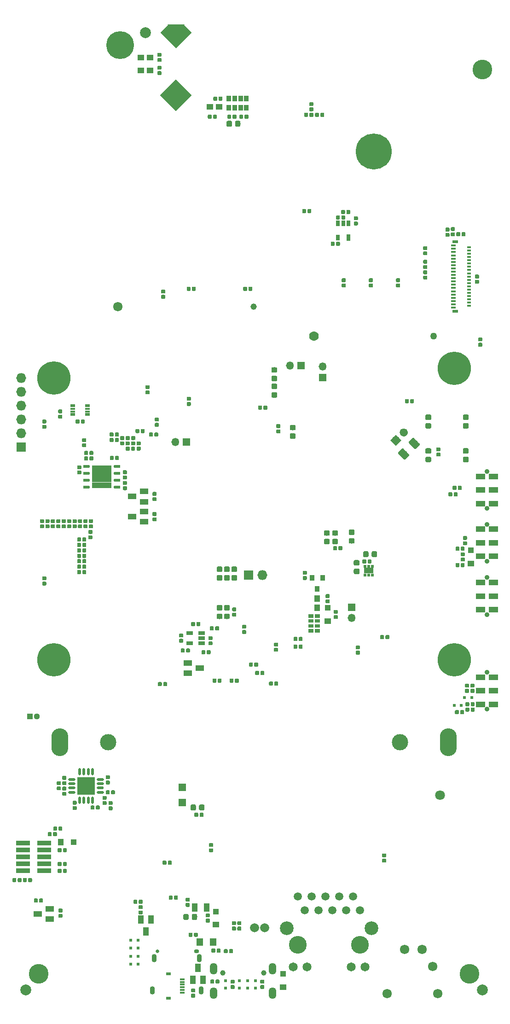
<source format=gbr>
G04 #@! TF.GenerationSoftware,KiCad,Pcbnew,5.0.0*
G04 #@! TF.CreationDate,2018-08-14T20:21:36-04:00*
G04 #@! TF.ProjectId,dvk-mx8m-bsb,64766B2D6D78386D2D6273622E6B6963,v0.1.0*
G04 #@! TF.SameCoordinates,Original*
G04 #@! TF.FileFunction,Soldermask,Bot*
G04 #@! TF.FilePolarity,Negative*
%FSLAX46Y46*%
G04 Gerber Fmt 4.6, Leading zero omitted, Abs format (unit mm)*
G04 Created by KiCad (PCBNEW 5.0.0) date Tue Aug 14 20:21:36 2018*
%MOMM*%
%LPD*%
G01*
G04 APERTURE LIST*
%ADD10C,1.720000*%
%ADD11C,1.170000*%
%ADD12R,1.520000X1.120000*%
%ADD13C,1.120000*%
%ADD14C,0.100000*%
%ADD15C,2.120000*%
%ADD16C,4.000000*%
%ADD17C,1.800002*%
%ADD18C,3.000002*%
%ADD19O,3.120000X5.120000*%
%ADD20C,0.710000*%
%ADD21R,1.470000X1.470000*%
%ADD22O,1.470000X1.470000*%
%ADD23R,1.120000X1.520000*%
%ADD24R,0.780000X1.120000*%
%ADD25R,0.770000X1.180000*%
%ADD26R,0.920000X0.520000*%
%ADD27R,0.920000X0.420000*%
%ADD28C,6.120000*%
%ADD29R,0.770000X0.420000*%
%ADD30R,1.070000X0.520000*%
%ADD31C,1.270000*%
%ADD32C,1.770000*%
%ADD33C,1.370000*%
%ADD34C,0.420000*%
%ADD35R,0.490000X0.570000*%
%ADD36R,0.490000X1.620000*%
%ADD37R,1.790000X1.020000*%
%ADD38C,0.995000*%
%ADD39C,1.470000*%
%ADD40C,1.470000*%
%ADD41R,1.220000X1.370000*%
%ADD42R,0.845000X1.020000*%
%ADD43C,0.620000*%
%ADD44C,0.400000*%
%ADD45R,3.200000X3.200000*%
%ADD46O,0.470000X1.350000*%
%ADD47O,1.350000X0.470000*%
%ADD48O,1.300000X0.470000*%
%ADD49R,0.570000X0.570000*%
%ADD50O,1.220000X0.570000*%
%ADD51R,1.857500X1.138750*%
%ADD52C,5.120000*%
%ADD53C,0.900002*%
%ADD54R,1.720000X1.120000*%
%ADD55O,1.820000X1.820000*%
%ADD56R,1.820000X1.820000*%
%ADD57C,1.670000*%
%ADD58C,1.520000*%
%ADD59C,2.520000*%
%ADD60C,1.650000*%
%ADD61C,3.260002*%
%ADD62C,1.000002*%
%ADD63O,1.370000X2.120000*%
%ADD64O,0.920000X1.520000*%
%ADD65O,0.950002X0.650002*%
%ADD66C,0.650002*%
%ADD67C,6.620000*%
%ADD68R,1.020000X1.020000*%
%ADD69R,1.020000X1.220000*%
%ADD70R,1.220000X1.020000*%
%ADD71C,3.620000*%
%ADD72R,0.600000X0.520000*%
%ADD73R,1.400000X1.400000*%
%ADD74R,0.520000X0.600000*%
%ADD75R,1.120000X1.620000*%
%ADD76R,1.120000X1.220000*%
%ADD77R,1.220000X1.120000*%
%ADD78R,1.120000X1.120000*%
%ADD79R,1.200000X0.790000*%
%ADD80R,0.870000X0.520000*%
%ADD81R,0.870000X0.420000*%
%ADD82C,2.000000*%
%ADD83R,0.920000X1.020000*%
%ADD84R,2.520000X0.860000*%
G04 APERTURE END LIST*
D10*
G04 #@! TO.C,J1502*
X79950000Y-110350000D03*
D11*
X104950000Y-110350000D03*
G04 #@! TD*
D12*
G04 #@! TO.C,Q1201*
X65200000Y-222050000D03*
X67400000Y-223000000D03*
X67400000Y-221100000D03*
G04 #@! TD*
D13*
G04 #@! TO.C,LS1601*
X90640000Y-59272880D03*
D14*
G36*
X90615146Y-60039987D02*
X89080934Y-58505773D01*
X92199066Y-58505773D01*
X90664854Y-60039987D01*
X90615146Y-60039987D01*
X90615146Y-60039987D01*
G37*
D15*
X90640000Y-61394200D03*
D14*
G36*
X92139066Y-61394200D02*
X90640000Y-62893266D01*
X89140934Y-61394200D01*
X90640000Y-59895134D01*
X92139066Y-61394200D01*
X92139066Y-61394200D01*
G37*
D15*
X92054200Y-59980000D03*
D14*
G36*
X93553266Y-59980000D02*
X92054200Y-61479066D01*
X90555134Y-59980000D01*
X92054200Y-58480934D01*
X93553266Y-59980000D01*
X93553266Y-59980000D01*
G37*
D16*
X90640000Y-71500000D03*
D14*
G36*
X87761685Y-71533334D02*
X87756140Y-71522961D01*
X87752726Y-71511705D01*
X87751573Y-71500000D01*
X87752726Y-71488295D01*
X87756140Y-71477039D01*
X87761685Y-71466666D01*
X87769146Y-71457574D01*
X90597574Y-68629146D01*
X90606666Y-68621685D01*
X90617039Y-68616140D01*
X90628295Y-68612726D01*
X90640000Y-68611573D01*
X90651705Y-68612726D01*
X90662961Y-68616140D01*
X90673334Y-68621685D01*
X90682426Y-68629146D01*
X93510854Y-71457574D01*
X93518315Y-71466666D01*
X93523860Y-71477039D01*
X93527274Y-71488295D01*
X93528427Y-71500000D01*
X93527274Y-71511705D01*
X93523860Y-71522961D01*
X93518315Y-71533334D01*
X93510854Y-71542426D01*
X90682426Y-74370854D01*
X90673334Y-74378315D01*
X90662961Y-74383860D01*
X90651705Y-74387274D01*
X90640000Y-74388427D01*
X90628295Y-74387274D01*
X90617039Y-74383860D01*
X90606666Y-74378315D01*
X90597574Y-74370854D01*
X87769146Y-71542426D01*
X87761685Y-71533334D01*
X87761685Y-71533334D01*
G37*
D15*
X89225786Y-59980000D03*
D14*
G36*
X90724852Y-59980000D02*
X89225786Y-61479066D01*
X87726720Y-59980000D01*
X89225786Y-58480934D01*
X90724852Y-59980000D01*
X90724852Y-59980000D01*
G37*
G04 #@! TD*
D17*
G04 #@! TO.C,BT301*
X139250000Y-200200000D03*
D18*
X78150000Y-190500000D03*
X131850000Y-190500000D03*
D19*
X140700000Y-190500000D03*
X69300000Y-190500000D03*
G04 #@! TD*
D14*
G04 #@! TO.C,C421*
G36*
X126719898Y-106130855D02*
X126737129Y-106133411D01*
X126754026Y-106137643D01*
X126770426Y-106143511D01*
X126786173Y-106150959D01*
X126801114Y-106159914D01*
X126815105Y-106170291D01*
X126828011Y-106181989D01*
X126839709Y-106194895D01*
X126850086Y-106208886D01*
X126859041Y-106223827D01*
X126866489Y-106239574D01*
X126872357Y-106255974D01*
X126876589Y-106272871D01*
X126879145Y-106290102D01*
X126880000Y-106307500D01*
X126880000Y-106662500D01*
X126879145Y-106679898D01*
X126876589Y-106697129D01*
X126872357Y-106714026D01*
X126866489Y-106730426D01*
X126859041Y-106746173D01*
X126850086Y-106761114D01*
X126839709Y-106775105D01*
X126828011Y-106788011D01*
X126815105Y-106799709D01*
X126801114Y-106810086D01*
X126786173Y-106819041D01*
X126770426Y-106826489D01*
X126754026Y-106832357D01*
X126737129Y-106836589D01*
X126719898Y-106839145D01*
X126702500Y-106840000D01*
X126297500Y-106840000D01*
X126280102Y-106839145D01*
X126262871Y-106836589D01*
X126245974Y-106832357D01*
X126229574Y-106826489D01*
X126213827Y-106819041D01*
X126198886Y-106810086D01*
X126184895Y-106799709D01*
X126171989Y-106788011D01*
X126160291Y-106775105D01*
X126149914Y-106761114D01*
X126140959Y-106746173D01*
X126133511Y-106730426D01*
X126127643Y-106714026D01*
X126123411Y-106697129D01*
X126120855Y-106679898D01*
X126120000Y-106662500D01*
X126120000Y-106307500D01*
X126120855Y-106290102D01*
X126123411Y-106272871D01*
X126127643Y-106255974D01*
X126133511Y-106239574D01*
X126140959Y-106223827D01*
X126149914Y-106208886D01*
X126160291Y-106194895D01*
X126171989Y-106181989D01*
X126184895Y-106170291D01*
X126198886Y-106159914D01*
X126213827Y-106150959D01*
X126229574Y-106143511D01*
X126245974Y-106137643D01*
X126262871Y-106133411D01*
X126280102Y-106130855D01*
X126297500Y-106130000D01*
X126702500Y-106130000D01*
X126719898Y-106130855D01*
X126719898Y-106130855D01*
G37*
D20*
X126500000Y-106485000D03*
D14*
G36*
X126719898Y-105160855D02*
X126737129Y-105163411D01*
X126754026Y-105167643D01*
X126770426Y-105173511D01*
X126786173Y-105180959D01*
X126801114Y-105189914D01*
X126815105Y-105200291D01*
X126828011Y-105211989D01*
X126839709Y-105224895D01*
X126850086Y-105238886D01*
X126859041Y-105253827D01*
X126866489Y-105269574D01*
X126872357Y-105285974D01*
X126876589Y-105302871D01*
X126879145Y-105320102D01*
X126880000Y-105337500D01*
X126880000Y-105692500D01*
X126879145Y-105709898D01*
X126876589Y-105727129D01*
X126872357Y-105744026D01*
X126866489Y-105760426D01*
X126859041Y-105776173D01*
X126850086Y-105791114D01*
X126839709Y-105805105D01*
X126828011Y-105818011D01*
X126815105Y-105829709D01*
X126801114Y-105840086D01*
X126786173Y-105849041D01*
X126770426Y-105856489D01*
X126754026Y-105862357D01*
X126737129Y-105866589D01*
X126719898Y-105869145D01*
X126702500Y-105870000D01*
X126297500Y-105870000D01*
X126280102Y-105869145D01*
X126262871Y-105866589D01*
X126245974Y-105862357D01*
X126229574Y-105856489D01*
X126213827Y-105849041D01*
X126198886Y-105840086D01*
X126184895Y-105829709D01*
X126171989Y-105818011D01*
X126160291Y-105805105D01*
X126149914Y-105791114D01*
X126140959Y-105776173D01*
X126133511Y-105760426D01*
X126127643Y-105744026D01*
X126123411Y-105727129D01*
X126120855Y-105709898D01*
X126120000Y-105692500D01*
X126120000Y-105337500D01*
X126120855Y-105320102D01*
X126123411Y-105302871D01*
X126127643Y-105285974D01*
X126133511Y-105269574D01*
X126140959Y-105253827D01*
X126149914Y-105238886D01*
X126160291Y-105224895D01*
X126171989Y-105211989D01*
X126184895Y-105200291D01*
X126198886Y-105189914D01*
X126213827Y-105180959D01*
X126229574Y-105173511D01*
X126245974Y-105167643D01*
X126262871Y-105163411D01*
X126280102Y-105160855D01*
X126297500Y-105160000D01*
X126702500Y-105160000D01*
X126719898Y-105160855D01*
X126719898Y-105160855D01*
G37*
D20*
X126500000Y-105515000D03*
G04 #@! TD*
D14*
G04 #@! TO.C,C404*
G36*
X87338898Y-131762855D02*
X87356129Y-131765411D01*
X87373026Y-131769643D01*
X87389426Y-131775511D01*
X87405173Y-131782959D01*
X87420114Y-131791914D01*
X87434105Y-131802291D01*
X87447011Y-131813989D01*
X87458709Y-131826895D01*
X87469086Y-131840886D01*
X87478041Y-131855827D01*
X87485489Y-131871574D01*
X87491357Y-131887974D01*
X87495589Y-131904871D01*
X87498145Y-131922102D01*
X87499000Y-131939500D01*
X87499000Y-132294500D01*
X87498145Y-132311898D01*
X87495589Y-132329129D01*
X87491357Y-132346026D01*
X87485489Y-132362426D01*
X87478041Y-132378173D01*
X87469086Y-132393114D01*
X87458709Y-132407105D01*
X87447011Y-132420011D01*
X87434105Y-132431709D01*
X87420114Y-132442086D01*
X87405173Y-132451041D01*
X87389426Y-132458489D01*
X87373026Y-132464357D01*
X87356129Y-132468589D01*
X87338898Y-132471145D01*
X87321500Y-132472000D01*
X86916500Y-132472000D01*
X86899102Y-132471145D01*
X86881871Y-132468589D01*
X86864974Y-132464357D01*
X86848574Y-132458489D01*
X86832827Y-132451041D01*
X86817886Y-132442086D01*
X86803895Y-132431709D01*
X86790989Y-132420011D01*
X86779291Y-132407105D01*
X86768914Y-132393114D01*
X86759959Y-132378173D01*
X86752511Y-132362426D01*
X86746643Y-132346026D01*
X86742411Y-132329129D01*
X86739855Y-132311898D01*
X86739000Y-132294500D01*
X86739000Y-131939500D01*
X86739855Y-131922102D01*
X86742411Y-131904871D01*
X86746643Y-131887974D01*
X86752511Y-131871574D01*
X86759959Y-131855827D01*
X86768914Y-131840886D01*
X86779291Y-131826895D01*
X86790989Y-131813989D01*
X86803895Y-131802291D01*
X86817886Y-131791914D01*
X86832827Y-131782959D01*
X86848574Y-131775511D01*
X86864974Y-131769643D01*
X86881871Y-131765411D01*
X86899102Y-131762855D01*
X86916500Y-131762000D01*
X87321500Y-131762000D01*
X87338898Y-131762855D01*
X87338898Y-131762855D01*
G37*
D20*
X87119000Y-132117000D03*
D14*
G36*
X87338898Y-130792855D02*
X87356129Y-130795411D01*
X87373026Y-130799643D01*
X87389426Y-130805511D01*
X87405173Y-130812959D01*
X87420114Y-130821914D01*
X87434105Y-130832291D01*
X87447011Y-130843989D01*
X87458709Y-130856895D01*
X87469086Y-130870886D01*
X87478041Y-130885827D01*
X87485489Y-130901574D01*
X87491357Y-130917974D01*
X87495589Y-130934871D01*
X87498145Y-130952102D01*
X87499000Y-130969500D01*
X87499000Y-131324500D01*
X87498145Y-131341898D01*
X87495589Y-131359129D01*
X87491357Y-131376026D01*
X87485489Y-131392426D01*
X87478041Y-131408173D01*
X87469086Y-131423114D01*
X87458709Y-131437105D01*
X87447011Y-131450011D01*
X87434105Y-131461709D01*
X87420114Y-131472086D01*
X87405173Y-131481041D01*
X87389426Y-131488489D01*
X87373026Y-131494357D01*
X87356129Y-131498589D01*
X87338898Y-131501145D01*
X87321500Y-131502000D01*
X86916500Y-131502000D01*
X86899102Y-131501145D01*
X86881871Y-131498589D01*
X86864974Y-131494357D01*
X86848574Y-131488489D01*
X86832827Y-131481041D01*
X86817886Y-131472086D01*
X86803895Y-131461709D01*
X86790989Y-131450011D01*
X86779291Y-131437105D01*
X86768914Y-131423114D01*
X86759959Y-131408173D01*
X86752511Y-131392426D01*
X86746643Y-131376026D01*
X86742411Y-131359129D01*
X86739855Y-131341898D01*
X86739000Y-131324500D01*
X86739000Y-130969500D01*
X86739855Y-130952102D01*
X86742411Y-130934871D01*
X86746643Y-130917974D01*
X86752511Y-130901574D01*
X86759959Y-130885827D01*
X86768914Y-130870886D01*
X86779291Y-130856895D01*
X86790989Y-130843989D01*
X86803895Y-130832291D01*
X86817886Y-130821914D01*
X86832827Y-130812959D01*
X86848574Y-130805511D01*
X86864974Y-130799643D01*
X86881871Y-130795411D01*
X86899102Y-130792855D01*
X86916500Y-130792000D01*
X87321500Y-130792000D01*
X87338898Y-130792855D01*
X87338898Y-130792855D01*
G37*
D20*
X87119000Y-131147000D03*
G04 #@! TD*
D14*
G04 #@! TO.C,C402*
G36*
X90834898Y-218680855D02*
X90852129Y-218683411D01*
X90869026Y-218687643D01*
X90885426Y-218693511D01*
X90901173Y-218700959D01*
X90916114Y-218709914D01*
X90930105Y-218720291D01*
X90943011Y-218731989D01*
X90954709Y-218744895D01*
X90965086Y-218758886D01*
X90974041Y-218773827D01*
X90981489Y-218789574D01*
X90987357Y-218805974D01*
X90991589Y-218822871D01*
X90994145Y-218840102D01*
X90995000Y-218857500D01*
X90995000Y-219262500D01*
X90994145Y-219279898D01*
X90991589Y-219297129D01*
X90987357Y-219314026D01*
X90981489Y-219330426D01*
X90974041Y-219346173D01*
X90965086Y-219361114D01*
X90954709Y-219375105D01*
X90943011Y-219388011D01*
X90930105Y-219399709D01*
X90916114Y-219410086D01*
X90901173Y-219419041D01*
X90885426Y-219426489D01*
X90869026Y-219432357D01*
X90852129Y-219436589D01*
X90834898Y-219439145D01*
X90817500Y-219440000D01*
X90462500Y-219440000D01*
X90445102Y-219439145D01*
X90427871Y-219436589D01*
X90410974Y-219432357D01*
X90394574Y-219426489D01*
X90378827Y-219419041D01*
X90363886Y-219410086D01*
X90349895Y-219399709D01*
X90336989Y-219388011D01*
X90325291Y-219375105D01*
X90314914Y-219361114D01*
X90305959Y-219346173D01*
X90298511Y-219330426D01*
X90292643Y-219314026D01*
X90288411Y-219297129D01*
X90285855Y-219279898D01*
X90285000Y-219262500D01*
X90285000Y-218857500D01*
X90285855Y-218840102D01*
X90288411Y-218822871D01*
X90292643Y-218805974D01*
X90298511Y-218789574D01*
X90305959Y-218773827D01*
X90314914Y-218758886D01*
X90325291Y-218744895D01*
X90336989Y-218731989D01*
X90349895Y-218720291D01*
X90363886Y-218709914D01*
X90378827Y-218700959D01*
X90394574Y-218693511D01*
X90410974Y-218687643D01*
X90427871Y-218683411D01*
X90445102Y-218680855D01*
X90462500Y-218680000D01*
X90817500Y-218680000D01*
X90834898Y-218680855D01*
X90834898Y-218680855D01*
G37*
D20*
X90640000Y-219060000D03*
D14*
G36*
X89864898Y-218680855D02*
X89882129Y-218683411D01*
X89899026Y-218687643D01*
X89915426Y-218693511D01*
X89931173Y-218700959D01*
X89946114Y-218709914D01*
X89960105Y-218720291D01*
X89973011Y-218731989D01*
X89984709Y-218744895D01*
X89995086Y-218758886D01*
X90004041Y-218773827D01*
X90011489Y-218789574D01*
X90017357Y-218805974D01*
X90021589Y-218822871D01*
X90024145Y-218840102D01*
X90025000Y-218857500D01*
X90025000Y-219262500D01*
X90024145Y-219279898D01*
X90021589Y-219297129D01*
X90017357Y-219314026D01*
X90011489Y-219330426D01*
X90004041Y-219346173D01*
X89995086Y-219361114D01*
X89984709Y-219375105D01*
X89973011Y-219388011D01*
X89960105Y-219399709D01*
X89946114Y-219410086D01*
X89931173Y-219419041D01*
X89915426Y-219426489D01*
X89899026Y-219432357D01*
X89882129Y-219436589D01*
X89864898Y-219439145D01*
X89847500Y-219440000D01*
X89492500Y-219440000D01*
X89475102Y-219439145D01*
X89457871Y-219436589D01*
X89440974Y-219432357D01*
X89424574Y-219426489D01*
X89408827Y-219419041D01*
X89393886Y-219410086D01*
X89379895Y-219399709D01*
X89366989Y-219388011D01*
X89355291Y-219375105D01*
X89344914Y-219361114D01*
X89335959Y-219346173D01*
X89328511Y-219330426D01*
X89322643Y-219314026D01*
X89318411Y-219297129D01*
X89315855Y-219279898D01*
X89315000Y-219262500D01*
X89315000Y-218857500D01*
X89315855Y-218840102D01*
X89318411Y-218822871D01*
X89322643Y-218805974D01*
X89328511Y-218789574D01*
X89335959Y-218773827D01*
X89344914Y-218758886D01*
X89355291Y-218744895D01*
X89366989Y-218731989D01*
X89379895Y-218720291D01*
X89393886Y-218709914D01*
X89408827Y-218700959D01*
X89424574Y-218693511D01*
X89440974Y-218687643D01*
X89457871Y-218683411D01*
X89475102Y-218680855D01*
X89492500Y-218680000D01*
X89847500Y-218680000D01*
X89864898Y-218680855D01*
X89864898Y-218680855D01*
G37*
D20*
X89670000Y-219060000D03*
G04 #@! TD*
D14*
G04 #@! TO.C,C431*
G36*
X89699898Y-212255855D02*
X89717129Y-212258411D01*
X89734026Y-212262643D01*
X89750426Y-212268511D01*
X89766173Y-212275959D01*
X89781114Y-212284914D01*
X89795105Y-212295291D01*
X89808011Y-212306989D01*
X89819709Y-212319895D01*
X89830086Y-212333886D01*
X89839041Y-212348827D01*
X89846489Y-212364574D01*
X89852357Y-212380974D01*
X89856589Y-212397871D01*
X89859145Y-212415102D01*
X89860000Y-212432500D01*
X89860000Y-212837500D01*
X89859145Y-212854898D01*
X89856589Y-212872129D01*
X89852357Y-212889026D01*
X89846489Y-212905426D01*
X89839041Y-212921173D01*
X89830086Y-212936114D01*
X89819709Y-212950105D01*
X89808011Y-212963011D01*
X89795105Y-212974709D01*
X89781114Y-212985086D01*
X89766173Y-212994041D01*
X89750426Y-213001489D01*
X89734026Y-213007357D01*
X89717129Y-213011589D01*
X89699898Y-213014145D01*
X89682500Y-213015000D01*
X89327500Y-213015000D01*
X89310102Y-213014145D01*
X89292871Y-213011589D01*
X89275974Y-213007357D01*
X89259574Y-213001489D01*
X89243827Y-212994041D01*
X89228886Y-212985086D01*
X89214895Y-212974709D01*
X89201989Y-212963011D01*
X89190291Y-212950105D01*
X89179914Y-212936114D01*
X89170959Y-212921173D01*
X89163511Y-212905426D01*
X89157643Y-212889026D01*
X89153411Y-212872129D01*
X89150855Y-212854898D01*
X89150000Y-212837500D01*
X89150000Y-212432500D01*
X89150855Y-212415102D01*
X89153411Y-212397871D01*
X89157643Y-212380974D01*
X89163511Y-212364574D01*
X89170959Y-212348827D01*
X89179914Y-212333886D01*
X89190291Y-212319895D01*
X89201989Y-212306989D01*
X89214895Y-212295291D01*
X89228886Y-212284914D01*
X89243827Y-212275959D01*
X89259574Y-212268511D01*
X89275974Y-212262643D01*
X89292871Y-212258411D01*
X89310102Y-212255855D01*
X89327500Y-212255000D01*
X89682500Y-212255000D01*
X89699898Y-212255855D01*
X89699898Y-212255855D01*
G37*
D20*
X89505000Y-212635000D03*
D14*
G36*
X88729898Y-212255855D02*
X88747129Y-212258411D01*
X88764026Y-212262643D01*
X88780426Y-212268511D01*
X88796173Y-212275959D01*
X88811114Y-212284914D01*
X88825105Y-212295291D01*
X88838011Y-212306989D01*
X88849709Y-212319895D01*
X88860086Y-212333886D01*
X88869041Y-212348827D01*
X88876489Y-212364574D01*
X88882357Y-212380974D01*
X88886589Y-212397871D01*
X88889145Y-212415102D01*
X88890000Y-212432500D01*
X88890000Y-212837500D01*
X88889145Y-212854898D01*
X88886589Y-212872129D01*
X88882357Y-212889026D01*
X88876489Y-212905426D01*
X88869041Y-212921173D01*
X88860086Y-212936114D01*
X88849709Y-212950105D01*
X88838011Y-212963011D01*
X88825105Y-212974709D01*
X88811114Y-212985086D01*
X88796173Y-212994041D01*
X88780426Y-213001489D01*
X88764026Y-213007357D01*
X88747129Y-213011589D01*
X88729898Y-213014145D01*
X88712500Y-213015000D01*
X88357500Y-213015000D01*
X88340102Y-213014145D01*
X88322871Y-213011589D01*
X88305974Y-213007357D01*
X88289574Y-213001489D01*
X88273827Y-212994041D01*
X88258886Y-212985086D01*
X88244895Y-212974709D01*
X88231989Y-212963011D01*
X88220291Y-212950105D01*
X88209914Y-212936114D01*
X88200959Y-212921173D01*
X88193511Y-212905426D01*
X88187643Y-212889026D01*
X88183411Y-212872129D01*
X88180855Y-212854898D01*
X88180000Y-212837500D01*
X88180000Y-212432500D01*
X88180855Y-212415102D01*
X88183411Y-212397871D01*
X88187643Y-212380974D01*
X88193511Y-212364574D01*
X88200959Y-212348827D01*
X88209914Y-212333886D01*
X88220291Y-212319895D01*
X88231989Y-212306989D01*
X88244895Y-212295291D01*
X88258886Y-212284914D01*
X88273827Y-212275959D01*
X88289574Y-212268511D01*
X88305974Y-212262643D01*
X88322871Y-212258411D01*
X88340102Y-212255855D01*
X88357500Y-212255000D01*
X88712500Y-212255000D01*
X88729898Y-212255855D01*
X88729898Y-212255855D01*
G37*
D20*
X88535000Y-212635000D03*
G04 #@! TD*
D14*
G04 #@! TO.C,C429*
G36*
X103559898Y-106720855D02*
X103577129Y-106723411D01*
X103594026Y-106727643D01*
X103610426Y-106733511D01*
X103626173Y-106740959D01*
X103641114Y-106749914D01*
X103655105Y-106760291D01*
X103668011Y-106771989D01*
X103679709Y-106784895D01*
X103690086Y-106798886D01*
X103699041Y-106813827D01*
X103706489Y-106829574D01*
X103712357Y-106845974D01*
X103716589Y-106862871D01*
X103719145Y-106880102D01*
X103720000Y-106897500D01*
X103720000Y-107302500D01*
X103719145Y-107319898D01*
X103716589Y-107337129D01*
X103712357Y-107354026D01*
X103706489Y-107370426D01*
X103699041Y-107386173D01*
X103690086Y-107401114D01*
X103679709Y-107415105D01*
X103668011Y-107428011D01*
X103655105Y-107439709D01*
X103641114Y-107450086D01*
X103626173Y-107459041D01*
X103610426Y-107466489D01*
X103594026Y-107472357D01*
X103577129Y-107476589D01*
X103559898Y-107479145D01*
X103542500Y-107480000D01*
X103187500Y-107480000D01*
X103170102Y-107479145D01*
X103152871Y-107476589D01*
X103135974Y-107472357D01*
X103119574Y-107466489D01*
X103103827Y-107459041D01*
X103088886Y-107450086D01*
X103074895Y-107439709D01*
X103061989Y-107428011D01*
X103050291Y-107415105D01*
X103039914Y-107401114D01*
X103030959Y-107386173D01*
X103023511Y-107370426D01*
X103017643Y-107354026D01*
X103013411Y-107337129D01*
X103010855Y-107319898D01*
X103010000Y-107302500D01*
X103010000Y-106897500D01*
X103010855Y-106880102D01*
X103013411Y-106862871D01*
X103017643Y-106845974D01*
X103023511Y-106829574D01*
X103030959Y-106813827D01*
X103039914Y-106798886D01*
X103050291Y-106784895D01*
X103061989Y-106771989D01*
X103074895Y-106760291D01*
X103088886Y-106749914D01*
X103103827Y-106740959D01*
X103119574Y-106733511D01*
X103135974Y-106727643D01*
X103152871Y-106723411D01*
X103170102Y-106720855D01*
X103187500Y-106720000D01*
X103542500Y-106720000D01*
X103559898Y-106720855D01*
X103559898Y-106720855D01*
G37*
D20*
X103365000Y-107100000D03*
D14*
G36*
X104529898Y-106720855D02*
X104547129Y-106723411D01*
X104564026Y-106727643D01*
X104580426Y-106733511D01*
X104596173Y-106740959D01*
X104611114Y-106749914D01*
X104625105Y-106760291D01*
X104638011Y-106771989D01*
X104649709Y-106784895D01*
X104660086Y-106798886D01*
X104669041Y-106813827D01*
X104676489Y-106829574D01*
X104682357Y-106845974D01*
X104686589Y-106862871D01*
X104689145Y-106880102D01*
X104690000Y-106897500D01*
X104690000Y-107302500D01*
X104689145Y-107319898D01*
X104686589Y-107337129D01*
X104682357Y-107354026D01*
X104676489Y-107370426D01*
X104669041Y-107386173D01*
X104660086Y-107401114D01*
X104649709Y-107415105D01*
X104638011Y-107428011D01*
X104625105Y-107439709D01*
X104611114Y-107450086D01*
X104596173Y-107459041D01*
X104580426Y-107466489D01*
X104564026Y-107472357D01*
X104547129Y-107476589D01*
X104529898Y-107479145D01*
X104512500Y-107480000D01*
X104157500Y-107480000D01*
X104140102Y-107479145D01*
X104122871Y-107476589D01*
X104105974Y-107472357D01*
X104089574Y-107466489D01*
X104073827Y-107459041D01*
X104058886Y-107450086D01*
X104044895Y-107439709D01*
X104031989Y-107428011D01*
X104020291Y-107415105D01*
X104009914Y-107401114D01*
X104000959Y-107386173D01*
X103993511Y-107370426D01*
X103987643Y-107354026D01*
X103983411Y-107337129D01*
X103980855Y-107319898D01*
X103980000Y-107302500D01*
X103980000Y-106897500D01*
X103980855Y-106880102D01*
X103983411Y-106862871D01*
X103987643Y-106845974D01*
X103993511Y-106829574D01*
X104000959Y-106813827D01*
X104009914Y-106798886D01*
X104020291Y-106784895D01*
X104031989Y-106771989D01*
X104044895Y-106760291D01*
X104058886Y-106749914D01*
X104073827Y-106740959D01*
X104089574Y-106733511D01*
X104105974Y-106727643D01*
X104122871Y-106723411D01*
X104140102Y-106720855D01*
X104157500Y-106720000D01*
X104512500Y-106720000D01*
X104529898Y-106720855D01*
X104529898Y-106720855D01*
G37*
D20*
X104335000Y-107100000D03*
G04 #@! TD*
D14*
G04 #@! TO.C,C424*
G36*
X124319898Y-173655855D02*
X124337129Y-173658411D01*
X124354026Y-173662643D01*
X124370426Y-173668511D01*
X124386173Y-173675959D01*
X124401114Y-173684914D01*
X124415105Y-173695291D01*
X124428011Y-173706989D01*
X124439709Y-173719895D01*
X124450086Y-173733886D01*
X124459041Y-173748827D01*
X124466489Y-173764574D01*
X124472357Y-173780974D01*
X124476589Y-173797871D01*
X124479145Y-173815102D01*
X124480000Y-173832500D01*
X124480000Y-174187500D01*
X124479145Y-174204898D01*
X124476589Y-174222129D01*
X124472357Y-174239026D01*
X124466489Y-174255426D01*
X124459041Y-174271173D01*
X124450086Y-174286114D01*
X124439709Y-174300105D01*
X124428011Y-174313011D01*
X124415105Y-174324709D01*
X124401114Y-174335086D01*
X124386173Y-174344041D01*
X124370426Y-174351489D01*
X124354026Y-174357357D01*
X124337129Y-174361589D01*
X124319898Y-174364145D01*
X124302500Y-174365000D01*
X123897500Y-174365000D01*
X123880102Y-174364145D01*
X123862871Y-174361589D01*
X123845974Y-174357357D01*
X123829574Y-174351489D01*
X123813827Y-174344041D01*
X123798886Y-174335086D01*
X123784895Y-174324709D01*
X123771989Y-174313011D01*
X123760291Y-174300105D01*
X123749914Y-174286114D01*
X123740959Y-174271173D01*
X123733511Y-174255426D01*
X123727643Y-174239026D01*
X123723411Y-174222129D01*
X123720855Y-174204898D01*
X123720000Y-174187500D01*
X123720000Y-173832500D01*
X123720855Y-173815102D01*
X123723411Y-173797871D01*
X123727643Y-173780974D01*
X123733511Y-173764574D01*
X123740959Y-173748827D01*
X123749914Y-173733886D01*
X123760291Y-173719895D01*
X123771989Y-173706989D01*
X123784895Y-173695291D01*
X123798886Y-173684914D01*
X123813827Y-173675959D01*
X123829574Y-173668511D01*
X123845974Y-173662643D01*
X123862871Y-173658411D01*
X123880102Y-173655855D01*
X123897500Y-173655000D01*
X124302500Y-173655000D01*
X124319898Y-173655855D01*
X124319898Y-173655855D01*
G37*
D20*
X124100000Y-174010000D03*
D14*
G36*
X124319898Y-172685855D02*
X124337129Y-172688411D01*
X124354026Y-172692643D01*
X124370426Y-172698511D01*
X124386173Y-172705959D01*
X124401114Y-172714914D01*
X124415105Y-172725291D01*
X124428011Y-172736989D01*
X124439709Y-172749895D01*
X124450086Y-172763886D01*
X124459041Y-172778827D01*
X124466489Y-172794574D01*
X124472357Y-172810974D01*
X124476589Y-172827871D01*
X124479145Y-172845102D01*
X124480000Y-172862500D01*
X124480000Y-173217500D01*
X124479145Y-173234898D01*
X124476589Y-173252129D01*
X124472357Y-173269026D01*
X124466489Y-173285426D01*
X124459041Y-173301173D01*
X124450086Y-173316114D01*
X124439709Y-173330105D01*
X124428011Y-173343011D01*
X124415105Y-173354709D01*
X124401114Y-173365086D01*
X124386173Y-173374041D01*
X124370426Y-173381489D01*
X124354026Y-173387357D01*
X124337129Y-173391589D01*
X124319898Y-173394145D01*
X124302500Y-173395000D01*
X123897500Y-173395000D01*
X123880102Y-173394145D01*
X123862871Y-173391589D01*
X123845974Y-173387357D01*
X123829574Y-173381489D01*
X123813827Y-173374041D01*
X123798886Y-173365086D01*
X123784895Y-173354709D01*
X123771989Y-173343011D01*
X123760291Y-173330105D01*
X123749914Y-173316114D01*
X123740959Y-173301173D01*
X123733511Y-173285426D01*
X123727643Y-173269026D01*
X123723411Y-173252129D01*
X123720855Y-173234898D01*
X123720000Y-173217500D01*
X123720000Y-172862500D01*
X123720855Y-172845102D01*
X123723411Y-172827871D01*
X123727643Y-172810974D01*
X123733511Y-172794574D01*
X123740959Y-172778827D01*
X123749914Y-172763886D01*
X123760291Y-172749895D01*
X123771989Y-172736989D01*
X123784895Y-172725291D01*
X123798886Y-172714914D01*
X123813827Y-172705959D01*
X123829574Y-172698511D01*
X123845974Y-172692643D01*
X123862871Y-172688411D01*
X123880102Y-172685855D01*
X123897500Y-172685000D01*
X124302500Y-172685000D01*
X124319898Y-172685855D01*
X124319898Y-172685855D01*
G37*
D20*
X124100000Y-173040000D03*
G04 #@! TD*
D14*
G04 #@! TO.C,C430*
G36*
X93219898Y-126960855D02*
X93237129Y-126963411D01*
X93254026Y-126967643D01*
X93270426Y-126973511D01*
X93286173Y-126980959D01*
X93301114Y-126989914D01*
X93315105Y-127000291D01*
X93328011Y-127011989D01*
X93339709Y-127024895D01*
X93350086Y-127038886D01*
X93359041Y-127053827D01*
X93366489Y-127069574D01*
X93372357Y-127085974D01*
X93376589Y-127102871D01*
X93379145Y-127120102D01*
X93380000Y-127137500D01*
X93380000Y-127492500D01*
X93379145Y-127509898D01*
X93376589Y-127527129D01*
X93372357Y-127544026D01*
X93366489Y-127560426D01*
X93359041Y-127576173D01*
X93350086Y-127591114D01*
X93339709Y-127605105D01*
X93328011Y-127618011D01*
X93315105Y-127629709D01*
X93301114Y-127640086D01*
X93286173Y-127649041D01*
X93270426Y-127656489D01*
X93254026Y-127662357D01*
X93237129Y-127666589D01*
X93219898Y-127669145D01*
X93202500Y-127670000D01*
X92797500Y-127670000D01*
X92780102Y-127669145D01*
X92762871Y-127666589D01*
X92745974Y-127662357D01*
X92729574Y-127656489D01*
X92713827Y-127649041D01*
X92698886Y-127640086D01*
X92684895Y-127629709D01*
X92671989Y-127618011D01*
X92660291Y-127605105D01*
X92649914Y-127591114D01*
X92640959Y-127576173D01*
X92633511Y-127560426D01*
X92627643Y-127544026D01*
X92623411Y-127527129D01*
X92620855Y-127509898D01*
X92620000Y-127492500D01*
X92620000Y-127137500D01*
X92620855Y-127120102D01*
X92623411Y-127102871D01*
X92627643Y-127085974D01*
X92633511Y-127069574D01*
X92640959Y-127053827D01*
X92649914Y-127038886D01*
X92660291Y-127024895D01*
X92671989Y-127011989D01*
X92684895Y-127000291D01*
X92698886Y-126989914D01*
X92713827Y-126980959D01*
X92729574Y-126973511D01*
X92745974Y-126967643D01*
X92762871Y-126963411D01*
X92780102Y-126960855D01*
X92797500Y-126960000D01*
X93202500Y-126960000D01*
X93219898Y-126960855D01*
X93219898Y-126960855D01*
G37*
D20*
X93000000Y-127315000D03*
D14*
G36*
X93219898Y-127930855D02*
X93237129Y-127933411D01*
X93254026Y-127937643D01*
X93270426Y-127943511D01*
X93286173Y-127950959D01*
X93301114Y-127959914D01*
X93315105Y-127970291D01*
X93328011Y-127981989D01*
X93339709Y-127994895D01*
X93350086Y-128008886D01*
X93359041Y-128023827D01*
X93366489Y-128039574D01*
X93372357Y-128055974D01*
X93376589Y-128072871D01*
X93379145Y-128090102D01*
X93380000Y-128107500D01*
X93380000Y-128462500D01*
X93379145Y-128479898D01*
X93376589Y-128497129D01*
X93372357Y-128514026D01*
X93366489Y-128530426D01*
X93359041Y-128546173D01*
X93350086Y-128561114D01*
X93339709Y-128575105D01*
X93328011Y-128588011D01*
X93315105Y-128599709D01*
X93301114Y-128610086D01*
X93286173Y-128619041D01*
X93270426Y-128626489D01*
X93254026Y-128632357D01*
X93237129Y-128636589D01*
X93219898Y-128639145D01*
X93202500Y-128640000D01*
X92797500Y-128640000D01*
X92780102Y-128639145D01*
X92762871Y-128636589D01*
X92745974Y-128632357D01*
X92729574Y-128626489D01*
X92713827Y-128619041D01*
X92698886Y-128610086D01*
X92684895Y-128599709D01*
X92671989Y-128588011D01*
X92660291Y-128575105D01*
X92649914Y-128561114D01*
X92640959Y-128546173D01*
X92633511Y-128530426D01*
X92627643Y-128514026D01*
X92623411Y-128497129D01*
X92620855Y-128479898D01*
X92620000Y-128462500D01*
X92620000Y-128107500D01*
X92620855Y-128090102D01*
X92623411Y-128072871D01*
X92627643Y-128055974D01*
X92633511Y-128039574D01*
X92640959Y-128023827D01*
X92649914Y-128008886D01*
X92660291Y-127994895D01*
X92671989Y-127981989D01*
X92684895Y-127970291D01*
X92698886Y-127959914D01*
X92713827Y-127950959D01*
X92729574Y-127943511D01*
X92745974Y-127937643D01*
X92762871Y-127933411D01*
X92780102Y-127930855D01*
X92797500Y-127930000D01*
X93202500Y-127930000D01*
X93219898Y-127930855D01*
X93219898Y-127930855D01*
G37*
D20*
X93000000Y-128285000D03*
G04 #@! TD*
D14*
G04 #@! TO.C,C425*
G36*
X121719898Y-106130855D02*
X121737129Y-106133411D01*
X121754026Y-106137643D01*
X121770426Y-106143511D01*
X121786173Y-106150959D01*
X121801114Y-106159914D01*
X121815105Y-106170291D01*
X121828011Y-106181989D01*
X121839709Y-106194895D01*
X121850086Y-106208886D01*
X121859041Y-106223827D01*
X121866489Y-106239574D01*
X121872357Y-106255974D01*
X121876589Y-106272871D01*
X121879145Y-106290102D01*
X121880000Y-106307500D01*
X121880000Y-106662500D01*
X121879145Y-106679898D01*
X121876589Y-106697129D01*
X121872357Y-106714026D01*
X121866489Y-106730426D01*
X121859041Y-106746173D01*
X121850086Y-106761114D01*
X121839709Y-106775105D01*
X121828011Y-106788011D01*
X121815105Y-106799709D01*
X121801114Y-106810086D01*
X121786173Y-106819041D01*
X121770426Y-106826489D01*
X121754026Y-106832357D01*
X121737129Y-106836589D01*
X121719898Y-106839145D01*
X121702500Y-106840000D01*
X121297500Y-106840000D01*
X121280102Y-106839145D01*
X121262871Y-106836589D01*
X121245974Y-106832357D01*
X121229574Y-106826489D01*
X121213827Y-106819041D01*
X121198886Y-106810086D01*
X121184895Y-106799709D01*
X121171989Y-106788011D01*
X121160291Y-106775105D01*
X121149914Y-106761114D01*
X121140959Y-106746173D01*
X121133511Y-106730426D01*
X121127643Y-106714026D01*
X121123411Y-106697129D01*
X121120855Y-106679898D01*
X121120000Y-106662500D01*
X121120000Y-106307500D01*
X121120855Y-106290102D01*
X121123411Y-106272871D01*
X121127643Y-106255974D01*
X121133511Y-106239574D01*
X121140959Y-106223827D01*
X121149914Y-106208886D01*
X121160291Y-106194895D01*
X121171989Y-106181989D01*
X121184895Y-106170291D01*
X121198886Y-106159914D01*
X121213827Y-106150959D01*
X121229574Y-106143511D01*
X121245974Y-106137643D01*
X121262871Y-106133411D01*
X121280102Y-106130855D01*
X121297500Y-106130000D01*
X121702500Y-106130000D01*
X121719898Y-106130855D01*
X121719898Y-106130855D01*
G37*
D20*
X121500000Y-106485000D03*
D14*
G36*
X121719898Y-105160855D02*
X121737129Y-105163411D01*
X121754026Y-105167643D01*
X121770426Y-105173511D01*
X121786173Y-105180959D01*
X121801114Y-105189914D01*
X121815105Y-105200291D01*
X121828011Y-105211989D01*
X121839709Y-105224895D01*
X121850086Y-105238886D01*
X121859041Y-105253827D01*
X121866489Y-105269574D01*
X121872357Y-105285974D01*
X121876589Y-105302871D01*
X121879145Y-105320102D01*
X121880000Y-105337500D01*
X121880000Y-105692500D01*
X121879145Y-105709898D01*
X121876589Y-105727129D01*
X121872357Y-105744026D01*
X121866489Y-105760426D01*
X121859041Y-105776173D01*
X121850086Y-105791114D01*
X121839709Y-105805105D01*
X121828011Y-105818011D01*
X121815105Y-105829709D01*
X121801114Y-105840086D01*
X121786173Y-105849041D01*
X121770426Y-105856489D01*
X121754026Y-105862357D01*
X121737129Y-105866589D01*
X121719898Y-105869145D01*
X121702500Y-105870000D01*
X121297500Y-105870000D01*
X121280102Y-105869145D01*
X121262871Y-105866589D01*
X121245974Y-105862357D01*
X121229574Y-105856489D01*
X121213827Y-105849041D01*
X121198886Y-105840086D01*
X121184895Y-105829709D01*
X121171989Y-105818011D01*
X121160291Y-105805105D01*
X121149914Y-105791114D01*
X121140959Y-105776173D01*
X121133511Y-105760426D01*
X121127643Y-105744026D01*
X121123411Y-105727129D01*
X121120855Y-105709898D01*
X121120000Y-105692500D01*
X121120000Y-105337500D01*
X121120855Y-105320102D01*
X121123411Y-105302871D01*
X121127643Y-105285974D01*
X121133511Y-105269574D01*
X121140959Y-105253827D01*
X121149914Y-105238886D01*
X121160291Y-105224895D01*
X121171989Y-105211989D01*
X121184895Y-105200291D01*
X121198886Y-105189914D01*
X121213827Y-105180959D01*
X121229574Y-105173511D01*
X121245974Y-105167643D01*
X121262871Y-105163411D01*
X121280102Y-105160855D01*
X121297500Y-105160000D01*
X121702500Y-105160000D01*
X121719898Y-105160855D01*
X121719898Y-105160855D01*
G37*
D20*
X121500000Y-105515000D03*
G04 #@! TD*
D14*
G04 #@! TO.C,C420*
G36*
X73969898Y-134560855D02*
X73987129Y-134563411D01*
X74004026Y-134567643D01*
X74020426Y-134573511D01*
X74036173Y-134580959D01*
X74051114Y-134589914D01*
X74065105Y-134600291D01*
X74078011Y-134611989D01*
X74089709Y-134624895D01*
X74100086Y-134638886D01*
X74109041Y-134653827D01*
X74116489Y-134669574D01*
X74122357Y-134685974D01*
X74126589Y-134702871D01*
X74129145Y-134720102D01*
X74130000Y-134737500D01*
X74130000Y-135092500D01*
X74129145Y-135109898D01*
X74126589Y-135127129D01*
X74122357Y-135144026D01*
X74116489Y-135160426D01*
X74109041Y-135176173D01*
X74100086Y-135191114D01*
X74089709Y-135205105D01*
X74078011Y-135218011D01*
X74065105Y-135229709D01*
X74051114Y-135240086D01*
X74036173Y-135249041D01*
X74020426Y-135256489D01*
X74004026Y-135262357D01*
X73987129Y-135266589D01*
X73969898Y-135269145D01*
X73952500Y-135270000D01*
X73547500Y-135270000D01*
X73530102Y-135269145D01*
X73512871Y-135266589D01*
X73495974Y-135262357D01*
X73479574Y-135256489D01*
X73463827Y-135249041D01*
X73448886Y-135240086D01*
X73434895Y-135229709D01*
X73421989Y-135218011D01*
X73410291Y-135205105D01*
X73399914Y-135191114D01*
X73390959Y-135176173D01*
X73383511Y-135160426D01*
X73377643Y-135144026D01*
X73373411Y-135127129D01*
X73370855Y-135109898D01*
X73370000Y-135092500D01*
X73370000Y-134737500D01*
X73370855Y-134720102D01*
X73373411Y-134702871D01*
X73377643Y-134685974D01*
X73383511Y-134669574D01*
X73390959Y-134653827D01*
X73399914Y-134638886D01*
X73410291Y-134624895D01*
X73421989Y-134611989D01*
X73434895Y-134600291D01*
X73448886Y-134589914D01*
X73463827Y-134580959D01*
X73479574Y-134573511D01*
X73495974Y-134567643D01*
X73512871Y-134563411D01*
X73530102Y-134560855D01*
X73547500Y-134560000D01*
X73952500Y-134560000D01*
X73969898Y-134560855D01*
X73969898Y-134560855D01*
G37*
D20*
X73750000Y-134915000D03*
D14*
G36*
X73969898Y-135530855D02*
X73987129Y-135533411D01*
X74004026Y-135537643D01*
X74020426Y-135543511D01*
X74036173Y-135550959D01*
X74051114Y-135559914D01*
X74065105Y-135570291D01*
X74078011Y-135581989D01*
X74089709Y-135594895D01*
X74100086Y-135608886D01*
X74109041Y-135623827D01*
X74116489Y-135639574D01*
X74122357Y-135655974D01*
X74126589Y-135672871D01*
X74129145Y-135690102D01*
X74130000Y-135707500D01*
X74130000Y-136062500D01*
X74129145Y-136079898D01*
X74126589Y-136097129D01*
X74122357Y-136114026D01*
X74116489Y-136130426D01*
X74109041Y-136146173D01*
X74100086Y-136161114D01*
X74089709Y-136175105D01*
X74078011Y-136188011D01*
X74065105Y-136199709D01*
X74051114Y-136210086D01*
X74036173Y-136219041D01*
X74020426Y-136226489D01*
X74004026Y-136232357D01*
X73987129Y-136236589D01*
X73969898Y-136239145D01*
X73952500Y-136240000D01*
X73547500Y-136240000D01*
X73530102Y-136239145D01*
X73512871Y-136236589D01*
X73495974Y-136232357D01*
X73479574Y-136226489D01*
X73463827Y-136219041D01*
X73448886Y-136210086D01*
X73434895Y-136199709D01*
X73421989Y-136188011D01*
X73410291Y-136175105D01*
X73399914Y-136161114D01*
X73390959Y-136146173D01*
X73383511Y-136130426D01*
X73377643Y-136114026D01*
X73373411Y-136097129D01*
X73370855Y-136079898D01*
X73370000Y-136062500D01*
X73370000Y-135707500D01*
X73370855Y-135690102D01*
X73373411Y-135672871D01*
X73377643Y-135655974D01*
X73383511Y-135639574D01*
X73390959Y-135623827D01*
X73399914Y-135608886D01*
X73410291Y-135594895D01*
X73421989Y-135581989D01*
X73434895Y-135570291D01*
X73448886Y-135559914D01*
X73463827Y-135550959D01*
X73479574Y-135543511D01*
X73495974Y-135537643D01*
X73512871Y-135533411D01*
X73530102Y-135530855D01*
X73547500Y-135530000D01*
X73952500Y-135530000D01*
X73969898Y-135530855D01*
X73969898Y-135530855D01*
G37*
D20*
X73750000Y-135885000D03*
G04 #@! TD*
D14*
G04 #@! TO.C,C413*
G36*
X85619898Y-124825855D02*
X85637129Y-124828411D01*
X85654026Y-124832643D01*
X85670426Y-124838511D01*
X85686173Y-124845959D01*
X85701114Y-124854914D01*
X85715105Y-124865291D01*
X85728011Y-124876989D01*
X85739709Y-124889895D01*
X85750086Y-124903886D01*
X85759041Y-124918827D01*
X85766489Y-124934574D01*
X85772357Y-124950974D01*
X85776589Y-124967871D01*
X85779145Y-124985102D01*
X85780000Y-125002500D01*
X85780000Y-125357500D01*
X85779145Y-125374898D01*
X85776589Y-125392129D01*
X85772357Y-125409026D01*
X85766489Y-125425426D01*
X85759041Y-125441173D01*
X85750086Y-125456114D01*
X85739709Y-125470105D01*
X85728011Y-125483011D01*
X85715105Y-125494709D01*
X85701114Y-125505086D01*
X85686173Y-125514041D01*
X85670426Y-125521489D01*
X85654026Y-125527357D01*
X85637129Y-125531589D01*
X85619898Y-125534145D01*
X85602500Y-125535000D01*
X85197500Y-125535000D01*
X85180102Y-125534145D01*
X85162871Y-125531589D01*
X85145974Y-125527357D01*
X85129574Y-125521489D01*
X85113827Y-125514041D01*
X85098886Y-125505086D01*
X85084895Y-125494709D01*
X85071989Y-125483011D01*
X85060291Y-125470105D01*
X85049914Y-125456114D01*
X85040959Y-125441173D01*
X85033511Y-125425426D01*
X85027643Y-125409026D01*
X85023411Y-125392129D01*
X85020855Y-125374898D01*
X85020000Y-125357500D01*
X85020000Y-125002500D01*
X85020855Y-124985102D01*
X85023411Y-124967871D01*
X85027643Y-124950974D01*
X85033511Y-124934574D01*
X85040959Y-124918827D01*
X85049914Y-124903886D01*
X85060291Y-124889895D01*
X85071989Y-124876989D01*
X85084895Y-124865291D01*
X85098886Y-124854914D01*
X85113827Y-124845959D01*
X85129574Y-124838511D01*
X85145974Y-124832643D01*
X85162871Y-124828411D01*
X85180102Y-124825855D01*
X85197500Y-124825000D01*
X85602500Y-124825000D01*
X85619898Y-124825855D01*
X85619898Y-124825855D01*
G37*
D20*
X85400000Y-125180000D03*
D14*
G36*
X85619898Y-125795855D02*
X85637129Y-125798411D01*
X85654026Y-125802643D01*
X85670426Y-125808511D01*
X85686173Y-125815959D01*
X85701114Y-125824914D01*
X85715105Y-125835291D01*
X85728011Y-125846989D01*
X85739709Y-125859895D01*
X85750086Y-125873886D01*
X85759041Y-125888827D01*
X85766489Y-125904574D01*
X85772357Y-125920974D01*
X85776589Y-125937871D01*
X85779145Y-125955102D01*
X85780000Y-125972500D01*
X85780000Y-126327500D01*
X85779145Y-126344898D01*
X85776589Y-126362129D01*
X85772357Y-126379026D01*
X85766489Y-126395426D01*
X85759041Y-126411173D01*
X85750086Y-126426114D01*
X85739709Y-126440105D01*
X85728011Y-126453011D01*
X85715105Y-126464709D01*
X85701114Y-126475086D01*
X85686173Y-126484041D01*
X85670426Y-126491489D01*
X85654026Y-126497357D01*
X85637129Y-126501589D01*
X85619898Y-126504145D01*
X85602500Y-126505000D01*
X85197500Y-126505000D01*
X85180102Y-126504145D01*
X85162871Y-126501589D01*
X85145974Y-126497357D01*
X85129574Y-126491489D01*
X85113827Y-126484041D01*
X85098886Y-126475086D01*
X85084895Y-126464709D01*
X85071989Y-126453011D01*
X85060291Y-126440105D01*
X85049914Y-126426114D01*
X85040959Y-126411173D01*
X85033511Y-126395426D01*
X85027643Y-126379026D01*
X85023411Y-126362129D01*
X85020855Y-126344898D01*
X85020000Y-126327500D01*
X85020000Y-125972500D01*
X85020855Y-125955102D01*
X85023411Y-125937871D01*
X85027643Y-125920974D01*
X85033511Y-125904574D01*
X85040959Y-125888827D01*
X85049914Y-125873886D01*
X85060291Y-125859895D01*
X85071989Y-125846989D01*
X85084895Y-125835291D01*
X85098886Y-125824914D01*
X85113827Y-125815959D01*
X85129574Y-125808511D01*
X85145974Y-125802643D01*
X85162871Y-125798411D01*
X85180102Y-125795855D01*
X85197500Y-125795000D01*
X85602500Y-125795000D01*
X85619898Y-125795855D01*
X85619898Y-125795855D01*
G37*
D20*
X85400000Y-126150000D03*
G04 #@! TD*
D14*
G04 #@! TO.C,C433*
G36*
X97319898Y-209025855D02*
X97337129Y-209028411D01*
X97354026Y-209032643D01*
X97370426Y-209038511D01*
X97386173Y-209045959D01*
X97401114Y-209054914D01*
X97415105Y-209065291D01*
X97428011Y-209076989D01*
X97439709Y-209089895D01*
X97450086Y-209103886D01*
X97459041Y-209118827D01*
X97466489Y-209134574D01*
X97472357Y-209150974D01*
X97476589Y-209167871D01*
X97479145Y-209185102D01*
X97480000Y-209202500D01*
X97480000Y-209557500D01*
X97479145Y-209574898D01*
X97476589Y-209592129D01*
X97472357Y-209609026D01*
X97466489Y-209625426D01*
X97459041Y-209641173D01*
X97450086Y-209656114D01*
X97439709Y-209670105D01*
X97428011Y-209683011D01*
X97415105Y-209694709D01*
X97401114Y-209705086D01*
X97386173Y-209714041D01*
X97370426Y-209721489D01*
X97354026Y-209727357D01*
X97337129Y-209731589D01*
X97319898Y-209734145D01*
X97302500Y-209735000D01*
X96897500Y-209735000D01*
X96880102Y-209734145D01*
X96862871Y-209731589D01*
X96845974Y-209727357D01*
X96829574Y-209721489D01*
X96813827Y-209714041D01*
X96798886Y-209705086D01*
X96784895Y-209694709D01*
X96771989Y-209683011D01*
X96760291Y-209670105D01*
X96749914Y-209656114D01*
X96740959Y-209641173D01*
X96733511Y-209625426D01*
X96727643Y-209609026D01*
X96723411Y-209592129D01*
X96720855Y-209574898D01*
X96720000Y-209557500D01*
X96720000Y-209202500D01*
X96720855Y-209185102D01*
X96723411Y-209167871D01*
X96727643Y-209150974D01*
X96733511Y-209134574D01*
X96740959Y-209118827D01*
X96749914Y-209103886D01*
X96760291Y-209089895D01*
X96771989Y-209076989D01*
X96784895Y-209065291D01*
X96798886Y-209054914D01*
X96813827Y-209045959D01*
X96829574Y-209038511D01*
X96845974Y-209032643D01*
X96862871Y-209028411D01*
X96880102Y-209025855D01*
X96897500Y-209025000D01*
X97302500Y-209025000D01*
X97319898Y-209025855D01*
X97319898Y-209025855D01*
G37*
D20*
X97100000Y-209380000D03*
D14*
G36*
X97319898Y-209995855D02*
X97337129Y-209998411D01*
X97354026Y-210002643D01*
X97370426Y-210008511D01*
X97386173Y-210015959D01*
X97401114Y-210024914D01*
X97415105Y-210035291D01*
X97428011Y-210046989D01*
X97439709Y-210059895D01*
X97450086Y-210073886D01*
X97459041Y-210088827D01*
X97466489Y-210104574D01*
X97472357Y-210120974D01*
X97476589Y-210137871D01*
X97479145Y-210155102D01*
X97480000Y-210172500D01*
X97480000Y-210527500D01*
X97479145Y-210544898D01*
X97476589Y-210562129D01*
X97472357Y-210579026D01*
X97466489Y-210595426D01*
X97459041Y-210611173D01*
X97450086Y-210626114D01*
X97439709Y-210640105D01*
X97428011Y-210653011D01*
X97415105Y-210664709D01*
X97401114Y-210675086D01*
X97386173Y-210684041D01*
X97370426Y-210691489D01*
X97354026Y-210697357D01*
X97337129Y-210701589D01*
X97319898Y-210704145D01*
X97302500Y-210705000D01*
X96897500Y-210705000D01*
X96880102Y-210704145D01*
X96862871Y-210701589D01*
X96845974Y-210697357D01*
X96829574Y-210691489D01*
X96813827Y-210684041D01*
X96798886Y-210675086D01*
X96784895Y-210664709D01*
X96771989Y-210653011D01*
X96760291Y-210640105D01*
X96749914Y-210626114D01*
X96740959Y-210611173D01*
X96733511Y-210595426D01*
X96727643Y-210579026D01*
X96723411Y-210562129D01*
X96720855Y-210544898D01*
X96720000Y-210527500D01*
X96720000Y-210172500D01*
X96720855Y-210155102D01*
X96723411Y-210137871D01*
X96727643Y-210120974D01*
X96733511Y-210104574D01*
X96740959Y-210088827D01*
X96749914Y-210073886D01*
X96760291Y-210059895D01*
X96771989Y-210046989D01*
X96784895Y-210035291D01*
X96798886Y-210024914D01*
X96813827Y-210015959D01*
X96829574Y-210008511D01*
X96845974Y-210002643D01*
X96862871Y-209998411D01*
X96880102Y-209995855D01*
X96897500Y-209995000D01*
X97302500Y-209995000D01*
X97319898Y-209995855D01*
X97319898Y-209995855D01*
G37*
D20*
X97100000Y-210350000D03*
G04 #@! TD*
D14*
G04 #@! TO.C,C422*
G36*
X136719898Y-100230855D02*
X136737129Y-100233411D01*
X136754026Y-100237643D01*
X136770426Y-100243511D01*
X136786173Y-100250959D01*
X136801114Y-100259914D01*
X136815105Y-100270291D01*
X136828011Y-100281989D01*
X136839709Y-100294895D01*
X136850086Y-100308886D01*
X136859041Y-100323827D01*
X136866489Y-100339574D01*
X136872357Y-100355974D01*
X136876589Y-100372871D01*
X136879145Y-100390102D01*
X136880000Y-100407500D01*
X136880000Y-100762500D01*
X136879145Y-100779898D01*
X136876589Y-100797129D01*
X136872357Y-100814026D01*
X136866489Y-100830426D01*
X136859041Y-100846173D01*
X136850086Y-100861114D01*
X136839709Y-100875105D01*
X136828011Y-100888011D01*
X136815105Y-100899709D01*
X136801114Y-100910086D01*
X136786173Y-100919041D01*
X136770426Y-100926489D01*
X136754026Y-100932357D01*
X136737129Y-100936589D01*
X136719898Y-100939145D01*
X136702500Y-100940000D01*
X136297500Y-100940000D01*
X136280102Y-100939145D01*
X136262871Y-100936589D01*
X136245974Y-100932357D01*
X136229574Y-100926489D01*
X136213827Y-100919041D01*
X136198886Y-100910086D01*
X136184895Y-100899709D01*
X136171989Y-100888011D01*
X136160291Y-100875105D01*
X136149914Y-100861114D01*
X136140959Y-100846173D01*
X136133511Y-100830426D01*
X136127643Y-100814026D01*
X136123411Y-100797129D01*
X136120855Y-100779898D01*
X136120000Y-100762500D01*
X136120000Y-100407500D01*
X136120855Y-100390102D01*
X136123411Y-100372871D01*
X136127643Y-100355974D01*
X136133511Y-100339574D01*
X136140959Y-100323827D01*
X136149914Y-100308886D01*
X136160291Y-100294895D01*
X136171989Y-100281989D01*
X136184895Y-100270291D01*
X136198886Y-100259914D01*
X136213827Y-100250959D01*
X136229574Y-100243511D01*
X136245974Y-100237643D01*
X136262871Y-100233411D01*
X136280102Y-100230855D01*
X136297500Y-100230000D01*
X136702500Y-100230000D01*
X136719898Y-100230855D01*
X136719898Y-100230855D01*
G37*
D20*
X136500000Y-100585000D03*
D14*
G36*
X136719898Y-99260855D02*
X136737129Y-99263411D01*
X136754026Y-99267643D01*
X136770426Y-99273511D01*
X136786173Y-99280959D01*
X136801114Y-99289914D01*
X136815105Y-99300291D01*
X136828011Y-99311989D01*
X136839709Y-99324895D01*
X136850086Y-99338886D01*
X136859041Y-99353827D01*
X136866489Y-99369574D01*
X136872357Y-99385974D01*
X136876589Y-99402871D01*
X136879145Y-99420102D01*
X136880000Y-99437500D01*
X136880000Y-99792500D01*
X136879145Y-99809898D01*
X136876589Y-99827129D01*
X136872357Y-99844026D01*
X136866489Y-99860426D01*
X136859041Y-99876173D01*
X136850086Y-99891114D01*
X136839709Y-99905105D01*
X136828011Y-99918011D01*
X136815105Y-99929709D01*
X136801114Y-99940086D01*
X136786173Y-99949041D01*
X136770426Y-99956489D01*
X136754026Y-99962357D01*
X136737129Y-99966589D01*
X136719898Y-99969145D01*
X136702500Y-99970000D01*
X136297500Y-99970000D01*
X136280102Y-99969145D01*
X136262871Y-99966589D01*
X136245974Y-99962357D01*
X136229574Y-99956489D01*
X136213827Y-99949041D01*
X136198886Y-99940086D01*
X136184895Y-99929709D01*
X136171989Y-99918011D01*
X136160291Y-99905105D01*
X136149914Y-99891114D01*
X136140959Y-99876173D01*
X136133511Y-99860426D01*
X136127643Y-99844026D01*
X136123411Y-99827129D01*
X136120855Y-99809898D01*
X136120000Y-99792500D01*
X136120000Y-99437500D01*
X136120855Y-99420102D01*
X136123411Y-99402871D01*
X136127643Y-99385974D01*
X136133511Y-99369574D01*
X136140959Y-99353827D01*
X136149914Y-99338886D01*
X136160291Y-99324895D01*
X136171989Y-99311989D01*
X136184895Y-99300291D01*
X136198886Y-99289914D01*
X136213827Y-99280959D01*
X136229574Y-99273511D01*
X136245974Y-99267643D01*
X136262871Y-99263411D01*
X136280102Y-99260855D01*
X136297500Y-99260000D01*
X136702500Y-99260000D01*
X136719898Y-99260855D01*
X136719898Y-99260855D01*
G37*
D20*
X136500000Y-99615000D03*
G04 #@! TD*
D14*
G04 #@! TO.C,C403*
G36*
X98014898Y-75070855D02*
X98032129Y-75073411D01*
X98049026Y-75077643D01*
X98065426Y-75083511D01*
X98081173Y-75090959D01*
X98096114Y-75099914D01*
X98110105Y-75110291D01*
X98123011Y-75121989D01*
X98134709Y-75134895D01*
X98145086Y-75148886D01*
X98154041Y-75163827D01*
X98161489Y-75179574D01*
X98167357Y-75195974D01*
X98171589Y-75212871D01*
X98174145Y-75230102D01*
X98175000Y-75247500D01*
X98175000Y-75652500D01*
X98174145Y-75669898D01*
X98171589Y-75687129D01*
X98167357Y-75704026D01*
X98161489Y-75720426D01*
X98154041Y-75736173D01*
X98145086Y-75751114D01*
X98134709Y-75765105D01*
X98123011Y-75778011D01*
X98110105Y-75789709D01*
X98096114Y-75800086D01*
X98081173Y-75809041D01*
X98065426Y-75816489D01*
X98049026Y-75822357D01*
X98032129Y-75826589D01*
X98014898Y-75829145D01*
X97997500Y-75830000D01*
X97642500Y-75830000D01*
X97625102Y-75829145D01*
X97607871Y-75826589D01*
X97590974Y-75822357D01*
X97574574Y-75816489D01*
X97558827Y-75809041D01*
X97543886Y-75800086D01*
X97529895Y-75789709D01*
X97516989Y-75778011D01*
X97505291Y-75765105D01*
X97494914Y-75751114D01*
X97485959Y-75736173D01*
X97478511Y-75720426D01*
X97472643Y-75704026D01*
X97468411Y-75687129D01*
X97465855Y-75669898D01*
X97465000Y-75652500D01*
X97465000Y-75247500D01*
X97465855Y-75230102D01*
X97468411Y-75212871D01*
X97472643Y-75195974D01*
X97478511Y-75179574D01*
X97485959Y-75163827D01*
X97494914Y-75148886D01*
X97505291Y-75134895D01*
X97516989Y-75121989D01*
X97529895Y-75110291D01*
X97543886Y-75099914D01*
X97558827Y-75090959D01*
X97574574Y-75083511D01*
X97590974Y-75077643D01*
X97607871Y-75073411D01*
X97625102Y-75070855D01*
X97642500Y-75070000D01*
X97997500Y-75070000D01*
X98014898Y-75070855D01*
X98014898Y-75070855D01*
G37*
D20*
X97820000Y-75450000D03*
D14*
G36*
X97044898Y-75070855D02*
X97062129Y-75073411D01*
X97079026Y-75077643D01*
X97095426Y-75083511D01*
X97111173Y-75090959D01*
X97126114Y-75099914D01*
X97140105Y-75110291D01*
X97153011Y-75121989D01*
X97164709Y-75134895D01*
X97175086Y-75148886D01*
X97184041Y-75163827D01*
X97191489Y-75179574D01*
X97197357Y-75195974D01*
X97201589Y-75212871D01*
X97204145Y-75230102D01*
X97205000Y-75247500D01*
X97205000Y-75652500D01*
X97204145Y-75669898D01*
X97201589Y-75687129D01*
X97197357Y-75704026D01*
X97191489Y-75720426D01*
X97184041Y-75736173D01*
X97175086Y-75751114D01*
X97164709Y-75765105D01*
X97153011Y-75778011D01*
X97140105Y-75789709D01*
X97126114Y-75800086D01*
X97111173Y-75809041D01*
X97095426Y-75816489D01*
X97079026Y-75822357D01*
X97062129Y-75826589D01*
X97044898Y-75829145D01*
X97027500Y-75830000D01*
X96672500Y-75830000D01*
X96655102Y-75829145D01*
X96637871Y-75826589D01*
X96620974Y-75822357D01*
X96604574Y-75816489D01*
X96588827Y-75809041D01*
X96573886Y-75800086D01*
X96559895Y-75789709D01*
X96546989Y-75778011D01*
X96535291Y-75765105D01*
X96524914Y-75751114D01*
X96515959Y-75736173D01*
X96508511Y-75720426D01*
X96502643Y-75704026D01*
X96498411Y-75687129D01*
X96495855Y-75669898D01*
X96495000Y-75652500D01*
X96495000Y-75247500D01*
X96495855Y-75230102D01*
X96498411Y-75212871D01*
X96502643Y-75195974D01*
X96508511Y-75179574D01*
X96515959Y-75163827D01*
X96524914Y-75148886D01*
X96535291Y-75134895D01*
X96546989Y-75121989D01*
X96559895Y-75110291D01*
X96573886Y-75099914D01*
X96588827Y-75090959D01*
X96604574Y-75083511D01*
X96620974Y-75077643D01*
X96637871Y-75073411D01*
X96655102Y-75070855D01*
X96672500Y-75070000D01*
X97027500Y-75070000D01*
X97044898Y-75070855D01*
X97044898Y-75070855D01*
G37*
D20*
X96850000Y-75450000D03*
G04 #@! TD*
D14*
G04 #@! TO.C,C415*
G36*
X136719898Y-104677369D02*
X136737129Y-104679925D01*
X136754026Y-104684157D01*
X136770426Y-104690025D01*
X136786173Y-104697473D01*
X136801114Y-104706428D01*
X136815105Y-104716805D01*
X136828011Y-104728503D01*
X136839709Y-104741409D01*
X136850086Y-104755400D01*
X136859041Y-104770341D01*
X136866489Y-104786088D01*
X136872357Y-104802488D01*
X136876589Y-104819385D01*
X136879145Y-104836616D01*
X136880000Y-104854014D01*
X136880000Y-105209014D01*
X136879145Y-105226412D01*
X136876589Y-105243643D01*
X136872357Y-105260540D01*
X136866489Y-105276940D01*
X136859041Y-105292687D01*
X136850086Y-105307628D01*
X136839709Y-105321619D01*
X136828011Y-105334525D01*
X136815105Y-105346223D01*
X136801114Y-105356600D01*
X136786173Y-105365555D01*
X136770426Y-105373003D01*
X136754026Y-105378871D01*
X136737129Y-105383103D01*
X136719898Y-105385659D01*
X136702500Y-105386514D01*
X136297500Y-105386514D01*
X136280102Y-105385659D01*
X136262871Y-105383103D01*
X136245974Y-105378871D01*
X136229574Y-105373003D01*
X136213827Y-105365555D01*
X136198886Y-105356600D01*
X136184895Y-105346223D01*
X136171989Y-105334525D01*
X136160291Y-105321619D01*
X136149914Y-105307628D01*
X136140959Y-105292687D01*
X136133511Y-105276940D01*
X136127643Y-105260540D01*
X136123411Y-105243643D01*
X136120855Y-105226412D01*
X136120000Y-105209014D01*
X136120000Y-104854014D01*
X136120855Y-104836616D01*
X136123411Y-104819385D01*
X136127643Y-104802488D01*
X136133511Y-104786088D01*
X136140959Y-104770341D01*
X136149914Y-104755400D01*
X136160291Y-104741409D01*
X136171989Y-104728503D01*
X136184895Y-104716805D01*
X136198886Y-104706428D01*
X136213827Y-104697473D01*
X136229574Y-104690025D01*
X136245974Y-104684157D01*
X136262871Y-104679925D01*
X136280102Y-104677369D01*
X136297500Y-104676514D01*
X136702500Y-104676514D01*
X136719898Y-104677369D01*
X136719898Y-104677369D01*
G37*
D20*
X136500000Y-105031514D03*
D14*
G36*
X136719898Y-103707369D02*
X136737129Y-103709925D01*
X136754026Y-103714157D01*
X136770426Y-103720025D01*
X136786173Y-103727473D01*
X136801114Y-103736428D01*
X136815105Y-103746805D01*
X136828011Y-103758503D01*
X136839709Y-103771409D01*
X136850086Y-103785400D01*
X136859041Y-103800341D01*
X136866489Y-103816088D01*
X136872357Y-103832488D01*
X136876589Y-103849385D01*
X136879145Y-103866616D01*
X136880000Y-103884014D01*
X136880000Y-104239014D01*
X136879145Y-104256412D01*
X136876589Y-104273643D01*
X136872357Y-104290540D01*
X136866489Y-104306940D01*
X136859041Y-104322687D01*
X136850086Y-104337628D01*
X136839709Y-104351619D01*
X136828011Y-104364525D01*
X136815105Y-104376223D01*
X136801114Y-104386600D01*
X136786173Y-104395555D01*
X136770426Y-104403003D01*
X136754026Y-104408871D01*
X136737129Y-104413103D01*
X136719898Y-104415659D01*
X136702500Y-104416514D01*
X136297500Y-104416514D01*
X136280102Y-104415659D01*
X136262871Y-104413103D01*
X136245974Y-104408871D01*
X136229574Y-104403003D01*
X136213827Y-104395555D01*
X136198886Y-104386600D01*
X136184895Y-104376223D01*
X136171989Y-104364525D01*
X136160291Y-104351619D01*
X136149914Y-104337628D01*
X136140959Y-104322687D01*
X136133511Y-104306940D01*
X136127643Y-104290540D01*
X136123411Y-104273643D01*
X136120855Y-104256412D01*
X136120000Y-104239014D01*
X136120000Y-103884014D01*
X136120855Y-103866616D01*
X136123411Y-103849385D01*
X136127643Y-103832488D01*
X136133511Y-103816088D01*
X136140959Y-103800341D01*
X136149914Y-103785400D01*
X136160291Y-103771409D01*
X136171989Y-103758503D01*
X136184895Y-103746805D01*
X136198886Y-103736428D01*
X136213827Y-103727473D01*
X136229574Y-103720025D01*
X136245974Y-103714157D01*
X136262871Y-103709925D01*
X136280102Y-103707369D01*
X136297500Y-103706514D01*
X136702500Y-103706514D01*
X136719898Y-103707369D01*
X136719898Y-103707369D01*
G37*
D20*
X136500000Y-104061514D03*
G04 #@! TD*
D14*
G04 #@! TO.C,C435*
G36*
X88519898Y-107248775D02*
X88537129Y-107251331D01*
X88554026Y-107255563D01*
X88570426Y-107261431D01*
X88586173Y-107268879D01*
X88601114Y-107277834D01*
X88615105Y-107288211D01*
X88628011Y-107299909D01*
X88639709Y-107312815D01*
X88650086Y-107326806D01*
X88659041Y-107341747D01*
X88666489Y-107357494D01*
X88672357Y-107373894D01*
X88676589Y-107390791D01*
X88679145Y-107408022D01*
X88680000Y-107425420D01*
X88680000Y-107780420D01*
X88679145Y-107797818D01*
X88676589Y-107815049D01*
X88672357Y-107831946D01*
X88666489Y-107848346D01*
X88659041Y-107864093D01*
X88650086Y-107879034D01*
X88639709Y-107893025D01*
X88628011Y-107905931D01*
X88615105Y-107917629D01*
X88601114Y-107928006D01*
X88586173Y-107936961D01*
X88570426Y-107944409D01*
X88554026Y-107950277D01*
X88537129Y-107954509D01*
X88519898Y-107957065D01*
X88502500Y-107957920D01*
X88097500Y-107957920D01*
X88080102Y-107957065D01*
X88062871Y-107954509D01*
X88045974Y-107950277D01*
X88029574Y-107944409D01*
X88013827Y-107936961D01*
X87998886Y-107928006D01*
X87984895Y-107917629D01*
X87971989Y-107905931D01*
X87960291Y-107893025D01*
X87949914Y-107879034D01*
X87940959Y-107864093D01*
X87933511Y-107848346D01*
X87927643Y-107831946D01*
X87923411Y-107815049D01*
X87920855Y-107797818D01*
X87920000Y-107780420D01*
X87920000Y-107425420D01*
X87920855Y-107408022D01*
X87923411Y-107390791D01*
X87927643Y-107373894D01*
X87933511Y-107357494D01*
X87940959Y-107341747D01*
X87949914Y-107326806D01*
X87960291Y-107312815D01*
X87971989Y-107299909D01*
X87984895Y-107288211D01*
X87998886Y-107277834D01*
X88013827Y-107268879D01*
X88029574Y-107261431D01*
X88045974Y-107255563D01*
X88062871Y-107251331D01*
X88080102Y-107248775D01*
X88097500Y-107247920D01*
X88502500Y-107247920D01*
X88519898Y-107248775D01*
X88519898Y-107248775D01*
G37*
D20*
X88300000Y-107602920D03*
D14*
G36*
X88519898Y-108218775D02*
X88537129Y-108221331D01*
X88554026Y-108225563D01*
X88570426Y-108231431D01*
X88586173Y-108238879D01*
X88601114Y-108247834D01*
X88615105Y-108258211D01*
X88628011Y-108269909D01*
X88639709Y-108282815D01*
X88650086Y-108296806D01*
X88659041Y-108311747D01*
X88666489Y-108327494D01*
X88672357Y-108343894D01*
X88676589Y-108360791D01*
X88679145Y-108378022D01*
X88680000Y-108395420D01*
X88680000Y-108750420D01*
X88679145Y-108767818D01*
X88676589Y-108785049D01*
X88672357Y-108801946D01*
X88666489Y-108818346D01*
X88659041Y-108834093D01*
X88650086Y-108849034D01*
X88639709Y-108863025D01*
X88628011Y-108875931D01*
X88615105Y-108887629D01*
X88601114Y-108898006D01*
X88586173Y-108906961D01*
X88570426Y-108914409D01*
X88554026Y-108920277D01*
X88537129Y-108924509D01*
X88519898Y-108927065D01*
X88502500Y-108927920D01*
X88097500Y-108927920D01*
X88080102Y-108927065D01*
X88062871Y-108924509D01*
X88045974Y-108920277D01*
X88029574Y-108914409D01*
X88013827Y-108906961D01*
X87998886Y-108898006D01*
X87984895Y-108887629D01*
X87971989Y-108875931D01*
X87960291Y-108863025D01*
X87949914Y-108849034D01*
X87940959Y-108834093D01*
X87933511Y-108818346D01*
X87927643Y-108801946D01*
X87923411Y-108785049D01*
X87920855Y-108767818D01*
X87920000Y-108750420D01*
X87920000Y-108395420D01*
X87920855Y-108378022D01*
X87923411Y-108360791D01*
X87927643Y-108343894D01*
X87933511Y-108327494D01*
X87940959Y-108311747D01*
X87949914Y-108296806D01*
X87960291Y-108282815D01*
X87971989Y-108269909D01*
X87984895Y-108258211D01*
X87998886Y-108247834D01*
X88013827Y-108238879D01*
X88029574Y-108231431D01*
X88045974Y-108225563D01*
X88062871Y-108221331D01*
X88080102Y-108218775D01*
X88097500Y-108217920D01*
X88502500Y-108217920D01*
X88519898Y-108218775D01*
X88519898Y-108218775D01*
G37*
D20*
X88300000Y-108572920D03*
G04 #@! TD*
D14*
G04 #@! TO.C,C419*
G36*
X136719898Y-102747369D02*
X136737129Y-102749925D01*
X136754026Y-102754157D01*
X136770426Y-102760025D01*
X136786173Y-102767473D01*
X136801114Y-102776428D01*
X136815105Y-102786805D01*
X136828011Y-102798503D01*
X136839709Y-102811409D01*
X136850086Y-102825400D01*
X136859041Y-102840341D01*
X136866489Y-102856088D01*
X136872357Y-102872488D01*
X136876589Y-102889385D01*
X136879145Y-102906616D01*
X136880000Y-102924014D01*
X136880000Y-103279014D01*
X136879145Y-103296412D01*
X136876589Y-103313643D01*
X136872357Y-103330540D01*
X136866489Y-103346940D01*
X136859041Y-103362687D01*
X136850086Y-103377628D01*
X136839709Y-103391619D01*
X136828011Y-103404525D01*
X136815105Y-103416223D01*
X136801114Y-103426600D01*
X136786173Y-103435555D01*
X136770426Y-103443003D01*
X136754026Y-103448871D01*
X136737129Y-103453103D01*
X136719898Y-103455659D01*
X136702500Y-103456514D01*
X136297500Y-103456514D01*
X136280102Y-103455659D01*
X136262871Y-103453103D01*
X136245974Y-103448871D01*
X136229574Y-103443003D01*
X136213827Y-103435555D01*
X136198886Y-103426600D01*
X136184895Y-103416223D01*
X136171989Y-103404525D01*
X136160291Y-103391619D01*
X136149914Y-103377628D01*
X136140959Y-103362687D01*
X136133511Y-103346940D01*
X136127643Y-103330540D01*
X136123411Y-103313643D01*
X136120855Y-103296412D01*
X136120000Y-103279014D01*
X136120000Y-102924014D01*
X136120855Y-102906616D01*
X136123411Y-102889385D01*
X136127643Y-102872488D01*
X136133511Y-102856088D01*
X136140959Y-102840341D01*
X136149914Y-102825400D01*
X136160291Y-102811409D01*
X136171989Y-102798503D01*
X136184895Y-102786805D01*
X136198886Y-102776428D01*
X136213827Y-102767473D01*
X136229574Y-102760025D01*
X136245974Y-102754157D01*
X136262871Y-102749925D01*
X136280102Y-102747369D01*
X136297500Y-102746514D01*
X136702500Y-102746514D01*
X136719898Y-102747369D01*
X136719898Y-102747369D01*
G37*
D20*
X136500000Y-103101514D03*
D14*
G36*
X136719898Y-101777369D02*
X136737129Y-101779925D01*
X136754026Y-101784157D01*
X136770426Y-101790025D01*
X136786173Y-101797473D01*
X136801114Y-101806428D01*
X136815105Y-101816805D01*
X136828011Y-101828503D01*
X136839709Y-101841409D01*
X136850086Y-101855400D01*
X136859041Y-101870341D01*
X136866489Y-101886088D01*
X136872357Y-101902488D01*
X136876589Y-101919385D01*
X136879145Y-101936616D01*
X136880000Y-101954014D01*
X136880000Y-102309014D01*
X136879145Y-102326412D01*
X136876589Y-102343643D01*
X136872357Y-102360540D01*
X136866489Y-102376940D01*
X136859041Y-102392687D01*
X136850086Y-102407628D01*
X136839709Y-102421619D01*
X136828011Y-102434525D01*
X136815105Y-102446223D01*
X136801114Y-102456600D01*
X136786173Y-102465555D01*
X136770426Y-102473003D01*
X136754026Y-102478871D01*
X136737129Y-102483103D01*
X136719898Y-102485659D01*
X136702500Y-102486514D01*
X136297500Y-102486514D01*
X136280102Y-102485659D01*
X136262871Y-102483103D01*
X136245974Y-102478871D01*
X136229574Y-102473003D01*
X136213827Y-102465555D01*
X136198886Y-102456600D01*
X136184895Y-102446223D01*
X136171989Y-102434525D01*
X136160291Y-102421619D01*
X136149914Y-102407628D01*
X136140959Y-102392687D01*
X136133511Y-102376940D01*
X136127643Y-102360540D01*
X136123411Y-102343643D01*
X136120855Y-102326412D01*
X136120000Y-102309014D01*
X136120000Y-101954014D01*
X136120855Y-101936616D01*
X136123411Y-101919385D01*
X136127643Y-101902488D01*
X136133511Y-101886088D01*
X136140959Y-101870341D01*
X136149914Y-101855400D01*
X136160291Y-101841409D01*
X136171989Y-101828503D01*
X136184895Y-101816805D01*
X136198886Y-101806428D01*
X136213827Y-101797473D01*
X136229574Y-101790025D01*
X136245974Y-101784157D01*
X136262871Y-101779925D01*
X136280102Y-101777369D01*
X136297500Y-101776514D01*
X136702500Y-101776514D01*
X136719898Y-101777369D01*
X136719898Y-101777369D01*
G37*
D20*
X136500000Y-102131514D03*
G04 #@! TD*
D14*
G04 #@! TO.C,C438*
G36*
X146819898Y-117030855D02*
X146837129Y-117033411D01*
X146854026Y-117037643D01*
X146870426Y-117043511D01*
X146886173Y-117050959D01*
X146901114Y-117059914D01*
X146915105Y-117070291D01*
X146928011Y-117081989D01*
X146939709Y-117094895D01*
X146950086Y-117108886D01*
X146959041Y-117123827D01*
X146966489Y-117139574D01*
X146972357Y-117155974D01*
X146976589Y-117172871D01*
X146979145Y-117190102D01*
X146980000Y-117207500D01*
X146980000Y-117562500D01*
X146979145Y-117579898D01*
X146976589Y-117597129D01*
X146972357Y-117614026D01*
X146966489Y-117630426D01*
X146959041Y-117646173D01*
X146950086Y-117661114D01*
X146939709Y-117675105D01*
X146928011Y-117688011D01*
X146915105Y-117699709D01*
X146901114Y-117710086D01*
X146886173Y-117719041D01*
X146870426Y-117726489D01*
X146854026Y-117732357D01*
X146837129Y-117736589D01*
X146819898Y-117739145D01*
X146802500Y-117740000D01*
X146397500Y-117740000D01*
X146380102Y-117739145D01*
X146362871Y-117736589D01*
X146345974Y-117732357D01*
X146329574Y-117726489D01*
X146313827Y-117719041D01*
X146298886Y-117710086D01*
X146284895Y-117699709D01*
X146271989Y-117688011D01*
X146260291Y-117675105D01*
X146249914Y-117661114D01*
X146240959Y-117646173D01*
X146233511Y-117630426D01*
X146227643Y-117614026D01*
X146223411Y-117597129D01*
X146220855Y-117579898D01*
X146220000Y-117562500D01*
X146220000Y-117207500D01*
X146220855Y-117190102D01*
X146223411Y-117172871D01*
X146227643Y-117155974D01*
X146233511Y-117139574D01*
X146240959Y-117123827D01*
X146249914Y-117108886D01*
X146260291Y-117094895D01*
X146271989Y-117081989D01*
X146284895Y-117070291D01*
X146298886Y-117059914D01*
X146313827Y-117050959D01*
X146329574Y-117043511D01*
X146345974Y-117037643D01*
X146362871Y-117033411D01*
X146380102Y-117030855D01*
X146397500Y-117030000D01*
X146802500Y-117030000D01*
X146819898Y-117030855D01*
X146819898Y-117030855D01*
G37*
D20*
X146600000Y-117385000D03*
D14*
G36*
X146819898Y-116060855D02*
X146837129Y-116063411D01*
X146854026Y-116067643D01*
X146870426Y-116073511D01*
X146886173Y-116080959D01*
X146901114Y-116089914D01*
X146915105Y-116100291D01*
X146928011Y-116111989D01*
X146939709Y-116124895D01*
X146950086Y-116138886D01*
X146959041Y-116153827D01*
X146966489Y-116169574D01*
X146972357Y-116185974D01*
X146976589Y-116202871D01*
X146979145Y-116220102D01*
X146980000Y-116237500D01*
X146980000Y-116592500D01*
X146979145Y-116609898D01*
X146976589Y-116627129D01*
X146972357Y-116644026D01*
X146966489Y-116660426D01*
X146959041Y-116676173D01*
X146950086Y-116691114D01*
X146939709Y-116705105D01*
X146928011Y-116718011D01*
X146915105Y-116729709D01*
X146901114Y-116740086D01*
X146886173Y-116749041D01*
X146870426Y-116756489D01*
X146854026Y-116762357D01*
X146837129Y-116766589D01*
X146819898Y-116769145D01*
X146802500Y-116770000D01*
X146397500Y-116770000D01*
X146380102Y-116769145D01*
X146362871Y-116766589D01*
X146345974Y-116762357D01*
X146329574Y-116756489D01*
X146313827Y-116749041D01*
X146298886Y-116740086D01*
X146284895Y-116729709D01*
X146271989Y-116718011D01*
X146260291Y-116705105D01*
X146249914Y-116691114D01*
X146240959Y-116676173D01*
X146233511Y-116660426D01*
X146227643Y-116644026D01*
X146223411Y-116627129D01*
X146220855Y-116609898D01*
X146220000Y-116592500D01*
X146220000Y-116237500D01*
X146220855Y-116220102D01*
X146223411Y-116202871D01*
X146227643Y-116185974D01*
X146233511Y-116169574D01*
X146240959Y-116153827D01*
X146249914Y-116138886D01*
X146260291Y-116124895D01*
X146271989Y-116111989D01*
X146284895Y-116100291D01*
X146298886Y-116089914D01*
X146313827Y-116080959D01*
X146329574Y-116073511D01*
X146345974Y-116067643D01*
X146362871Y-116063411D01*
X146380102Y-116060855D01*
X146397500Y-116060000D01*
X146802500Y-116060000D01*
X146819898Y-116060855D01*
X146819898Y-116060855D01*
G37*
D20*
X146600000Y-116415000D03*
G04 #@! TD*
D14*
G04 #@! TO.C,C401*
G36*
X87874898Y-179420855D02*
X87892129Y-179423411D01*
X87909026Y-179427643D01*
X87925426Y-179433511D01*
X87941173Y-179440959D01*
X87956114Y-179449914D01*
X87970105Y-179460291D01*
X87983011Y-179471989D01*
X87994709Y-179484895D01*
X88005086Y-179498886D01*
X88014041Y-179513827D01*
X88021489Y-179529574D01*
X88027357Y-179545974D01*
X88031589Y-179562871D01*
X88034145Y-179580102D01*
X88035000Y-179597500D01*
X88035000Y-180002500D01*
X88034145Y-180019898D01*
X88031589Y-180037129D01*
X88027357Y-180054026D01*
X88021489Y-180070426D01*
X88014041Y-180086173D01*
X88005086Y-180101114D01*
X87994709Y-180115105D01*
X87983011Y-180128011D01*
X87970105Y-180139709D01*
X87956114Y-180150086D01*
X87941173Y-180159041D01*
X87925426Y-180166489D01*
X87909026Y-180172357D01*
X87892129Y-180176589D01*
X87874898Y-180179145D01*
X87857500Y-180180000D01*
X87502500Y-180180000D01*
X87485102Y-180179145D01*
X87467871Y-180176589D01*
X87450974Y-180172357D01*
X87434574Y-180166489D01*
X87418827Y-180159041D01*
X87403886Y-180150086D01*
X87389895Y-180139709D01*
X87376989Y-180128011D01*
X87365291Y-180115105D01*
X87354914Y-180101114D01*
X87345959Y-180086173D01*
X87338511Y-180070426D01*
X87332643Y-180054026D01*
X87328411Y-180037129D01*
X87325855Y-180019898D01*
X87325000Y-180002500D01*
X87325000Y-179597500D01*
X87325855Y-179580102D01*
X87328411Y-179562871D01*
X87332643Y-179545974D01*
X87338511Y-179529574D01*
X87345959Y-179513827D01*
X87354914Y-179498886D01*
X87365291Y-179484895D01*
X87376989Y-179471989D01*
X87389895Y-179460291D01*
X87403886Y-179449914D01*
X87418827Y-179440959D01*
X87434574Y-179433511D01*
X87450974Y-179427643D01*
X87467871Y-179423411D01*
X87485102Y-179420855D01*
X87502500Y-179420000D01*
X87857500Y-179420000D01*
X87874898Y-179420855D01*
X87874898Y-179420855D01*
G37*
D20*
X87680000Y-179800000D03*
D14*
G36*
X88844898Y-179420855D02*
X88862129Y-179423411D01*
X88879026Y-179427643D01*
X88895426Y-179433511D01*
X88911173Y-179440959D01*
X88926114Y-179449914D01*
X88940105Y-179460291D01*
X88953011Y-179471989D01*
X88964709Y-179484895D01*
X88975086Y-179498886D01*
X88984041Y-179513827D01*
X88991489Y-179529574D01*
X88997357Y-179545974D01*
X89001589Y-179562871D01*
X89004145Y-179580102D01*
X89005000Y-179597500D01*
X89005000Y-180002500D01*
X89004145Y-180019898D01*
X89001589Y-180037129D01*
X88997357Y-180054026D01*
X88991489Y-180070426D01*
X88984041Y-180086173D01*
X88975086Y-180101114D01*
X88964709Y-180115105D01*
X88953011Y-180128011D01*
X88940105Y-180139709D01*
X88926114Y-180150086D01*
X88911173Y-180159041D01*
X88895426Y-180166489D01*
X88879026Y-180172357D01*
X88862129Y-180176589D01*
X88844898Y-180179145D01*
X88827500Y-180180000D01*
X88472500Y-180180000D01*
X88455102Y-180179145D01*
X88437871Y-180176589D01*
X88420974Y-180172357D01*
X88404574Y-180166489D01*
X88388827Y-180159041D01*
X88373886Y-180150086D01*
X88359895Y-180139709D01*
X88346989Y-180128011D01*
X88335291Y-180115105D01*
X88324914Y-180101114D01*
X88315959Y-180086173D01*
X88308511Y-180070426D01*
X88302643Y-180054026D01*
X88298411Y-180037129D01*
X88295855Y-180019898D01*
X88295000Y-180002500D01*
X88295000Y-179597500D01*
X88295855Y-179580102D01*
X88298411Y-179562871D01*
X88302643Y-179545974D01*
X88308511Y-179529574D01*
X88315959Y-179513827D01*
X88324914Y-179498886D01*
X88335291Y-179484895D01*
X88346989Y-179471989D01*
X88359895Y-179460291D01*
X88373886Y-179449914D01*
X88388827Y-179440959D01*
X88404574Y-179433511D01*
X88420974Y-179427643D01*
X88437871Y-179423411D01*
X88455102Y-179420855D01*
X88472500Y-179420000D01*
X88827500Y-179420000D01*
X88844898Y-179420855D01*
X88844898Y-179420855D01*
G37*
D20*
X88650000Y-179800000D03*
G04 #@! TD*
D14*
G04 #@! TO.C,C411*
G36*
X129144898Y-211899355D02*
X129162129Y-211901911D01*
X129179026Y-211906143D01*
X129195426Y-211912011D01*
X129211173Y-211919459D01*
X129226114Y-211928414D01*
X129240105Y-211938791D01*
X129253011Y-211950489D01*
X129264709Y-211963395D01*
X129275086Y-211977386D01*
X129284041Y-211992327D01*
X129291489Y-212008074D01*
X129297357Y-212024474D01*
X129301589Y-212041371D01*
X129304145Y-212058602D01*
X129305000Y-212076000D01*
X129305000Y-212431000D01*
X129304145Y-212448398D01*
X129301589Y-212465629D01*
X129297357Y-212482526D01*
X129291489Y-212498926D01*
X129284041Y-212514673D01*
X129275086Y-212529614D01*
X129264709Y-212543605D01*
X129253011Y-212556511D01*
X129240105Y-212568209D01*
X129226114Y-212578586D01*
X129211173Y-212587541D01*
X129195426Y-212594989D01*
X129179026Y-212600857D01*
X129162129Y-212605089D01*
X129144898Y-212607645D01*
X129127500Y-212608500D01*
X128722500Y-212608500D01*
X128705102Y-212607645D01*
X128687871Y-212605089D01*
X128670974Y-212600857D01*
X128654574Y-212594989D01*
X128638827Y-212587541D01*
X128623886Y-212578586D01*
X128609895Y-212568209D01*
X128596989Y-212556511D01*
X128585291Y-212543605D01*
X128574914Y-212529614D01*
X128565959Y-212514673D01*
X128558511Y-212498926D01*
X128552643Y-212482526D01*
X128548411Y-212465629D01*
X128545855Y-212448398D01*
X128545000Y-212431000D01*
X128545000Y-212076000D01*
X128545855Y-212058602D01*
X128548411Y-212041371D01*
X128552643Y-212024474D01*
X128558511Y-212008074D01*
X128565959Y-211992327D01*
X128574914Y-211977386D01*
X128585291Y-211963395D01*
X128596989Y-211950489D01*
X128609895Y-211938791D01*
X128623886Y-211928414D01*
X128638827Y-211919459D01*
X128654574Y-211912011D01*
X128670974Y-211906143D01*
X128687871Y-211901911D01*
X128705102Y-211899355D01*
X128722500Y-211898500D01*
X129127500Y-211898500D01*
X129144898Y-211899355D01*
X129144898Y-211899355D01*
G37*
D20*
X128925000Y-212253500D03*
D14*
G36*
X129144898Y-210929355D02*
X129162129Y-210931911D01*
X129179026Y-210936143D01*
X129195426Y-210942011D01*
X129211173Y-210949459D01*
X129226114Y-210958414D01*
X129240105Y-210968791D01*
X129253011Y-210980489D01*
X129264709Y-210993395D01*
X129275086Y-211007386D01*
X129284041Y-211022327D01*
X129291489Y-211038074D01*
X129297357Y-211054474D01*
X129301589Y-211071371D01*
X129304145Y-211088602D01*
X129305000Y-211106000D01*
X129305000Y-211461000D01*
X129304145Y-211478398D01*
X129301589Y-211495629D01*
X129297357Y-211512526D01*
X129291489Y-211528926D01*
X129284041Y-211544673D01*
X129275086Y-211559614D01*
X129264709Y-211573605D01*
X129253011Y-211586511D01*
X129240105Y-211598209D01*
X129226114Y-211608586D01*
X129211173Y-211617541D01*
X129195426Y-211624989D01*
X129179026Y-211630857D01*
X129162129Y-211635089D01*
X129144898Y-211637645D01*
X129127500Y-211638500D01*
X128722500Y-211638500D01*
X128705102Y-211637645D01*
X128687871Y-211635089D01*
X128670974Y-211630857D01*
X128654574Y-211624989D01*
X128638827Y-211617541D01*
X128623886Y-211608586D01*
X128609895Y-211598209D01*
X128596989Y-211586511D01*
X128585291Y-211573605D01*
X128574914Y-211559614D01*
X128565959Y-211544673D01*
X128558511Y-211528926D01*
X128552643Y-211512526D01*
X128548411Y-211495629D01*
X128545855Y-211478398D01*
X128545000Y-211461000D01*
X128545000Y-211106000D01*
X128545855Y-211088602D01*
X128548411Y-211071371D01*
X128552643Y-211054474D01*
X128558511Y-211038074D01*
X128565959Y-211022327D01*
X128574914Y-211007386D01*
X128585291Y-210993395D01*
X128596989Y-210980489D01*
X128609895Y-210968791D01*
X128623886Y-210958414D01*
X128638827Y-210949459D01*
X128654574Y-210942011D01*
X128670974Y-210936143D01*
X128687871Y-210931911D01*
X128705102Y-210929355D01*
X128722500Y-210928500D01*
X129127500Y-210928500D01*
X129144898Y-210929355D01*
X129144898Y-210929355D01*
G37*
D20*
X128925000Y-211283500D03*
G04 #@! TD*
D14*
G04 #@! TO.C,C417*
G36*
X78819898Y-202285855D02*
X78837129Y-202288411D01*
X78854026Y-202292643D01*
X78870426Y-202298511D01*
X78886173Y-202305959D01*
X78901114Y-202314914D01*
X78915105Y-202325291D01*
X78928011Y-202336989D01*
X78939709Y-202349895D01*
X78950086Y-202363886D01*
X78959041Y-202378827D01*
X78966489Y-202394574D01*
X78972357Y-202410974D01*
X78976589Y-202427871D01*
X78979145Y-202445102D01*
X78980000Y-202462500D01*
X78980000Y-202817500D01*
X78979145Y-202834898D01*
X78976589Y-202852129D01*
X78972357Y-202869026D01*
X78966489Y-202885426D01*
X78959041Y-202901173D01*
X78950086Y-202916114D01*
X78939709Y-202930105D01*
X78928011Y-202943011D01*
X78915105Y-202954709D01*
X78901114Y-202965086D01*
X78886173Y-202974041D01*
X78870426Y-202981489D01*
X78854026Y-202987357D01*
X78837129Y-202991589D01*
X78819898Y-202994145D01*
X78802500Y-202995000D01*
X78397500Y-202995000D01*
X78380102Y-202994145D01*
X78362871Y-202991589D01*
X78345974Y-202987357D01*
X78329574Y-202981489D01*
X78313827Y-202974041D01*
X78298886Y-202965086D01*
X78284895Y-202954709D01*
X78271989Y-202943011D01*
X78260291Y-202930105D01*
X78249914Y-202916114D01*
X78240959Y-202901173D01*
X78233511Y-202885426D01*
X78227643Y-202869026D01*
X78223411Y-202852129D01*
X78220855Y-202834898D01*
X78220000Y-202817500D01*
X78220000Y-202462500D01*
X78220855Y-202445102D01*
X78223411Y-202427871D01*
X78227643Y-202410974D01*
X78233511Y-202394574D01*
X78240959Y-202378827D01*
X78249914Y-202363886D01*
X78260291Y-202349895D01*
X78271989Y-202336989D01*
X78284895Y-202325291D01*
X78298886Y-202314914D01*
X78313827Y-202305959D01*
X78329574Y-202298511D01*
X78345974Y-202292643D01*
X78362871Y-202288411D01*
X78380102Y-202285855D01*
X78397500Y-202285000D01*
X78802500Y-202285000D01*
X78819898Y-202285855D01*
X78819898Y-202285855D01*
G37*
D20*
X78600000Y-202640000D03*
D14*
G36*
X78819898Y-201315855D02*
X78837129Y-201318411D01*
X78854026Y-201322643D01*
X78870426Y-201328511D01*
X78886173Y-201335959D01*
X78901114Y-201344914D01*
X78915105Y-201355291D01*
X78928011Y-201366989D01*
X78939709Y-201379895D01*
X78950086Y-201393886D01*
X78959041Y-201408827D01*
X78966489Y-201424574D01*
X78972357Y-201440974D01*
X78976589Y-201457871D01*
X78979145Y-201475102D01*
X78980000Y-201492500D01*
X78980000Y-201847500D01*
X78979145Y-201864898D01*
X78976589Y-201882129D01*
X78972357Y-201899026D01*
X78966489Y-201915426D01*
X78959041Y-201931173D01*
X78950086Y-201946114D01*
X78939709Y-201960105D01*
X78928011Y-201973011D01*
X78915105Y-201984709D01*
X78901114Y-201995086D01*
X78886173Y-202004041D01*
X78870426Y-202011489D01*
X78854026Y-202017357D01*
X78837129Y-202021589D01*
X78819898Y-202024145D01*
X78802500Y-202025000D01*
X78397500Y-202025000D01*
X78380102Y-202024145D01*
X78362871Y-202021589D01*
X78345974Y-202017357D01*
X78329574Y-202011489D01*
X78313827Y-202004041D01*
X78298886Y-201995086D01*
X78284895Y-201984709D01*
X78271989Y-201973011D01*
X78260291Y-201960105D01*
X78249914Y-201946114D01*
X78240959Y-201931173D01*
X78233511Y-201915426D01*
X78227643Y-201899026D01*
X78223411Y-201882129D01*
X78220855Y-201864898D01*
X78220000Y-201847500D01*
X78220000Y-201492500D01*
X78220855Y-201475102D01*
X78223411Y-201457871D01*
X78227643Y-201440974D01*
X78233511Y-201424574D01*
X78240959Y-201408827D01*
X78249914Y-201393886D01*
X78260291Y-201379895D01*
X78271989Y-201366989D01*
X78284895Y-201355291D01*
X78298886Y-201344914D01*
X78313827Y-201335959D01*
X78329574Y-201328511D01*
X78345974Y-201322643D01*
X78362871Y-201318411D01*
X78380102Y-201315855D01*
X78397500Y-201315000D01*
X78802500Y-201315000D01*
X78819898Y-201315855D01*
X78819898Y-201315855D01*
G37*
D20*
X78600000Y-201670000D03*
G04 #@! TD*
D14*
G04 #@! TO.C,C409*
G36*
X129729898Y-170770855D02*
X129747129Y-170773411D01*
X129764026Y-170777643D01*
X129780426Y-170783511D01*
X129796173Y-170790959D01*
X129811114Y-170799914D01*
X129825105Y-170810291D01*
X129838011Y-170821989D01*
X129849709Y-170834895D01*
X129860086Y-170848886D01*
X129869041Y-170863827D01*
X129876489Y-170879574D01*
X129882357Y-170895974D01*
X129886589Y-170912871D01*
X129889145Y-170930102D01*
X129890000Y-170947500D01*
X129890000Y-171352500D01*
X129889145Y-171369898D01*
X129886589Y-171387129D01*
X129882357Y-171404026D01*
X129876489Y-171420426D01*
X129869041Y-171436173D01*
X129860086Y-171451114D01*
X129849709Y-171465105D01*
X129838011Y-171478011D01*
X129825105Y-171489709D01*
X129811114Y-171500086D01*
X129796173Y-171509041D01*
X129780426Y-171516489D01*
X129764026Y-171522357D01*
X129747129Y-171526589D01*
X129729898Y-171529145D01*
X129712500Y-171530000D01*
X129357500Y-171530000D01*
X129340102Y-171529145D01*
X129322871Y-171526589D01*
X129305974Y-171522357D01*
X129289574Y-171516489D01*
X129273827Y-171509041D01*
X129258886Y-171500086D01*
X129244895Y-171489709D01*
X129231989Y-171478011D01*
X129220291Y-171465105D01*
X129209914Y-171451114D01*
X129200959Y-171436173D01*
X129193511Y-171420426D01*
X129187643Y-171404026D01*
X129183411Y-171387129D01*
X129180855Y-171369898D01*
X129180000Y-171352500D01*
X129180000Y-170947500D01*
X129180855Y-170930102D01*
X129183411Y-170912871D01*
X129187643Y-170895974D01*
X129193511Y-170879574D01*
X129200959Y-170863827D01*
X129209914Y-170848886D01*
X129220291Y-170834895D01*
X129231989Y-170821989D01*
X129244895Y-170810291D01*
X129258886Y-170799914D01*
X129273827Y-170790959D01*
X129289574Y-170783511D01*
X129305974Y-170777643D01*
X129322871Y-170773411D01*
X129340102Y-170770855D01*
X129357500Y-170770000D01*
X129712500Y-170770000D01*
X129729898Y-170770855D01*
X129729898Y-170770855D01*
G37*
D20*
X129535000Y-171150000D03*
D14*
G36*
X128759898Y-170770855D02*
X128777129Y-170773411D01*
X128794026Y-170777643D01*
X128810426Y-170783511D01*
X128826173Y-170790959D01*
X128841114Y-170799914D01*
X128855105Y-170810291D01*
X128868011Y-170821989D01*
X128879709Y-170834895D01*
X128890086Y-170848886D01*
X128899041Y-170863827D01*
X128906489Y-170879574D01*
X128912357Y-170895974D01*
X128916589Y-170912871D01*
X128919145Y-170930102D01*
X128920000Y-170947500D01*
X128920000Y-171352500D01*
X128919145Y-171369898D01*
X128916589Y-171387129D01*
X128912357Y-171404026D01*
X128906489Y-171420426D01*
X128899041Y-171436173D01*
X128890086Y-171451114D01*
X128879709Y-171465105D01*
X128868011Y-171478011D01*
X128855105Y-171489709D01*
X128841114Y-171500086D01*
X128826173Y-171509041D01*
X128810426Y-171516489D01*
X128794026Y-171522357D01*
X128777129Y-171526589D01*
X128759898Y-171529145D01*
X128742500Y-171530000D01*
X128387500Y-171530000D01*
X128370102Y-171529145D01*
X128352871Y-171526589D01*
X128335974Y-171522357D01*
X128319574Y-171516489D01*
X128303827Y-171509041D01*
X128288886Y-171500086D01*
X128274895Y-171489709D01*
X128261989Y-171478011D01*
X128250291Y-171465105D01*
X128239914Y-171451114D01*
X128230959Y-171436173D01*
X128223511Y-171420426D01*
X128217643Y-171404026D01*
X128213411Y-171387129D01*
X128210855Y-171369898D01*
X128210000Y-171352500D01*
X128210000Y-170947500D01*
X128210855Y-170930102D01*
X128213411Y-170912871D01*
X128217643Y-170895974D01*
X128223511Y-170879574D01*
X128230959Y-170863827D01*
X128239914Y-170848886D01*
X128250291Y-170834895D01*
X128261989Y-170821989D01*
X128274895Y-170810291D01*
X128288886Y-170799914D01*
X128303827Y-170790959D01*
X128319574Y-170783511D01*
X128335974Y-170777643D01*
X128352871Y-170773411D01*
X128370102Y-170770855D01*
X128387500Y-170770000D01*
X128742500Y-170770000D01*
X128759898Y-170770855D01*
X128759898Y-170770855D01*
G37*
D20*
X128565000Y-171150000D03*
G04 #@! TD*
D14*
G04 #@! TO.C,C436*
G36*
X134269898Y-127370855D02*
X134287129Y-127373411D01*
X134304026Y-127377643D01*
X134320426Y-127383511D01*
X134336173Y-127390959D01*
X134351114Y-127399914D01*
X134365105Y-127410291D01*
X134378011Y-127421989D01*
X134389709Y-127434895D01*
X134400086Y-127448886D01*
X134409041Y-127463827D01*
X134416489Y-127479574D01*
X134422357Y-127495974D01*
X134426589Y-127512871D01*
X134429145Y-127530102D01*
X134430000Y-127547500D01*
X134430000Y-127952500D01*
X134429145Y-127969898D01*
X134426589Y-127987129D01*
X134422357Y-128004026D01*
X134416489Y-128020426D01*
X134409041Y-128036173D01*
X134400086Y-128051114D01*
X134389709Y-128065105D01*
X134378011Y-128078011D01*
X134365105Y-128089709D01*
X134351114Y-128100086D01*
X134336173Y-128109041D01*
X134320426Y-128116489D01*
X134304026Y-128122357D01*
X134287129Y-128126589D01*
X134269898Y-128129145D01*
X134252500Y-128130000D01*
X133897500Y-128130000D01*
X133880102Y-128129145D01*
X133862871Y-128126589D01*
X133845974Y-128122357D01*
X133829574Y-128116489D01*
X133813827Y-128109041D01*
X133798886Y-128100086D01*
X133784895Y-128089709D01*
X133771989Y-128078011D01*
X133760291Y-128065105D01*
X133749914Y-128051114D01*
X133740959Y-128036173D01*
X133733511Y-128020426D01*
X133727643Y-128004026D01*
X133723411Y-127987129D01*
X133720855Y-127969898D01*
X133720000Y-127952500D01*
X133720000Y-127547500D01*
X133720855Y-127530102D01*
X133723411Y-127512871D01*
X133727643Y-127495974D01*
X133733511Y-127479574D01*
X133740959Y-127463827D01*
X133749914Y-127448886D01*
X133760291Y-127434895D01*
X133771989Y-127421989D01*
X133784895Y-127410291D01*
X133798886Y-127399914D01*
X133813827Y-127390959D01*
X133829574Y-127383511D01*
X133845974Y-127377643D01*
X133862871Y-127373411D01*
X133880102Y-127370855D01*
X133897500Y-127370000D01*
X134252500Y-127370000D01*
X134269898Y-127370855D01*
X134269898Y-127370855D01*
G37*
D20*
X134075000Y-127750000D03*
D14*
G36*
X133299898Y-127370855D02*
X133317129Y-127373411D01*
X133334026Y-127377643D01*
X133350426Y-127383511D01*
X133366173Y-127390959D01*
X133381114Y-127399914D01*
X133395105Y-127410291D01*
X133408011Y-127421989D01*
X133419709Y-127434895D01*
X133430086Y-127448886D01*
X133439041Y-127463827D01*
X133446489Y-127479574D01*
X133452357Y-127495974D01*
X133456589Y-127512871D01*
X133459145Y-127530102D01*
X133460000Y-127547500D01*
X133460000Y-127952500D01*
X133459145Y-127969898D01*
X133456589Y-127987129D01*
X133452357Y-128004026D01*
X133446489Y-128020426D01*
X133439041Y-128036173D01*
X133430086Y-128051114D01*
X133419709Y-128065105D01*
X133408011Y-128078011D01*
X133395105Y-128089709D01*
X133381114Y-128100086D01*
X133366173Y-128109041D01*
X133350426Y-128116489D01*
X133334026Y-128122357D01*
X133317129Y-128126589D01*
X133299898Y-128129145D01*
X133282500Y-128130000D01*
X132927500Y-128130000D01*
X132910102Y-128129145D01*
X132892871Y-128126589D01*
X132875974Y-128122357D01*
X132859574Y-128116489D01*
X132843827Y-128109041D01*
X132828886Y-128100086D01*
X132814895Y-128089709D01*
X132801989Y-128078011D01*
X132790291Y-128065105D01*
X132779914Y-128051114D01*
X132770959Y-128036173D01*
X132763511Y-128020426D01*
X132757643Y-128004026D01*
X132753411Y-127987129D01*
X132750855Y-127969898D01*
X132750000Y-127952500D01*
X132750000Y-127547500D01*
X132750855Y-127530102D01*
X132753411Y-127512871D01*
X132757643Y-127495974D01*
X132763511Y-127479574D01*
X132770959Y-127463827D01*
X132779914Y-127448886D01*
X132790291Y-127434895D01*
X132801989Y-127421989D01*
X132814895Y-127410291D01*
X132828886Y-127399914D01*
X132843827Y-127390959D01*
X132859574Y-127383511D01*
X132875974Y-127377643D01*
X132892871Y-127373411D01*
X132910102Y-127370855D01*
X132927500Y-127370000D01*
X133282500Y-127370000D01*
X133299898Y-127370855D01*
X133299898Y-127370855D01*
G37*
D20*
X133105000Y-127750000D03*
G04 #@! TD*
D14*
G04 #@! TO.C,C426*
G36*
X114409898Y-92420855D02*
X114427129Y-92423411D01*
X114444026Y-92427643D01*
X114460426Y-92433511D01*
X114476173Y-92440959D01*
X114491114Y-92449914D01*
X114505105Y-92460291D01*
X114518011Y-92471989D01*
X114529709Y-92484895D01*
X114540086Y-92498886D01*
X114549041Y-92513827D01*
X114556489Y-92529574D01*
X114562357Y-92545974D01*
X114566589Y-92562871D01*
X114569145Y-92580102D01*
X114570000Y-92597500D01*
X114570000Y-93002500D01*
X114569145Y-93019898D01*
X114566589Y-93037129D01*
X114562357Y-93054026D01*
X114556489Y-93070426D01*
X114549041Y-93086173D01*
X114540086Y-93101114D01*
X114529709Y-93115105D01*
X114518011Y-93128011D01*
X114505105Y-93139709D01*
X114491114Y-93150086D01*
X114476173Y-93159041D01*
X114460426Y-93166489D01*
X114444026Y-93172357D01*
X114427129Y-93176589D01*
X114409898Y-93179145D01*
X114392500Y-93180000D01*
X114037500Y-93180000D01*
X114020102Y-93179145D01*
X114002871Y-93176589D01*
X113985974Y-93172357D01*
X113969574Y-93166489D01*
X113953827Y-93159041D01*
X113938886Y-93150086D01*
X113924895Y-93139709D01*
X113911989Y-93128011D01*
X113900291Y-93115105D01*
X113889914Y-93101114D01*
X113880959Y-93086173D01*
X113873511Y-93070426D01*
X113867643Y-93054026D01*
X113863411Y-93037129D01*
X113860855Y-93019898D01*
X113860000Y-93002500D01*
X113860000Y-92597500D01*
X113860855Y-92580102D01*
X113863411Y-92562871D01*
X113867643Y-92545974D01*
X113873511Y-92529574D01*
X113880959Y-92513827D01*
X113889914Y-92498886D01*
X113900291Y-92484895D01*
X113911989Y-92471989D01*
X113924895Y-92460291D01*
X113938886Y-92449914D01*
X113953827Y-92440959D01*
X113969574Y-92433511D01*
X113985974Y-92427643D01*
X114002871Y-92423411D01*
X114020102Y-92420855D01*
X114037500Y-92420000D01*
X114392500Y-92420000D01*
X114409898Y-92420855D01*
X114409898Y-92420855D01*
G37*
D20*
X114215000Y-92800000D03*
D14*
G36*
X115379898Y-92420855D02*
X115397129Y-92423411D01*
X115414026Y-92427643D01*
X115430426Y-92433511D01*
X115446173Y-92440959D01*
X115461114Y-92449914D01*
X115475105Y-92460291D01*
X115488011Y-92471989D01*
X115499709Y-92484895D01*
X115510086Y-92498886D01*
X115519041Y-92513827D01*
X115526489Y-92529574D01*
X115532357Y-92545974D01*
X115536589Y-92562871D01*
X115539145Y-92580102D01*
X115540000Y-92597500D01*
X115540000Y-93002500D01*
X115539145Y-93019898D01*
X115536589Y-93037129D01*
X115532357Y-93054026D01*
X115526489Y-93070426D01*
X115519041Y-93086173D01*
X115510086Y-93101114D01*
X115499709Y-93115105D01*
X115488011Y-93128011D01*
X115475105Y-93139709D01*
X115461114Y-93150086D01*
X115446173Y-93159041D01*
X115430426Y-93166489D01*
X115414026Y-93172357D01*
X115397129Y-93176589D01*
X115379898Y-93179145D01*
X115362500Y-93180000D01*
X115007500Y-93180000D01*
X114990102Y-93179145D01*
X114972871Y-93176589D01*
X114955974Y-93172357D01*
X114939574Y-93166489D01*
X114923827Y-93159041D01*
X114908886Y-93150086D01*
X114894895Y-93139709D01*
X114881989Y-93128011D01*
X114870291Y-93115105D01*
X114859914Y-93101114D01*
X114850959Y-93086173D01*
X114843511Y-93070426D01*
X114837643Y-93054026D01*
X114833411Y-93037129D01*
X114830855Y-93019898D01*
X114830000Y-93002500D01*
X114830000Y-92597500D01*
X114830855Y-92580102D01*
X114833411Y-92562871D01*
X114837643Y-92545974D01*
X114843511Y-92529574D01*
X114850959Y-92513827D01*
X114859914Y-92498886D01*
X114870291Y-92484895D01*
X114881989Y-92471989D01*
X114894895Y-92460291D01*
X114908886Y-92449914D01*
X114923827Y-92440959D01*
X114939574Y-92433511D01*
X114955974Y-92427643D01*
X114972871Y-92423411D01*
X114990102Y-92420855D01*
X115007500Y-92420000D01*
X115362500Y-92420000D01*
X115379898Y-92420855D01*
X115379898Y-92420855D01*
G37*
D20*
X115185000Y-92800000D03*
G04 #@! TD*
D14*
G04 #@! TO.C,C432*
G36*
X94129898Y-106720855D02*
X94147129Y-106723411D01*
X94164026Y-106727643D01*
X94180426Y-106733511D01*
X94196173Y-106740959D01*
X94211114Y-106749914D01*
X94225105Y-106760291D01*
X94238011Y-106771989D01*
X94249709Y-106784895D01*
X94260086Y-106798886D01*
X94269041Y-106813827D01*
X94276489Y-106829574D01*
X94282357Y-106845974D01*
X94286589Y-106862871D01*
X94289145Y-106880102D01*
X94290000Y-106897500D01*
X94290000Y-107302500D01*
X94289145Y-107319898D01*
X94286589Y-107337129D01*
X94282357Y-107354026D01*
X94276489Y-107370426D01*
X94269041Y-107386173D01*
X94260086Y-107401114D01*
X94249709Y-107415105D01*
X94238011Y-107428011D01*
X94225105Y-107439709D01*
X94211114Y-107450086D01*
X94196173Y-107459041D01*
X94180426Y-107466489D01*
X94164026Y-107472357D01*
X94147129Y-107476589D01*
X94129898Y-107479145D01*
X94112500Y-107480000D01*
X93757500Y-107480000D01*
X93740102Y-107479145D01*
X93722871Y-107476589D01*
X93705974Y-107472357D01*
X93689574Y-107466489D01*
X93673827Y-107459041D01*
X93658886Y-107450086D01*
X93644895Y-107439709D01*
X93631989Y-107428011D01*
X93620291Y-107415105D01*
X93609914Y-107401114D01*
X93600959Y-107386173D01*
X93593511Y-107370426D01*
X93587643Y-107354026D01*
X93583411Y-107337129D01*
X93580855Y-107319898D01*
X93580000Y-107302500D01*
X93580000Y-106897500D01*
X93580855Y-106880102D01*
X93583411Y-106862871D01*
X93587643Y-106845974D01*
X93593511Y-106829574D01*
X93600959Y-106813827D01*
X93609914Y-106798886D01*
X93620291Y-106784895D01*
X93631989Y-106771989D01*
X93644895Y-106760291D01*
X93658886Y-106749914D01*
X93673827Y-106740959D01*
X93689574Y-106733511D01*
X93705974Y-106727643D01*
X93722871Y-106723411D01*
X93740102Y-106720855D01*
X93757500Y-106720000D01*
X94112500Y-106720000D01*
X94129898Y-106720855D01*
X94129898Y-106720855D01*
G37*
D20*
X93935000Y-107100000D03*
D14*
G36*
X93159898Y-106720855D02*
X93177129Y-106723411D01*
X93194026Y-106727643D01*
X93210426Y-106733511D01*
X93226173Y-106740959D01*
X93241114Y-106749914D01*
X93255105Y-106760291D01*
X93268011Y-106771989D01*
X93279709Y-106784895D01*
X93290086Y-106798886D01*
X93299041Y-106813827D01*
X93306489Y-106829574D01*
X93312357Y-106845974D01*
X93316589Y-106862871D01*
X93319145Y-106880102D01*
X93320000Y-106897500D01*
X93320000Y-107302500D01*
X93319145Y-107319898D01*
X93316589Y-107337129D01*
X93312357Y-107354026D01*
X93306489Y-107370426D01*
X93299041Y-107386173D01*
X93290086Y-107401114D01*
X93279709Y-107415105D01*
X93268011Y-107428011D01*
X93255105Y-107439709D01*
X93241114Y-107450086D01*
X93226173Y-107459041D01*
X93210426Y-107466489D01*
X93194026Y-107472357D01*
X93177129Y-107476589D01*
X93159898Y-107479145D01*
X93142500Y-107480000D01*
X92787500Y-107480000D01*
X92770102Y-107479145D01*
X92752871Y-107476589D01*
X92735974Y-107472357D01*
X92719574Y-107466489D01*
X92703827Y-107459041D01*
X92688886Y-107450086D01*
X92674895Y-107439709D01*
X92661989Y-107428011D01*
X92650291Y-107415105D01*
X92639914Y-107401114D01*
X92630959Y-107386173D01*
X92623511Y-107370426D01*
X92617643Y-107354026D01*
X92613411Y-107337129D01*
X92610855Y-107319898D01*
X92610000Y-107302500D01*
X92610000Y-106897500D01*
X92610855Y-106880102D01*
X92613411Y-106862871D01*
X92617643Y-106845974D01*
X92623511Y-106829574D01*
X92630959Y-106813827D01*
X92639914Y-106798886D01*
X92650291Y-106784895D01*
X92661989Y-106771989D01*
X92674895Y-106760291D01*
X92688886Y-106749914D01*
X92703827Y-106740959D01*
X92719574Y-106733511D01*
X92735974Y-106727643D01*
X92752871Y-106723411D01*
X92770102Y-106720855D01*
X92787500Y-106720000D01*
X93142500Y-106720000D01*
X93159898Y-106720855D01*
X93159898Y-106720855D01*
G37*
D20*
X92965000Y-107100000D03*
G04 #@! TD*
D14*
G04 #@! TO.C,C405*
G36*
X131719898Y-106130855D02*
X131737129Y-106133411D01*
X131754026Y-106137643D01*
X131770426Y-106143511D01*
X131786173Y-106150959D01*
X131801114Y-106159914D01*
X131815105Y-106170291D01*
X131828011Y-106181989D01*
X131839709Y-106194895D01*
X131850086Y-106208886D01*
X131859041Y-106223827D01*
X131866489Y-106239574D01*
X131872357Y-106255974D01*
X131876589Y-106272871D01*
X131879145Y-106290102D01*
X131880000Y-106307500D01*
X131880000Y-106662500D01*
X131879145Y-106679898D01*
X131876589Y-106697129D01*
X131872357Y-106714026D01*
X131866489Y-106730426D01*
X131859041Y-106746173D01*
X131850086Y-106761114D01*
X131839709Y-106775105D01*
X131828011Y-106788011D01*
X131815105Y-106799709D01*
X131801114Y-106810086D01*
X131786173Y-106819041D01*
X131770426Y-106826489D01*
X131754026Y-106832357D01*
X131737129Y-106836589D01*
X131719898Y-106839145D01*
X131702500Y-106840000D01*
X131297500Y-106840000D01*
X131280102Y-106839145D01*
X131262871Y-106836589D01*
X131245974Y-106832357D01*
X131229574Y-106826489D01*
X131213827Y-106819041D01*
X131198886Y-106810086D01*
X131184895Y-106799709D01*
X131171989Y-106788011D01*
X131160291Y-106775105D01*
X131149914Y-106761114D01*
X131140959Y-106746173D01*
X131133511Y-106730426D01*
X131127643Y-106714026D01*
X131123411Y-106697129D01*
X131120855Y-106679898D01*
X131120000Y-106662500D01*
X131120000Y-106307500D01*
X131120855Y-106290102D01*
X131123411Y-106272871D01*
X131127643Y-106255974D01*
X131133511Y-106239574D01*
X131140959Y-106223827D01*
X131149914Y-106208886D01*
X131160291Y-106194895D01*
X131171989Y-106181989D01*
X131184895Y-106170291D01*
X131198886Y-106159914D01*
X131213827Y-106150959D01*
X131229574Y-106143511D01*
X131245974Y-106137643D01*
X131262871Y-106133411D01*
X131280102Y-106130855D01*
X131297500Y-106130000D01*
X131702500Y-106130000D01*
X131719898Y-106130855D01*
X131719898Y-106130855D01*
G37*
D20*
X131500000Y-106485000D03*
D14*
G36*
X131719898Y-105160855D02*
X131737129Y-105163411D01*
X131754026Y-105167643D01*
X131770426Y-105173511D01*
X131786173Y-105180959D01*
X131801114Y-105189914D01*
X131815105Y-105200291D01*
X131828011Y-105211989D01*
X131839709Y-105224895D01*
X131850086Y-105238886D01*
X131859041Y-105253827D01*
X131866489Y-105269574D01*
X131872357Y-105285974D01*
X131876589Y-105302871D01*
X131879145Y-105320102D01*
X131880000Y-105337500D01*
X131880000Y-105692500D01*
X131879145Y-105709898D01*
X131876589Y-105727129D01*
X131872357Y-105744026D01*
X131866489Y-105760426D01*
X131859041Y-105776173D01*
X131850086Y-105791114D01*
X131839709Y-105805105D01*
X131828011Y-105818011D01*
X131815105Y-105829709D01*
X131801114Y-105840086D01*
X131786173Y-105849041D01*
X131770426Y-105856489D01*
X131754026Y-105862357D01*
X131737129Y-105866589D01*
X131719898Y-105869145D01*
X131702500Y-105870000D01*
X131297500Y-105870000D01*
X131280102Y-105869145D01*
X131262871Y-105866589D01*
X131245974Y-105862357D01*
X131229574Y-105856489D01*
X131213827Y-105849041D01*
X131198886Y-105840086D01*
X131184895Y-105829709D01*
X131171989Y-105818011D01*
X131160291Y-105805105D01*
X131149914Y-105791114D01*
X131140959Y-105776173D01*
X131133511Y-105760426D01*
X131127643Y-105744026D01*
X131123411Y-105727129D01*
X131120855Y-105709898D01*
X131120000Y-105692500D01*
X131120000Y-105337500D01*
X131120855Y-105320102D01*
X131123411Y-105302871D01*
X131127643Y-105285974D01*
X131133511Y-105269574D01*
X131140959Y-105253827D01*
X131149914Y-105238886D01*
X131160291Y-105224895D01*
X131171989Y-105211989D01*
X131184895Y-105200291D01*
X131198886Y-105189914D01*
X131213827Y-105180959D01*
X131229574Y-105173511D01*
X131245974Y-105167643D01*
X131262871Y-105163411D01*
X131280102Y-105160855D01*
X131297500Y-105160000D01*
X131702500Y-105160000D01*
X131719898Y-105160855D01*
X131719898Y-105160855D01*
G37*
D20*
X131500000Y-105515000D03*
G04 #@! TD*
D14*
G04 #@! TO.C,C428*
G36*
X107279898Y-128570855D02*
X107297129Y-128573411D01*
X107314026Y-128577643D01*
X107330426Y-128583511D01*
X107346173Y-128590959D01*
X107361114Y-128599914D01*
X107375105Y-128610291D01*
X107388011Y-128621989D01*
X107399709Y-128634895D01*
X107410086Y-128648886D01*
X107419041Y-128663827D01*
X107426489Y-128679574D01*
X107432357Y-128695974D01*
X107436589Y-128712871D01*
X107439145Y-128730102D01*
X107440000Y-128747500D01*
X107440000Y-129152500D01*
X107439145Y-129169898D01*
X107436589Y-129187129D01*
X107432357Y-129204026D01*
X107426489Y-129220426D01*
X107419041Y-129236173D01*
X107410086Y-129251114D01*
X107399709Y-129265105D01*
X107388011Y-129278011D01*
X107375105Y-129289709D01*
X107361114Y-129300086D01*
X107346173Y-129309041D01*
X107330426Y-129316489D01*
X107314026Y-129322357D01*
X107297129Y-129326589D01*
X107279898Y-129329145D01*
X107262500Y-129330000D01*
X106907500Y-129330000D01*
X106890102Y-129329145D01*
X106872871Y-129326589D01*
X106855974Y-129322357D01*
X106839574Y-129316489D01*
X106823827Y-129309041D01*
X106808886Y-129300086D01*
X106794895Y-129289709D01*
X106781989Y-129278011D01*
X106770291Y-129265105D01*
X106759914Y-129251114D01*
X106750959Y-129236173D01*
X106743511Y-129220426D01*
X106737643Y-129204026D01*
X106733411Y-129187129D01*
X106730855Y-129169898D01*
X106730000Y-129152500D01*
X106730000Y-128747500D01*
X106730855Y-128730102D01*
X106733411Y-128712871D01*
X106737643Y-128695974D01*
X106743511Y-128679574D01*
X106750959Y-128663827D01*
X106759914Y-128648886D01*
X106770291Y-128634895D01*
X106781989Y-128621989D01*
X106794895Y-128610291D01*
X106808886Y-128599914D01*
X106823827Y-128590959D01*
X106839574Y-128583511D01*
X106855974Y-128577643D01*
X106872871Y-128573411D01*
X106890102Y-128570855D01*
X106907500Y-128570000D01*
X107262500Y-128570000D01*
X107279898Y-128570855D01*
X107279898Y-128570855D01*
G37*
D20*
X107085000Y-128950000D03*
D14*
G36*
X106309898Y-128570855D02*
X106327129Y-128573411D01*
X106344026Y-128577643D01*
X106360426Y-128583511D01*
X106376173Y-128590959D01*
X106391114Y-128599914D01*
X106405105Y-128610291D01*
X106418011Y-128621989D01*
X106429709Y-128634895D01*
X106440086Y-128648886D01*
X106449041Y-128663827D01*
X106456489Y-128679574D01*
X106462357Y-128695974D01*
X106466589Y-128712871D01*
X106469145Y-128730102D01*
X106470000Y-128747500D01*
X106470000Y-129152500D01*
X106469145Y-129169898D01*
X106466589Y-129187129D01*
X106462357Y-129204026D01*
X106456489Y-129220426D01*
X106449041Y-129236173D01*
X106440086Y-129251114D01*
X106429709Y-129265105D01*
X106418011Y-129278011D01*
X106405105Y-129289709D01*
X106391114Y-129300086D01*
X106376173Y-129309041D01*
X106360426Y-129316489D01*
X106344026Y-129322357D01*
X106327129Y-129326589D01*
X106309898Y-129329145D01*
X106292500Y-129330000D01*
X105937500Y-129330000D01*
X105920102Y-129329145D01*
X105902871Y-129326589D01*
X105885974Y-129322357D01*
X105869574Y-129316489D01*
X105853827Y-129309041D01*
X105838886Y-129300086D01*
X105824895Y-129289709D01*
X105811989Y-129278011D01*
X105800291Y-129265105D01*
X105789914Y-129251114D01*
X105780959Y-129236173D01*
X105773511Y-129220426D01*
X105767643Y-129204026D01*
X105763411Y-129187129D01*
X105760855Y-129169898D01*
X105760000Y-129152500D01*
X105760000Y-128747500D01*
X105760855Y-128730102D01*
X105763411Y-128712871D01*
X105767643Y-128695974D01*
X105773511Y-128679574D01*
X105780959Y-128663827D01*
X105789914Y-128648886D01*
X105800291Y-128634895D01*
X105811989Y-128621989D01*
X105824895Y-128610291D01*
X105838886Y-128599914D01*
X105853827Y-128590959D01*
X105869574Y-128583511D01*
X105885974Y-128577643D01*
X105902871Y-128573411D01*
X105920102Y-128570855D01*
X105937500Y-128570000D01*
X106292500Y-128570000D01*
X106309898Y-128570855D01*
X106309898Y-128570855D01*
G37*
D20*
X106115000Y-128950000D03*
G04 #@! TD*
D14*
G04 #@! TO.C,R412*
G36*
X122544898Y-92595855D02*
X122562129Y-92598411D01*
X122579026Y-92602643D01*
X122595426Y-92608511D01*
X122611173Y-92615959D01*
X122626114Y-92624914D01*
X122640105Y-92635291D01*
X122653011Y-92646989D01*
X122664709Y-92659895D01*
X122675086Y-92673886D01*
X122684041Y-92688827D01*
X122691489Y-92704574D01*
X122697357Y-92720974D01*
X122701589Y-92737871D01*
X122704145Y-92755102D01*
X122705000Y-92772500D01*
X122705000Y-93177500D01*
X122704145Y-93194898D01*
X122701589Y-93212129D01*
X122697357Y-93229026D01*
X122691489Y-93245426D01*
X122684041Y-93261173D01*
X122675086Y-93276114D01*
X122664709Y-93290105D01*
X122653011Y-93303011D01*
X122640105Y-93314709D01*
X122626114Y-93325086D01*
X122611173Y-93334041D01*
X122595426Y-93341489D01*
X122579026Y-93347357D01*
X122562129Y-93351589D01*
X122544898Y-93354145D01*
X122527500Y-93355000D01*
X122172500Y-93355000D01*
X122155102Y-93354145D01*
X122137871Y-93351589D01*
X122120974Y-93347357D01*
X122104574Y-93341489D01*
X122088827Y-93334041D01*
X122073886Y-93325086D01*
X122059895Y-93314709D01*
X122046989Y-93303011D01*
X122035291Y-93290105D01*
X122024914Y-93276114D01*
X122015959Y-93261173D01*
X122008511Y-93245426D01*
X122002643Y-93229026D01*
X121998411Y-93212129D01*
X121995855Y-93194898D01*
X121995000Y-93177500D01*
X121995000Y-92772500D01*
X121995855Y-92755102D01*
X121998411Y-92737871D01*
X122002643Y-92720974D01*
X122008511Y-92704574D01*
X122015959Y-92688827D01*
X122024914Y-92673886D01*
X122035291Y-92659895D01*
X122046989Y-92646989D01*
X122059895Y-92635291D01*
X122073886Y-92624914D01*
X122088827Y-92615959D01*
X122104574Y-92608511D01*
X122120974Y-92602643D01*
X122137871Y-92598411D01*
X122155102Y-92595855D01*
X122172500Y-92595000D01*
X122527500Y-92595000D01*
X122544898Y-92595855D01*
X122544898Y-92595855D01*
G37*
D20*
X122350000Y-92975000D03*
D14*
G36*
X121574898Y-92595855D02*
X121592129Y-92598411D01*
X121609026Y-92602643D01*
X121625426Y-92608511D01*
X121641173Y-92615959D01*
X121656114Y-92624914D01*
X121670105Y-92635291D01*
X121683011Y-92646989D01*
X121694709Y-92659895D01*
X121705086Y-92673886D01*
X121714041Y-92688827D01*
X121721489Y-92704574D01*
X121727357Y-92720974D01*
X121731589Y-92737871D01*
X121734145Y-92755102D01*
X121735000Y-92772500D01*
X121735000Y-93177500D01*
X121734145Y-93194898D01*
X121731589Y-93212129D01*
X121727357Y-93229026D01*
X121721489Y-93245426D01*
X121714041Y-93261173D01*
X121705086Y-93276114D01*
X121694709Y-93290105D01*
X121683011Y-93303011D01*
X121670105Y-93314709D01*
X121656114Y-93325086D01*
X121641173Y-93334041D01*
X121625426Y-93341489D01*
X121609026Y-93347357D01*
X121592129Y-93351589D01*
X121574898Y-93354145D01*
X121557500Y-93355000D01*
X121202500Y-93355000D01*
X121185102Y-93354145D01*
X121167871Y-93351589D01*
X121150974Y-93347357D01*
X121134574Y-93341489D01*
X121118827Y-93334041D01*
X121103886Y-93325086D01*
X121089895Y-93314709D01*
X121076989Y-93303011D01*
X121065291Y-93290105D01*
X121054914Y-93276114D01*
X121045959Y-93261173D01*
X121038511Y-93245426D01*
X121032643Y-93229026D01*
X121028411Y-93212129D01*
X121025855Y-93194898D01*
X121025000Y-93177500D01*
X121025000Y-92772500D01*
X121025855Y-92755102D01*
X121028411Y-92737871D01*
X121032643Y-92720974D01*
X121038511Y-92704574D01*
X121045959Y-92688827D01*
X121054914Y-92673886D01*
X121065291Y-92659895D01*
X121076989Y-92646989D01*
X121089895Y-92635291D01*
X121103886Y-92624914D01*
X121118827Y-92615959D01*
X121134574Y-92608511D01*
X121150974Y-92602643D01*
X121167871Y-92598411D01*
X121185102Y-92595855D01*
X121202500Y-92595000D01*
X121557500Y-92595000D01*
X121574898Y-92595855D01*
X121574898Y-92595855D01*
G37*
D20*
X121380000Y-92975000D03*
G04 #@! TD*
D14*
G04 #@! TO.C,C451*
G36*
X119674898Y-98445855D02*
X119692129Y-98448411D01*
X119709026Y-98452643D01*
X119725426Y-98458511D01*
X119741173Y-98465959D01*
X119756114Y-98474914D01*
X119770105Y-98485291D01*
X119783011Y-98496989D01*
X119794709Y-98509895D01*
X119805086Y-98523886D01*
X119814041Y-98538827D01*
X119821489Y-98554574D01*
X119827357Y-98570974D01*
X119831589Y-98587871D01*
X119834145Y-98605102D01*
X119835000Y-98622500D01*
X119835000Y-99027500D01*
X119834145Y-99044898D01*
X119831589Y-99062129D01*
X119827357Y-99079026D01*
X119821489Y-99095426D01*
X119814041Y-99111173D01*
X119805086Y-99126114D01*
X119794709Y-99140105D01*
X119783011Y-99153011D01*
X119770105Y-99164709D01*
X119756114Y-99175086D01*
X119741173Y-99184041D01*
X119725426Y-99191489D01*
X119709026Y-99197357D01*
X119692129Y-99201589D01*
X119674898Y-99204145D01*
X119657500Y-99205000D01*
X119302500Y-99205000D01*
X119285102Y-99204145D01*
X119267871Y-99201589D01*
X119250974Y-99197357D01*
X119234574Y-99191489D01*
X119218827Y-99184041D01*
X119203886Y-99175086D01*
X119189895Y-99164709D01*
X119176989Y-99153011D01*
X119165291Y-99140105D01*
X119154914Y-99126114D01*
X119145959Y-99111173D01*
X119138511Y-99095426D01*
X119132643Y-99079026D01*
X119128411Y-99062129D01*
X119125855Y-99044898D01*
X119125000Y-99027500D01*
X119125000Y-98622500D01*
X119125855Y-98605102D01*
X119128411Y-98587871D01*
X119132643Y-98570974D01*
X119138511Y-98554574D01*
X119145959Y-98538827D01*
X119154914Y-98523886D01*
X119165291Y-98509895D01*
X119176989Y-98496989D01*
X119189895Y-98485291D01*
X119203886Y-98474914D01*
X119218827Y-98465959D01*
X119234574Y-98458511D01*
X119250974Y-98452643D01*
X119267871Y-98448411D01*
X119285102Y-98445855D01*
X119302500Y-98445000D01*
X119657500Y-98445000D01*
X119674898Y-98445855D01*
X119674898Y-98445855D01*
G37*
D20*
X119480000Y-98825000D03*
D14*
G36*
X120644898Y-98445855D02*
X120662129Y-98448411D01*
X120679026Y-98452643D01*
X120695426Y-98458511D01*
X120711173Y-98465959D01*
X120726114Y-98474914D01*
X120740105Y-98485291D01*
X120753011Y-98496989D01*
X120764709Y-98509895D01*
X120775086Y-98523886D01*
X120784041Y-98538827D01*
X120791489Y-98554574D01*
X120797357Y-98570974D01*
X120801589Y-98587871D01*
X120804145Y-98605102D01*
X120805000Y-98622500D01*
X120805000Y-99027500D01*
X120804145Y-99044898D01*
X120801589Y-99062129D01*
X120797357Y-99079026D01*
X120791489Y-99095426D01*
X120784041Y-99111173D01*
X120775086Y-99126114D01*
X120764709Y-99140105D01*
X120753011Y-99153011D01*
X120740105Y-99164709D01*
X120726114Y-99175086D01*
X120711173Y-99184041D01*
X120695426Y-99191489D01*
X120679026Y-99197357D01*
X120662129Y-99201589D01*
X120644898Y-99204145D01*
X120627500Y-99205000D01*
X120272500Y-99205000D01*
X120255102Y-99204145D01*
X120237871Y-99201589D01*
X120220974Y-99197357D01*
X120204574Y-99191489D01*
X120188827Y-99184041D01*
X120173886Y-99175086D01*
X120159895Y-99164709D01*
X120146989Y-99153011D01*
X120135291Y-99140105D01*
X120124914Y-99126114D01*
X120115959Y-99111173D01*
X120108511Y-99095426D01*
X120102643Y-99079026D01*
X120098411Y-99062129D01*
X120095855Y-99044898D01*
X120095000Y-99027500D01*
X120095000Y-98622500D01*
X120095855Y-98605102D01*
X120098411Y-98587871D01*
X120102643Y-98570974D01*
X120108511Y-98554574D01*
X120115959Y-98538827D01*
X120124914Y-98523886D01*
X120135291Y-98509895D01*
X120146989Y-98496989D01*
X120159895Y-98485291D01*
X120173886Y-98474914D01*
X120188827Y-98465959D01*
X120204574Y-98458511D01*
X120220974Y-98452643D01*
X120237871Y-98448411D01*
X120255102Y-98445855D01*
X120272500Y-98445000D01*
X120627500Y-98445000D01*
X120644898Y-98445855D01*
X120644898Y-98445855D01*
G37*
D20*
X120450000Y-98825000D03*
G04 #@! TD*
D21*
G04 #@! TO.C,JP404*
X92525000Y-135300000D03*
D22*
X90525000Y-135300000D03*
G04 #@! TD*
D23*
G04 #@! TO.C,Q1202*
X95650000Y-234200000D03*
X93750000Y-234200000D03*
X94700000Y-232000000D03*
G04 #@! TD*
D14*
G04 #@! TO.C,R1203*
G36*
X98679898Y-228420855D02*
X98697129Y-228423411D01*
X98714026Y-228427643D01*
X98730426Y-228433511D01*
X98746173Y-228440959D01*
X98761114Y-228449914D01*
X98775105Y-228460291D01*
X98788011Y-228471989D01*
X98799709Y-228484895D01*
X98810086Y-228498886D01*
X98819041Y-228513827D01*
X98826489Y-228529574D01*
X98832357Y-228545974D01*
X98836589Y-228562871D01*
X98839145Y-228580102D01*
X98840000Y-228597500D01*
X98840000Y-229002500D01*
X98839145Y-229019898D01*
X98836589Y-229037129D01*
X98832357Y-229054026D01*
X98826489Y-229070426D01*
X98819041Y-229086173D01*
X98810086Y-229101114D01*
X98799709Y-229115105D01*
X98788011Y-229128011D01*
X98775105Y-229139709D01*
X98761114Y-229150086D01*
X98746173Y-229159041D01*
X98730426Y-229166489D01*
X98714026Y-229172357D01*
X98697129Y-229176589D01*
X98679898Y-229179145D01*
X98662500Y-229180000D01*
X98307500Y-229180000D01*
X98290102Y-229179145D01*
X98272871Y-229176589D01*
X98255974Y-229172357D01*
X98239574Y-229166489D01*
X98223827Y-229159041D01*
X98208886Y-229150086D01*
X98194895Y-229139709D01*
X98181989Y-229128011D01*
X98170291Y-229115105D01*
X98159914Y-229101114D01*
X98150959Y-229086173D01*
X98143511Y-229070426D01*
X98137643Y-229054026D01*
X98133411Y-229037129D01*
X98130855Y-229019898D01*
X98130000Y-229002500D01*
X98130000Y-228597500D01*
X98130855Y-228580102D01*
X98133411Y-228562871D01*
X98137643Y-228545974D01*
X98143511Y-228529574D01*
X98150959Y-228513827D01*
X98159914Y-228498886D01*
X98170291Y-228484895D01*
X98181989Y-228471989D01*
X98194895Y-228460291D01*
X98208886Y-228449914D01*
X98223827Y-228440959D01*
X98239574Y-228433511D01*
X98255974Y-228427643D01*
X98272871Y-228423411D01*
X98290102Y-228420855D01*
X98307500Y-228420000D01*
X98662500Y-228420000D01*
X98679898Y-228420855D01*
X98679898Y-228420855D01*
G37*
D20*
X98485000Y-228800000D03*
D14*
G36*
X97709898Y-228420855D02*
X97727129Y-228423411D01*
X97744026Y-228427643D01*
X97760426Y-228433511D01*
X97776173Y-228440959D01*
X97791114Y-228449914D01*
X97805105Y-228460291D01*
X97818011Y-228471989D01*
X97829709Y-228484895D01*
X97840086Y-228498886D01*
X97849041Y-228513827D01*
X97856489Y-228529574D01*
X97862357Y-228545974D01*
X97866589Y-228562871D01*
X97869145Y-228580102D01*
X97870000Y-228597500D01*
X97870000Y-229002500D01*
X97869145Y-229019898D01*
X97866589Y-229037129D01*
X97862357Y-229054026D01*
X97856489Y-229070426D01*
X97849041Y-229086173D01*
X97840086Y-229101114D01*
X97829709Y-229115105D01*
X97818011Y-229128011D01*
X97805105Y-229139709D01*
X97791114Y-229150086D01*
X97776173Y-229159041D01*
X97760426Y-229166489D01*
X97744026Y-229172357D01*
X97727129Y-229176589D01*
X97709898Y-229179145D01*
X97692500Y-229180000D01*
X97337500Y-229180000D01*
X97320102Y-229179145D01*
X97302871Y-229176589D01*
X97285974Y-229172357D01*
X97269574Y-229166489D01*
X97253827Y-229159041D01*
X97238886Y-229150086D01*
X97224895Y-229139709D01*
X97211989Y-229128011D01*
X97200291Y-229115105D01*
X97189914Y-229101114D01*
X97180959Y-229086173D01*
X97173511Y-229070426D01*
X97167643Y-229054026D01*
X97163411Y-229037129D01*
X97160855Y-229019898D01*
X97160000Y-229002500D01*
X97160000Y-228597500D01*
X97160855Y-228580102D01*
X97163411Y-228562871D01*
X97167643Y-228545974D01*
X97173511Y-228529574D01*
X97180959Y-228513827D01*
X97189914Y-228498886D01*
X97200291Y-228484895D01*
X97211989Y-228471989D01*
X97224895Y-228460291D01*
X97238886Y-228449914D01*
X97253827Y-228440959D01*
X97269574Y-228433511D01*
X97285974Y-228427643D01*
X97302871Y-228423411D01*
X97320102Y-228420855D01*
X97337500Y-228420000D01*
X97692500Y-228420000D01*
X97709898Y-228420855D01*
X97709898Y-228420855D01*
G37*
D20*
X97515000Y-228800000D03*
G04 #@! TD*
D24*
G04 #@! TO.C,U403*
X120450000Y-97700000D03*
D25*
X122350000Y-97700000D03*
D24*
X122350000Y-95100000D03*
X121400000Y-95100000D03*
X120450000Y-95100000D03*
G04 #@! TD*
D14*
G04 #@! TO.C,R1202*
G36*
X69619898Y-222045855D02*
X69637129Y-222048411D01*
X69654026Y-222052643D01*
X69670426Y-222058511D01*
X69686173Y-222065959D01*
X69701114Y-222074914D01*
X69715105Y-222085291D01*
X69728011Y-222096989D01*
X69739709Y-222109895D01*
X69750086Y-222123886D01*
X69759041Y-222138827D01*
X69766489Y-222154574D01*
X69772357Y-222170974D01*
X69776589Y-222187871D01*
X69779145Y-222205102D01*
X69780000Y-222222500D01*
X69780000Y-222577500D01*
X69779145Y-222594898D01*
X69776589Y-222612129D01*
X69772357Y-222629026D01*
X69766489Y-222645426D01*
X69759041Y-222661173D01*
X69750086Y-222676114D01*
X69739709Y-222690105D01*
X69728011Y-222703011D01*
X69715105Y-222714709D01*
X69701114Y-222725086D01*
X69686173Y-222734041D01*
X69670426Y-222741489D01*
X69654026Y-222747357D01*
X69637129Y-222751589D01*
X69619898Y-222754145D01*
X69602500Y-222755000D01*
X69197500Y-222755000D01*
X69180102Y-222754145D01*
X69162871Y-222751589D01*
X69145974Y-222747357D01*
X69129574Y-222741489D01*
X69113827Y-222734041D01*
X69098886Y-222725086D01*
X69084895Y-222714709D01*
X69071989Y-222703011D01*
X69060291Y-222690105D01*
X69049914Y-222676114D01*
X69040959Y-222661173D01*
X69033511Y-222645426D01*
X69027643Y-222629026D01*
X69023411Y-222612129D01*
X69020855Y-222594898D01*
X69020000Y-222577500D01*
X69020000Y-222222500D01*
X69020855Y-222205102D01*
X69023411Y-222187871D01*
X69027643Y-222170974D01*
X69033511Y-222154574D01*
X69040959Y-222138827D01*
X69049914Y-222123886D01*
X69060291Y-222109895D01*
X69071989Y-222096989D01*
X69084895Y-222085291D01*
X69098886Y-222074914D01*
X69113827Y-222065959D01*
X69129574Y-222058511D01*
X69145974Y-222052643D01*
X69162871Y-222048411D01*
X69180102Y-222045855D01*
X69197500Y-222045000D01*
X69602500Y-222045000D01*
X69619898Y-222045855D01*
X69619898Y-222045855D01*
G37*
D20*
X69400000Y-222400000D03*
D14*
G36*
X69619898Y-221075855D02*
X69637129Y-221078411D01*
X69654026Y-221082643D01*
X69670426Y-221088511D01*
X69686173Y-221095959D01*
X69701114Y-221104914D01*
X69715105Y-221115291D01*
X69728011Y-221126989D01*
X69739709Y-221139895D01*
X69750086Y-221153886D01*
X69759041Y-221168827D01*
X69766489Y-221184574D01*
X69772357Y-221200974D01*
X69776589Y-221217871D01*
X69779145Y-221235102D01*
X69780000Y-221252500D01*
X69780000Y-221607500D01*
X69779145Y-221624898D01*
X69776589Y-221642129D01*
X69772357Y-221659026D01*
X69766489Y-221675426D01*
X69759041Y-221691173D01*
X69750086Y-221706114D01*
X69739709Y-221720105D01*
X69728011Y-221733011D01*
X69715105Y-221744709D01*
X69701114Y-221755086D01*
X69686173Y-221764041D01*
X69670426Y-221771489D01*
X69654026Y-221777357D01*
X69637129Y-221781589D01*
X69619898Y-221784145D01*
X69602500Y-221785000D01*
X69197500Y-221785000D01*
X69180102Y-221784145D01*
X69162871Y-221781589D01*
X69145974Y-221777357D01*
X69129574Y-221771489D01*
X69113827Y-221764041D01*
X69098886Y-221755086D01*
X69084895Y-221744709D01*
X69071989Y-221733011D01*
X69060291Y-221720105D01*
X69049914Y-221706114D01*
X69040959Y-221691173D01*
X69033511Y-221675426D01*
X69027643Y-221659026D01*
X69023411Y-221642129D01*
X69020855Y-221624898D01*
X69020000Y-221607500D01*
X69020000Y-221252500D01*
X69020855Y-221235102D01*
X69023411Y-221217871D01*
X69027643Y-221200974D01*
X69033511Y-221184574D01*
X69040959Y-221168827D01*
X69049914Y-221153886D01*
X69060291Y-221139895D01*
X69071989Y-221126989D01*
X69084895Y-221115291D01*
X69098886Y-221104914D01*
X69113827Y-221095959D01*
X69129574Y-221088511D01*
X69145974Y-221082643D01*
X69162871Y-221078411D01*
X69180102Y-221075855D01*
X69197500Y-221075000D01*
X69602500Y-221075000D01*
X69619898Y-221075855D01*
X69619898Y-221075855D01*
G37*
D20*
X69400000Y-221430000D03*
G04 #@! TD*
D14*
G04 #@! TO.C,C447*
G36*
X123944898Y-93775855D02*
X123962129Y-93778411D01*
X123979026Y-93782643D01*
X123995426Y-93788511D01*
X124011173Y-93795959D01*
X124026114Y-93804914D01*
X124040105Y-93815291D01*
X124053011Y-93826989D01*
X124064709Y-93839895D01*
X124075086Y-93853886D01*
X124084041Y-93868827D01*
X124091489Y-93884574D01*
X124097357Y-93900974D01*
X124101589Y-93917871D01*
X124104145Y-93935102D01*
X124105000Y-93952500D01*
X124105000Y-94307500D01*
X124104145Y-94324898D01*
X124101589Y-94342129D01*
X124097357Y-94359026D01*
X124091489Y-94375426D01*
X124084041Y-94391173D01*
X124075086Y-94406114D01*
X124064709Y-94420105D01*
X124053011Y-94433011D01*
X124040105Y-94444709D01*
X124026114Y-94455086D01*
X124011173Y-94464041D01*
X123995426Y-94471489D01*
X123979026Y-94477357D01*
X123962129Y-94481589D01*
X123944898Y-94484145D01*
X123927500Y-94485000D01*
X123522500Y-94485000D01*
X123505102Y-94484145D01*
X123487871Y-94481589D01*
X123470974Y-94477357D01*
X123454574Y-94471489D01*
X123438827Y-94464041D01*
X123423886Y-94455086D01*
X123409895Y-94444709D01*
X123396989Y-94433011D01*
X123385291Y-94420105D01*
X123374914Y-94406114D01*
X123365959Y-94391173D01*
X123358511Y-94375426D01*
X123352643Y-94359026D01*
X123348411Y-94342129D01*
X123345855Y-94324898D01*
X123345000Y-94307500D01*
X123345000Y-93952500D01*
X123345855Y-93935102D01*
X123348411Y-93917871D01*
X123352643Y-93900974D01*
X123358511Y-93884574D01*
X123365959Y-93868827D01*
X123374914Y-93853886D01*
X123385291Y-93839895D01*
X123396989Y-93826989D01*
X123409895Y-93815291D01*
X123423886Y-93804914D01*
X123438827Y-93795959D01*
X123454574Y-93788511D01*
X123470974Y-93782643D01*
X123487871Y-93778411D01*
X123505102Y-93775855D01*
X123522500Y-93775000D01*
X123927500Y-93775000D01*
X123944898Y-93775855D01*
X123944898Y-93775855D01*
G37*
D20*
X123725000Y-94130000D03*
D14*
G36*
X123944898Y-94745855D02*
X123962129Y-94748411D01*
X123979026Y-94752643D01*
X123995426Y-94758511D01*
X124011173Y-94765959D01*
X124026114Y-94774914D01*
X124040105Y-94785291D01*
X124053011Y-94796989D01*
X124064709Y-94809895D01*
X124075086Y-94823886D01*
X124084041Y-94838827D01*
X124091489Y-94854574D01*
X124097357Y-94870974D01*
X124101589Y-94887871D01*
X124104145Y-94905102D01*
X124105000Y-94922500D01*
X124105000Y-95277500D01*
X124104145Y-95294898D01*
X124101589Y-95312129D01*
X124097357Y-95329026D01*
X124091489Y-95345426D01*
X124084041Y-95361173D01*
X124075086Y-95376114D01*
X124064709Y-95390105D01*
X124053011Y-95403011D01*
X124040105Y-95414709D01*
X124026114Y-95425086D01*
X124011173Y-95434041D01*
X123995426Y-95441489D01*
X123979026Y-95447357D01*
X123962129Y-95451589D01*
X123944898Y-95454145D01*
X123927500Y-95455000D01*
X123522500Y-95455000D01*
X123505102Y-95454145D01*
X123487871Y-95451589D01*
X123470974Y-95447357D01*
X123454574Y-95441489D01*
X123438827Y-95434041D01*
X123423886Y-95425086D01*
X123409895Y-95414709D01*
X123396989Y-95403011D01*
X123385291Y-95390105D01*
X123374914Y-95376114D01*
X123365959Y-95361173D01*
X123358511Y-95345426D01*
X123352643Y-95329026D01*
X123348411Y-95312129D01*
X123345855Y-95294898D01*
X123345000Y-95277500D01*
X123345000Y-94922500D01*
X123345855Y-94905102D01*
X123348411Y-94887871D01*
X123352643Y-94870974D01*
X123358511Y-94854574D01*
X123365959Y-94838827D01*
X123374914Y-94823886D01*
X123385291Y-94809895D01*
X123396989Y-94796989D01*
X123409895Y-94785291D01*
X123423886Y-94774914D01*
X123438827Y-94765959D01*
X123454574Y-94758511D01*
X123470974Y-94752643D01*
X123487871Y-94748411D01*
X123505102Y-94745855D01*
X123522500Y-94745000D01*
X123927500Y-94745000D01*
X123944898Y-94745855D01*
X123944898Y-94745855D01*
G37*
D20*
X123725000Y-95100000D03*
G04 #@! TD*
D14*
G04 #@! TO.C,R1204*
G36*
X97509898Y-234120855D02*
X97527129Y-234123411D01*
X97544026Y-234127643D01*
X97560426Y-234133511D01*
X97576173Y-234140959D01*
X97591114Y-234149914D01*
X97605105Y-234160291D01*
X97618011Y-234171989D01*
X97629709Y-234184895D01*
X97640086Y-234198886D01*
X97649041Y-234213827D01*
X97656489Y-234229574D01*
X97662357Y-234245974D01*
X97666589Y-234262871D01*
X97669145Y-234280102D01*
X97670000Y-234297500D01*
X97670000Y-234702500D01*
X97669145Y-234719898D01*
X97666589Y-234737129D01*
X97662357Y-234754026D01*
X97656489Y-234770426D01*
X97649041Y-234786173D01*
X97640086Y-234801114D01*
X97629709Y-234815105D01*
X97618011Y-234828011D01*
X97605105Y-234839709D01*
X97591114Y-234850086D01*
X97576173Y-234859041D01*
X97560426Y-234866489D01*
X97544026Y-234872357D01*
X97527129Y-234876589D01*
X97509898Y-234879145D01*
X97492500Y-234880000D01*
X97137500Y-234880000D01*
X97120102Y-234879145D01*
X97102871Y-234876589D01*
X97085974Y-234872357D01*
X97069574Y-234866489D01*
X97053827Y-234859041D01*
X97038886Y-234850086D01*
X97024895Y-234839709D01*
X97011989Y-234828011D01*
X97000291Y-234815105D01*
X96989914Y-234801114D01*
X96980959Y-234786173D01*
X96973511Y-234770426D01*
X96967643Y-234754026D01*
X96963411Y-234737129D01*
X96960855Y-234719898D01*
X96960000Y-234702500D01*
X96960000Y-234297500D01*
X96960855Y-234280102D01*
X96963411Y-234262871D01*
X96967643Y-234245974D01*
X96973511Y-234229574D01*
X96980959Y-234213827D01*
X96989914Y-234198886D01*
X97000291Y-234184895D01*
X97011989Y-234171989D01*
X97024895Y-234160291D01*
X97038886Y-234149914D01*
X97053827Y-234140959D01*
X97069574Y-234133511D01*
X97085974Y-234127643D01*
X97102871Y-234123411D01*
X97120102Y-234120855D01*
X97137500Y-234120000D01*
X97492500Y-234120000D01*
X97509898Y-234120855D01*
X97509898Y-234120855D01*
G37*
D20*
X97315000Y-234500000D03*
D14*
G36*
X98479898Y-234120855D02*
X98497129Y-234123411D01*
X98514026Y-234127643D01*
X98530426Y-234133511D01*
X98546173Y-234140959D01*
X98561114Y-234149914D01*
X98575105Y-234160291D01*
X98588011Y-234171989D01*
X98599709Y-234184895D01*
X98610086Y-234198886D01*
X98619041Y-234213827D01*
X98626489Y-234229574D01*
X98632357Y-234245974D01*
X98636589Y-234262871D01*
X98639145Y-234280102D01*
X98640000Y-234297500D01*
X98640000Y-234702500D01*
X98639145Y-234719898D01*
X98636589Y-234737129D01*
X98632357Y-234754026D01*
X98626489Y-234770426D01*
X98619041Y-234786173D01*
X98610086Y-234801114D01*
X98599709Y-234815105D01*
X98588011Y-234828011D01*
X98575105Y-234839709D01*
X98561114Y-234850086D01*
X98546173Y-234859041D01*
X98530426Y-234866489D01*
X98514026Y-234872357D01*
X98497129Y-234876589D01*
X98479898Y-234879145D01*
X98462500Y-234880000D01*
X98107500Y-234880000D01*
X98090102Y-234879145D01*
X98072871Y-234876589D01*
X98055974Y-234872357D01*
X98039574Y-234866489D01*
X98023827Y-234859041D01*
X98008886Y-234850086D01*
X97994895Y-234839709D01*
X97981989Y-234828011D01*
X97970291Y-234815105D01*
X97959914Y-234801114D01*
X97950959Y-234786173D01*
X97943511Y-234770426D01*
X97937643Y-234754026D01*
X97933411Y-234737129D01*
X97930855Y-234719898D01*
X97930000Y-234702500D01*
X97930000Y-234297500D01*
X97930855Y-234280102D01*
X97933411Y-234262871D01*
X97937643Y-234245974D01*
X97943511Y-234229574D01*
X97950959Y-234213827D01*
X97959914Y-234198886D01*
X97970291Y-234184895D01*
X97981989Y-234171989D01*
X97994895Y-234160291D01*
X98008886Y-234149914D01*
X98023827Y-234140959D01*
X98039574Y-234133511D01*
X98055974Y-234127643D01*
X98072871Y-234123411D01*
X98090102Y-234120855D01*
X98107500Y-234120000D01*
X98462500Y-234120000D01*
X98479898Y-234120855D01*
X98479898Y-234120855D01*
G37*
D20*
X98285000Y-234500000D03*
G04 #@! TD*
D14*
G04 #@! TO.C,C1201*
G36*
X94019898Y-236730855D02*
X94037129Y-236733411D01*
X94054026Y-236737643D01*
X94070426Y-236743511D01*
X94086173Y-236750959D01*
X94101114Y-236759914D01*
X94115105Y-236770291D01*
X94128011Y-236781989D01*
X94139709Y-236794895D01*
X94150086Y-236808886D01*
X94159041Y-236823827D01*
X94166489Y-236839574D01*
X94172357Y-236855974D01*
X94176589Y-236872871D01*
X94179145Y-236890102D01*
X94180000Y-236907500D01*
X94180000Y-237262500D01*
X94179145Y-237279898D01*
X94176589Y-237297129D01*
X94172357Y-237314026D01*
X94166489Y-237330426D01*
X94159041Y-237346173D01*
X94150086Y-237361114D01*
X94139709Y-237375105D01*
X94128011Y-237388011D01*
X94115105Y-237399709D01*
X94101114Y-237410086D01*
X94086173Y-237419041D01*
X94070426Y-237426489D01*
X94054026Y-237432357D01*
X94037129Y-237436589D01*
X94019898Y-237439145D01*
X94002500Y-237440000D01*
X93597500Y-237440000D01*
X93580102Y-237439145D01*
X93562871Y-237436589D01*
X93545974Y-237432357D01*
X93529574Y-237426489D01*
X93513827Y-237419041D01*
X93498886Y-237410086D01*
X93484895Y-237399709D01*
X93471989Y-237388011D01*
X93460291Y-237375105D01*
X93449914Y-237361114D01*
X93440959Y-237346173D01*
X93433511Y-237330426D01*
X93427643Y-237314026D01*
X93423411Y-237297129D01*
X93420855Y-237279898D01*
X93420000Y-237262500D01*
X93420000Y-236907500D01*
X93420855Y-236890102D01*
X93423411Y-236872871D01*
X93427643Y-236855974D01*
X93433511Y-236839574D01*
X93440959Y-236823827D01*
X93449914Y-236808886D01*
X93460291Y-236794895D01*
X93471989Y-236781989D01*
X93484895Y-236770291D01*
X93498886Y-236759914D01*
X93513827Y-236750959D01*
X93529574Y-236743511D01*
X93545974Y-236737643D01*
X93562871Y-236733411D01*
X93580102Y-236730855D01*
X93597500Y-236730000D01*
X94002500Y-236730000D01*
X94019898Y-236730855D01*
X94019898Y-236730855D01*
G37*
D20*
X93800000Y-237085000D03*
D14*
G36*
X94019898Y-235760855D02*
X94037129Y-235763411D01*
X94054026Y-235767643D01*
X94070426Y-235773511D01*
X94086173Y-235780959D01*
X94101114Y-235789914D01*
X94115105Y-235800291D01*
X94128011Y-235811989D01*
X94139709Y-235824895D01*
X94150086Y-235838886D01*
X94159041Y-235853827D01*
X94166489Y-235869574D01*
X94172357Y-235885974D01*
X94176589Y-235902871D01*
X94179145Y-235920102D01*
X94180000Y-235937500D01*
X94180000Y-236292500D01*
X94179145Y-236309898D01*
X94176589Y-236327129D01*
X94172357Y-236344026D01*
X94166489Y-236360426D01*
X94159041Y-236376173D01*
X94150086Y-236391114D01*
X94139709Y-236405105D01*
X94128011Y-236418011D01*
X94115105Y-236429709D01*
X94101114Y-236440086D01*
X94086173Y-236449041D01*
X94070426Y-236456489D01*
X94054026Y-236462357D01*
X94037129Y-236466589D01*
X94019898Y-236469145D01*
X94002500Y-236470000D01*
X93597500Y-236470000D01*
X93580102Y-236469145D01*
X93562871Y-236466589D01*
X93545974Y-236462357D01*
X93529574Y-236456489D01*
X93513827Y-236449041D01*
X93498886Y-236440086D01*
X93484895Y-236429709D01*
X93471989Y-236418011D01*
X93460291Y-236405105D01*
X93449914Y-236391114D01*
X93440959Y-236376173D01*
X93433511Y-236360426D01*
X93427643Y-236344026D01*
X93423411Y-236327129D01*
X93420855Y-236309898D01*
X93420000Y-236292500D01*
X93420000Y-235937500D01*
X93420855Y-235920102D01*
X93423411Y-235902871D01*
X93427643Y-235885974D01*
X93433511Y-235869574D01*
X93440959Y-235853827D01*
X93449914Y-235838886D01*
X93460291Y-235824895D01*
X93471989Y-235811989D01*
X93484895Y-235800291D01*
X93498886Y-235789914D01*
X93513827Y-235780959D01*
X93529574Y-235773511D01*
X93545974Y-235767643D01*
X93562871Y-235763411D01*
X93580102Y-235760855D01*
X93597500Y-235760000D01*
X94002500Y-235760000D01*
X94019898Y-235760855D01*
X94019898Y-235760855D01*
G37*
D20*
X93800000Y-236115000D03*
G04 #@! TD*
D26*
G04 #@! TO.C,J1201*
X89300000Y-233050000D03*
X89300000Y-237550000D03*
D27*
X91800000Y-236550000D03*
X91800000Y-236050000D03*
X91800000Y-235550000D03*
X91800000Y-235050000D03*
X91800000Y-234550000D03*
X91800000Y-234050000D03*
G04 #@! TD*
D14*
G04 #@! TO.C,R1201*
G36*
X66024898Y-219220855D02*
X66042129Y-219223411D01*
X66059026Y-219227643D01*
X66075426Y-219233511D01*
X66091173Y-219240959D01*
X66106114Y-219249914D01*
X66120105Y-219260291D01*
X66133011Y-219271989D01*
X66144709Y-219284895D01*
X66155086Y-219298886D01*
X66164041Y-219313827D01*
X66171489Y-219329574D01*
X66177357Y-219345974D01*
X66181589Y-219362871D01*
X66184145Y-219380102D01*
X66185000Y-219397500D01*
X66185000Y-219802500D01*
X66184145Y-219819898D01*
X66181589Y-219837129D01*
X66177357Y-219854026D01*
X66171489Y-219870426D01*
X66164041Y-219886173D01*
X66155086Y-219901114D01*
X66144709Y-219915105D01*
X66133011Y-219928011D01*
X66120105Y-219939709D01*
X66106114Y-219950086D01*
X66091173Y-219959041D01*
X66075426Y-219966489D01*
X66059026Y-219972357D01*
X66042129Y-219976589D01*
X66024898Y-219979145D01*
X66007500Y-219980000D01*
X65652500Y-219980000D01*
X65635102Y-219979145D01*
X65617871Y-219976589D01*
X65600974Y-219972357D01*
X65584574Y-219966489D01*
X65568827Y-219959041D01*
X65553886Y-219950086D01*
X65539895Y-219939709D01*
X65526989Y-219928011D01*
X65515291Y-219915105D01*
X65504914Y-219901114D01*
X65495959Y-219886173D01*
X65488511Y-219870426D01*
X65482643Y-219854026D01*
X65478411Y-219837129D01*
X65475855Y-219819898D01*
X65475000Y-219802500D01*
X65475000Y-219397500D01*
X65475855Y-219380102D01*
X65478411Y-219362871D01*
X65482643Y-219345974D01*
X65488511Y-219329574D01*
X65495959Y-219313827D01*
X65504914Y-219298886D01*
X65515291Y-219284895D01*
X65526989Y-219271989D01*
X65539895Y-219260291D01*
X65553886Y-219249914D01*
X65568827Y-219240959D01*
X65584574Y-219233511D01*
X65600974Y-219227643D01*
X65617871Y-219223411D01*
X65635102Y-219220855D01*
X65652500Y-219220000D01*
X66007500Y-219220000D01*
X66024898Y-219220855D01*
X66024898Y-219220855D01*
G37*
D20*
X65830000Y-219600000D03*
D14*
G36*
X65054898Y-219220855D02*
X65072129Y-219223411D01*
X65089026Y-219227643D01*
X65105426Y-219233511D01*
X65121173Y-219240959D01*
X65136114Y-219249914D01*
X65150105Y-219260291D01*
X65163011Y-219271989D01*
X65174709Y-219284895D01*
X65185086Y-219298886D01*
X65194041Y-219313827D01*
X65201489Y-219329574D01*
X65207357Y-219345974D01*
X65211589Y-219362871D01*
X65214145Y-219380102D01*
X65215000Y-219397500D01*
X65215000Y-219802500D01*
X65214145Y-219819898D01*
X65211589Y-219837129D01*
X65207357Y-219854026D01*
X65201489Y-219870426D01*
X65194041Y-219886173D01*
X65185086Y-219901114D01*
X65174709Y-219915105D01*
X65163011Y-219928011D01*
X65150105Y-219939709D01*
X65136114Y-219950086D01*
X65121173Y-219959041D01*
X65105426Y-219966489D01*
X65089026Y-219972357D01*
X65072129Y-219976589D01*
X65054898Y-219979145D01*
X65037500Y-219980000D01*
X64682500Y-219980000D01*
X64665102Y-219979145D01*
X64647871Y-219976589D01*
X64630974Y-219972357D01*
X64614574Y-219966489D01*
X64598827Y-219959041D01*
X64583886Y-219950086D01*
X64569895Y-219939709D01*
X64556989Y-219928011D01*
X64545291Y-219915105D01*
X64534914Y-219901114D01*
X64525959Y-219886173D01*
X64518511Y-219870426D01*
X64512643Y-219854026D01*
X64508411Y-219837129D01*
X64505855Y-219819898D01*
X64505000Y-219802500D01*
X64505000Y-219397500D01*
X64505855Y-219380102D01*
X64508411Y-219362871D01*
X64512643Y-219345974D01*
X64518511Y-219329574D01*
X64525959Y-219313827D01*
X64534914Y-219298886D01*
X64545291Y-219284895D01*
X64556989Y-219271989D01*
X64569895Y-219260291D01*
X64583886Y-219249914D01*
X64598827Y-219240959D01*
X64614574Y-219233511D01*
X64630974Y-219227643D01*
X64647871Y-219223411D01*
X64665102Y-219220855D01*
X64682500Y-219220000D01*
X65037500Y-219220000D01*
X65054898Y-219220855D01*
X65054898Y-219220855D01*
G37*
D20*
X64860000Y-219600000D03*
G04 #@! TD*
D14*
G04 #@! TO.C,C443*
G36*
X121604898Y-93595855D02*
X121622129Y-93598411D01*
X121639026Y-93602643D01*
X121655426Y-93608511D01*
X121671173Y-93615959D01*
X121686114Y-93624914D01*
X121700105Y-93635291D01*
X121713011Y-93646989D01*
X121724709Y-93659895D01*
X121735086Y-93673886D01*
X121744041Y-93688827D01*
X121751489Y-93704574D01*
X121757357Y-93720974D01*
X121761589Y-93737871D01*
X121764145Y-93755102D01*
X121765000Y-93772500D01*
X121765000Y-94177500D01*
X121764145Y-94194898D01*
X121761589Y-94212129D01*
X121757357Y-94229026D01*
X121751489Y-94245426D01*
X121744041Y-94261173D01*
X121735086Y-94276114D01*
X121724709Y-94290105D01*
X121713011Y-94303011D01*
X121700105Y-94314709D01*
X121686114Y-94325086D01*
X121671173Y-94334041D01*
X121655426Y-94341489D01*
X121639026Y-94347357D01*
X121622129Y-94351589D01*
X121604898Y-94354145D01*
X121587500Y-94355000D01*
X121232500Y-94355000D01*
X121215102Y-94354145D01*
X121197871Y-94351589D01*
X121180974Y-94347357D01*
X121164574Y-94341489D01*
X121148827Y-94334041D01*
X121133886Y-94325086D01*
X121119895Y-94314709D01*
X121106989Y-94303011D01*
X121095291Y-94290105D01*
X121084914Y-94276114D01*
X121075959Y-94261173D01*
X121068511Y-94245426D01*
X121062643Y-94229026D01*
X121058411Y-94212129D01*
X121055855Y-94194898D01*
X121055000Y-94177500D01*
X121055000Y-93772500D01*
X121055855Y-93755102D01*
X121058411Y-93737871D01*
X121062643Y-93720974D01*
X121068511Y-93704574D01*
X121075959Y-93688827D01*
X121084914Y-93673886D01*
X121095291Y-93659895D01*
X121106989Y-93646989D01*
X121119895Y-93635291D01*
X121133886Y-93624914D01*
X121148827Y-93615959D01*
X121164574Y-93608511D01*
X121180974Y-93602643D01*
X121197871Y-93598411D01*
X121215102Y-93595855D01*
X121232500Y-93595000D01*
X121587500Y-93595000D01*
X121604898Y-93595855D01*
X121604898Y-93595855D01*
G37*
D20*
X121410000Y-93975000D03*
D14*
G36*
X120634898Y-93595855D02*
X120652129Y-93598411D01*
X120669026Y-93602643D01*
X120685426Y-93608511D01*
X120701173Y-93615959D01*
X120716114Y-93624914D01*
X120730105Y-93635291D01*
X120743011Y-93646989D01*
X120754709Y-93659895D01*
X120765086Y-93673886D01*
X120774041Y-93688827D01*
X120781489Y-93704574D01*
X120787357Y-93720974D01*
X120791589Y-93737871D01*
X120794145Y-93755102D01*
X120795000Y-93772500D01*
X120795000Y-94177500D01*
X120794145Y-94194898D01*
X120791589Y-94212129D01*
X120787357Y-94229026D01*
X120781489Y-94245426D01*
X120774041Y-94261173D01*
X120765086Y-94276114D01*
X120754709Y-94290105D01*
X120743011Y-94303011D01*
X120730105Y-94314709D01*
X120716114Y-94325086D01*
X120701173Y-94334041D01*
X120685426Y-94341489D01*
X120669026Y-94347357D01*
X120652129Y-94351589D01*
X120634898Y-94354145D01*
X120617500Y-94355000D01*
X120262500Y-94355000D01*
X120245102Y-94354145D01*
X120227871Y-94351589D01*
X120210974Y-94347357D01*
X120194574Y-94341489D01*
X120178827Y-94334041D01*
X120163886Y-94325086D01*
X120149895Y-94314709D01*
X120136989Y-94303011D01*
X120125291Y-94290105D01*
X120114914Y-94276114D01*
X120105959Y-94261173D01*
X120098511Y-94245426D01*
X120092643Y-94229026D01*
X120088411Y-94212129D01*
X120085855Y-94194898D01*
X120085000Y-94177500D01*
X120085000Y-93772500D01*
X120085855Y-93755102D01*
X120088411Y-93737871D01*
X120092643Y-93720974D01*
X120098511Y-93704574D01*
X120105959Y-93688827D01*
X120114914Y-93673886D01*
X120125291Y-93659895D01*
X120136989Y-93646989D01*
X120149895Y-93635291D01*
X120163886Y-93624914D01*
X120178827Y-93615959D01*
X120194574Y-93608511D01*
X120210974Y-93602643D01*
X120227871Y-93598411D01*
X120245102Y-93595855D01*
X120262500Y-93595000D01*
X120617500Y-93595000D01*
X120634898Y-93595855D01*
X120634898Y-93595855D01*
G37*
D20*
X120440000Y-93975000D03*
G04 #@! TD*
D28*
G04 #@! TO.C,MOD101*
X68200000Y-123500000D03*
X68200000Y-175300000D03*
X141800000Y-121700000D03*
X141800000Y-175300000D03*
G04 #@! TD*
D14*
G04 #@! TO.C,C1208*
G36*
X141794898Y-95760855D02*
X141812129Y-95763411D01*
X141829026Y-95767643D01*
X141845426Y-95773511D01*
X141861173Y-95780959D01*
X141876114Y-95789914D01*
X141890105Y-95800291D01*
X141903011Y-95811989D01*
X141914709Y-95824895D01*
X141925086Y-95838886D01*
X141934041Y-95853827D01*
X141941489Y-95869574D01*
X141947357Y-95885974D01*
X141951589Y-95902871D01*
X141954145Y-95920102D01*
X141955000Y-95937500D01*
X141955000Y-96292500D01*
X141954145Y-96309898D01*
X141951589Y-96327129D01*
X141947357Y-96344026D01*
X141941489Y-96360426D01*
X141934041Y-96376173D01*
X141925086Y-96391114D01*
X141914709Y-96405105D01*
X141903011Y-96418011D01*
X141890105Y-96429709D01*
X141876114Y-96440086D01*
X141861173Y-96449041D01*
X141845426Y-96456489D01*
X141829026Y-96462357D01*
X141812129Y-96466589D01*
X141794898Y-96469145D01*
X141777500Y-96470000D01*
X141372500Y-96470000D01*
X141355102Y-96469145D01*
X141337871Y-96466589D01*
X141320974Y-96462357D01*
X141304574Y-96456489D01*
X141288827Y-96449041D01*
X141273886Y-96440086D01*
X141259895Y-96429709D01*
X141246989Y-96418011D01*
X141235291Y-96405105D01*
X141224914Y-96391114D01*
X141215959Y-96376173D01*
X141208511Y-96360426D01*
X141202643Y-96344026D01*
X141198411Y-96327129D01*
X141195855Y-96309898D01*
X141195000Y-96292500D01*
X141195000Y-95937500D01*
X141195855Y-95920102D01*
X141198411Y-95902871D01*
X141202643Y-95885974D01*
X141208511Y-95869574D01*
X141215959Y-95853827D01*
X141224914Y-95838886D01*
X141235291Y-95824895D01*
X141246989Y-95811989D01*
X141259895Y-95800291D01*
X141273886Y-95789914D01*
X141288827Y-95780959D01*
X141304574Y-95773511D01*
X141320974Y-95767643D01*
X141337871Y-95763411D01*
X141355102Y-95760855D01*
X141372500Y-95760000D01*
X141777500Y-95760000D01*
X141794898Y-95760855D01*
X141794898Y-95760855D01*
G37*
D20*
X141575000Y-96115000D03*
D14*
G36*
X141794898Y-96730855D02*
X141812129Y-96733411D01*
X141829026Y-96737643D01*
X141845426Y-96743511D01*
X141861173Y-96750959D01*
X141876114Y-96759914D01*
X141890105Y-96770291D01*
X141903011Y-96781989D01*
X141914709Y-96794895D01*
X141925086Y-96808886D01*
X141934041Y-96823827D01*
X141941489Y-96839574D01*
X141947357Y-96855974D01*
X141951589Y-96872871D01*
X141954145Y-96890102D01*
X141955000Y-96907500D01*
X141955000Y-97262500D01*
X141954145Y-97279898D01*
X141951589Y-97297129D01*
X141947357Y-97314026D01*
X141941489Y-97330426D01*
X141934041Y-97346173D01*
X141925086Y-97361114D01*
X141914709Y-97375105D01*
X141903011Y-97388011D01*
X141890105Y-97399709D01*
X141876114Y-97410086D01*
X141861173Y-97419041D01*
X141845426Y-97426489D01*
X141829026Y-97432357D01*
X141812129Y-97436589D01*
X141794898Y-97439145D01*
X141777500Y-97440000D01*
X141372500Y-97440000D01*
X141355102Y-97439145D01*
X141337871Y-97436589D01*
X141320974Y-97432357D01*
X141304574Y-97426489D01*
X141288827Y-97419041D01*
X141273886Y-97410086D01*
X141259895Y-97399709D01*
X141246989Y-97388011D01*
X141235291Y-97375105D01*
X141224914Y-97361114D01*
X141215959Y-97346173D01*
X141208511Y-97330426D01*
X141202643Y-97314026D01*
X141198411Y-97297129D01*
X141195855Y-97279898D01*
X141195000Y-97262500D01*
X141195000Y-96907500D01*
X141195855Y-96890102D01*
X141198411Y-96872871D01*
X141202643Y-96855974D01*
X141208511Y-96839574D01*
X141215959Y-96823827D01*
X141224914Y-96808886D01*
X141235291Y-96794895D01*
X141246989Y-96781989D01*
X141259895Y-96770291D01*
X141273886Y-96759914D01*
X141288827Y-96750959D01*
X141304574Y-96743511D01*
X141320974Y-96737643D01*
X141337871Y-96733411D01*
X141355102Y-96730855D01*
X141372500Y-96730000D01*
X141777500Y-96730000D01*
X141794898Y-96730855D01*
X141794898Y-96730855D01*
G37*
D20*
X141575000Y-97085000D03*
G04 #@! TD*
D14*
G04 #@! TO.C,C1207*
G36*
X143729898Y-96670855D02*
X143747129Y-96673411D01*
X143764026Y-96677643D01*
X143780426Y-96683511D01*
X143796173Y-96690959D01*
X143811114Y-96699914D01*
X143825105Y-96710291D01*
X143838011Y-96721989D01*
X143849709Y-96734895D01*
X143860086Y-96748886D01*
X143869041Y-96763827D01*
X143876489Y-96779574D01*
X143882357Y-96795974D01*
X143886589Y-96812871D01*
X143889145Y-96830102D01*
X143890000Y-96847500D01*
X143890000Y-97252500D01*
X143889145Y-97269898D01*
X143886589Y-97287129D01*
X143882357Y-97304026D01*
X143876489Y-97320426D01*
X143869041Y-97336173D01*
X143860086Y-97351114D01*
X143849709Y-97365105D01*
X143838011Y-97378011D01*
X143825105Y-97389709D01*
X143811114Y-97400086D01*
X143796173Y-97409041D01*
X143780426Y-97416489D01*
X143764026Y-97422357D01*
X143747129Y-97426589D01*
X143729898Y-97429145D01*
X143712500Y-97430000D01*
X143357500Y-97430000D01*
X143340102Y-97429145D01*
X143322871Y-97426589D01*
X143305974Y-97422357D01*
X143289574Y-97416489D01*
X143273827Y-97409041D01*
X143258886Y-97400086D01*
X143244895Y-97389709D01*
X143231989Y-97378011D01*
X143220291Y-97365105D01*
X143209914Y-97351114D01*
X143200959Y-97336173D01*
X143193511Y-97320426D01*
X143187643Y-97304026D01*
X143183411Y-97287129D01*
X143180855Y-97269898D01*
X143180000Y-97252500D01*
X143180000Y-96847500D01*
X143180855Y-96830102D01*
X143183411Y-96812871D01*
X143187643Y-96795974D01*
X143193511Y-96779574D01*
X143200959Y-96763827D01*
X143209914Y-96748886D01*
X143220291Y-96734895D01*
X143231989Y-96721989D01*
X143244895Y-96710291D01*
X143258886Y-96699914D01*
X143273827Y-96690959D01*
X143289574Y-96683511D01*
X143305974Y-96677643D01*
X143322871Y-96673411D01*
X143340102Y-96670855D01*
X143357500Y-96670000D01*
X143712500Y-96670000D01*
X143729898Y-96670855D01*
X143729898Y-96670855D01*
G37*
D20*
X143535000Y-97050000D03*
D14*
G36*
X142759898Y-96670855D02*
X142777129Y-96673411D01*
X142794026Y-96677643D01*
X142810426Y-96683511D01*
X142826173Y-96690959D01*
X142841114Y-96699914D01*
X142855105Y-96710291D01*
X142868011Y-96721989D01*
X142879709Y-96734895D01*
X142890086Y-96748886D01*
X142899041Y-96763827D01*
X142906489Y-96779574D01*
X142912357Y-96795974D01*
X142916589Y-96812871D01*
X142919145Y-96830102D01*
X142920000Y-96847500D01*
X142920000Y-97252500D01*
X142919145Y-97269898D01*
X142916589Y-97287129D01*
X142912357Y-97304026D01*
X142906489Y-97320426D01*
X142899041Y-97336173D01*
X142890086Y-97351114D01*
X142879709Y-97365105D01*
X142868011Y-97378011D01*
X142855105Y-97389709D01*
X142841114Y-97400086D01*
X142826173Y-97409041D01*
X142810426Y-97416489D01*
X142794026Y-97422357D01*
X142777129Y-97426589D01*
X142759898Y-97429145D01*
X142742500Y-97430000D01*
X142387500Y-97430000D01*
X142370102Y-97429145D01*
X142352871Y-97426589D01*
X142335974Y-97422357D01*
X142319574Y-97416489D01*
X142303827Y-97409041D01*
X142288886Y-97400086D01*
X142274895Y-97389709D01*
X142261989Y-97378011D01*
X142250291Y-97365105D01*
X142239914Y-97351114D01*
X142230959Y-97336173D01*
X142223511Y-97320426D01*
X142217643Y-97304026D01*
X142213411Y-97287129D01*
X142210855Y-97269898D01*
X142210000Y-97252500D01*
X142210000Y-96847500D01*
X142210855Y-96830102D01*
X142213411Y-96812871D01*
X142217643Y-96795974D01*
X142223511Y-96779574D01*
X142230959Y-96763827D01*
X142239914Y-96748886D01*
X142250291Y-96734895D01*
X142261989Y-96721989D01*
X142274895Y-96710291D01*
X142288886Y-96699914D01*
X142303827Y-96690959D01*
X142319574Y-96683511D01*
X142335974Y-96677643D01*
X142352871Y-96673411D01*
X142370102Y-96670855D01*
X142387500Y-96670000D01*
X142742500Y-96670000D01*
X142759898Y-96670855D01*
X142759898Y-96670855D01*
G37*
D20*
X142565000Y-97050000D03*
G04 #@! TD*
D14*
G04 #@! TO.C,C1210*
G36*
X140794898Y-95860855D02*
X140812129Y-95863411D01*
X140829026Y-95867643D01*
X140845426Y-95873511D01*
X140861173Y-95880959D01*
X140876114Y-95889914D01*
X140890105Y-95900291D01*
X140903011Y-95911989D01*
X140914709Y-95924895D01*
X140925086Y-95938886D01*
X140934041Y-95953827D01*
X140941489Y-95969574D01*
X140947357Y-95985974D01*
X140951589Y-96002871D01*
X140954145Y-96020102D01*
X140955000Y-96037500D01*
X140955000Y-96392500D01*
X140954145Y-96409898D01*
X140951589Y-96427129D01*
X140947357Y-96444026D01*
X140941489Y-96460426D01*
X140934041Y-96476173D01*
X140925086Y-96491114D01*
X140914709Y-96505105D01*
X140903011Y-96518011D01*
X140890105Y-96529709D01*
X140876114Y-96540086D01*
X140861173Y-96549041D01*
X140845426Y-96556489D01*
X140829026Y-96562357D01*
X140812129Y-96566589D01*
X140794898Y-96569145D01*
X140777500Y-96570000D01*
X140372500Y-96570000D01*
X140355102Y-96569145D01*
X140337871Y-96566589D01*
X140320974Y-96562357D01*
X140304574Y-96556489D01*
X140288827Y-96549041D01*
X140273886Y-96540086D01*
X140259895Y-96529709D01*
X140246989Y-96518011D01*
X140235291Y-96505105D01*
X140224914Y-96491114D01*
X140215959Y-96476173D01*
X140208511Y-96460426D01*
X140202643Y-96444026D01*
X140198411Y-96427129D01*
X140195855Y-96409898D01*
X140195000Y-96392500D01*
X140195000Y-96037500D01*
X140195855Y-96020102D01*
X140198411Y-96002871D01*
X140202643Y-95985974D01*
X140208511Y-95969574D01*
X140215959Y-95953827D01*
X140224914Y-95938886D01*
X140235291Y-95924895D01*
X140246989Y-95911989D01*
X140259895Y-95900291D01*
X140273886Y-95889914D01*
X140288827Y-95880959D01*
X140304574Y-95873511D01*
X140320974Y-95867643D01*
X140337871Y-95863411D01*
X140355102Y-95860855D01*
X140372500Y-95860000D01*
X140777500Y-95860000D01*
X140794898Y-95860855D01*
X140794898Y-95860855D01*
G37*
D20*
X140575000Y-96215000D03*
D14*
G36*
X140794898Y-96830855D02*
X140812129Y-96833411D01*
X140829026Y-96837643D01*
X140845426Y-96843511D01*
X140861173Y-96850959D01*
X140876114Y-96859914D01*
X140890105Y-96870291D01*
X140903011Y-96881989D01*
X140914709Y-96894895D01*
X140925086Y-96908886D01*
X140934041Y-96923827D01*
X140941489Y-96939574D01*
X140947357Y-96955974D01*
X140951589Y-96972871D01*
X140954145Y-96990102D01*
X140955000Y-97007500D01*
X140955000Y-97362500D01*
X140954145Y-97379898D01*
X140951589Y-97397129D01*
X140947357Y-97414026D01*
X140941489Y-97430426D01*
X140934041Y-97446173D01*
X140925086Y-97461114D01*
X140914709Y-97475105D01*
X140903011Y-97488011D01*
X140890105Y-97499709D01*
X140876114Y-97510086D01*
X140861173Y-97519041D01*
X140845426Y-97526489D01*
X140829026Y-97532357D01*
X140812129Y-97536589D01*
X140794898Y-97539145D01*
X140777500Y-97540000D01*
X140372500Y-97540000D01*
X140355102Y-97539145D01*
X140337871Y-97536589D01*
X140320974Y-97532357D01*
X140304574Y-97526489D01*
X140288827Y-97519041D01*
X140273886Y-97510086D01*
X140259895Y-97499709D01*
X140246989Y-97488011D01*
X140235291Y-97475105D01*
X140224914Y-97461114D01*
X140215959Y-97446173D01*
X140208511Y-97430426D01*
X140202643Y-97414026D01*
X140198411Y-97397129D01*
X140195855Y-97379898D01*
X140195000Y-97362500D01*
X140195000Y-97007500D01*
X140195855Y-96990102D01*
X140198411Y-96972871D01*
X140202643Y-96955974D01*
X140208511Y-96939574D01*
X140215959Y-96923827D01*
X140224914Y-96908886D01*
X140235291Y-96894895D01*
X140246989Y-96881989D01*
X140259895Y-96870291D01*
X140273886Y-96859914D01*
X140288827Y-96850959D01*
X140304574Y-96843511D01*
X140320974Y-96837643D01*
X140337871Y-96833411D01*
X140355102Y-96830855D01*
X140372500Y-96830000D01*
X140777500Y-96830000D01*
X140794898Y-96830855D01*
X140794898Y-96830855D01*
G37*
D20*
X140575000Y-97185000D03*
G04 #@! TD*
D14*
G04 #@! TO.C,R1205*
G36*
X144019898Y-153530855D02*
X144037129Y-153533411D01*
X144054026Y-153537643D01*
X144070426Y-153543511D01*
X144086173Y-153550959D01*
X144101114Y-153559914D01*
X144115105Y-153570291D01*
X144128011Y-153581989D01*
X144139709Y-153594895D01*
X144150086Y-153608886D01*
X144159041Y-153623827D01*
X144166489Y-153639574D01*
X144172357Y-153655974D01*
X144176589Y-153672871D01*
X144179145Y-153690102D01*
X144180000Y-153707500D01*
X144180000Y-154062500D01*
X144179145Y-154079898D01*
X144176589Y-154097129D01*
X144172357Y-154114026D01*
X144166489Y-154130426D01*
X144159041Y-154146173D01*
X144150086Y-154161114D01*
X144139709Y-154175105D01*
X144128011Y-154188011D01*
X144115105Y-154199709D01*
X144101114Y-154210086D01*
X144086173Y-154219041D01*
X144070426Y-154226489D01*
X144054026Y-154232357D01*
X144037129Y-154236589D01*
X144019898Y-154239145D01*
X144002500Y-154240000D01*
X143597500Y-154240000D01*
X143580102Y-154239145D01*
X143562871Y-154236589D01*
X143545974Y-154232357D01*
X143529574Y-154226489D01*
X143513827Y-154219041D01*
X143498886Y-154210086D01*
X143484895Y-154199709D01*
X143471989Y-154188011D01*
X143460291Y-154175105D01*
X143449914Y-154161114D01*
X143440959Y-154146173D01*
X143433511Y-154130426D01*
X143427643Y-154114026D01*
X143423411Y-154097129D01*
X143420855Y-154079898D01*
X143420000Y-154062500D01*
X143420000Y-153707500D01*
X143420855Y-153690102D01*
X143423411Y-153672871D01*
X143427643Y-153655974D01*
X143433511Y-153639574D01*
X143440959Y-153623827D01*
X143449914Y-153608886D01*
X143460291Y-153594895D01*
X143471989Y-153581989D01*
X143484895Y-153570291D01*
X143498886Y-153559914D01*
X143513827Y-153550959D01*
X143529574Y-153543511D01*
X143545974Y-153537643D01*
X143562871Y-153533411D01*
X143580102Y-153530855D01*
X143597500Y-153530000D01*
X144002500Y-153530000D01*
X144019898Y-153530855D01*
X144019898Y-153530855D01*
G37*
D20*
X143800000Y-153885000D03*
D14*
G36*
X144019898Y-152560855D02*
X144037129Y-152563411D01*
X144054026Y-152567643D01*
X144070426Y-152573511D01*
X144086173Y-152580959D01*
X144101114Y-152589914D01*
X144115105Y-152600291D01*
X144128011Y-152611989D01*
X144139709Y-152624895D01*
X144150086Y-152638886D01*
X144159041Y-152653827D01*
X144166489Y-152669574D01*
X144172357Y-152685974D01*
X144176589Y-152702871D01*
X144179145Y-152720102D01*
X144180000Y-152737500D01*
X144180000Y-153092500D01*
X144179145Y-153109898D01*
X144176589Y-153127129D01*
X144172357Y-153144026D01*
X144166489Y-153160426D01*
X144159041Y-153176173D01*
X144150086Y-153191114D01*
X144139709Y-153205105D01*
X144128011Y-153218011D01*
X144115105Y-153229709D01*
X144101114Y-153240086D01*
X144086173Y-153249041D01*
X144070426Y-153256489D01*
X144054026Y-153262357D01*
X144037129Y-153266589D01*
X144019898Y-153269145D01*
X144002500Y-153270000D01*
X143597500Y-153270000D01*
X143580102Y-153269145D01*
X143562871Y-153266589D01*
X143545974Y-153262357D01*
X143529574Y-153256489D01*
X143513827Y-153249041D01*
X143498886Y-153240086D01*
X143484895Y-153229709D01*
X143471989Y-153218011D01*
X143460291Y-153205105D01*
X143449914Y-153191114D01*
X143440959Y-153176173D01*
X143433511Y-153160426D01*
X143427643Y-153144026D01*
X143423411Y-153127129D01*
X143420855Y-153109898D01*
X143420000Y-153092500D01*
X143420000Y-152737500D01*
X143420855Y-152720102D01*
X143423411Y-152702871D01*
X143427643Y-152685974D01*
X143433511Y-152669574D01*
X143440959Y-152653827D01*
X143449914Y-152638886D01*
X143460291Y-152624895D01*
X143471989Y-152611989D01*
X143484895Y-152600291D01*
X143498886Y-152589914D01*
X143513827Y-152580959D01*
X143529574Y-152573511D01*
X143545974Y-152567643D01*
X143562871Y-152563411D01*
X143580102Y-152560855D01*
X143597500Y-152560000D01*
X144002500Y-152560000D01*
X144019898Y-152560855D01*
X144019898Y-152560855D01*
G37*
D20*
X143800000Y-152915000D03*
G04 #@! TD*
D14*
G04 #@! TO.C,C1206*
G36*
X146219898Y-104495855D02*
X146237129Y-104498411D01*
X146254026Y-104502643D01*
X146270426Y-104508511D01*
X146286173Y-104515959D01*
X146301114Y-104524914D01*
X146315105Y-104535291D01*
X146328011Y-104546989D01*
X146339709Y-104559895D01*
X146350086Y-104573886D01*
X146359041Y-104588827D01*
X146366489Y-104604574D01*
X146372357Y-104620974D01*
X146376589Y-104637871D01*
X146379145Y-104655102D01*
X146380000Y-104672500D01*
X146380000Y-105027500D01*
X146379145Y-105044898D01*
X146376589Y-105062129D01*
X146372357Y-105079026D01*
X146366489Y-105095426D01*
X146359041Y-105111173D01*
X146350086Y-105126114D01*
X146339709Y-105140105D01*
X146328011Y-105153011D01*
X146315105Y-105164709D01*
X146301114Y-105175086D01*
X146286173Y-105184041D01*
X146270426Y-105191489D01*
X146254026Y-105197357D01*
X146237129Y-105201589D01*
X146219898Y-105204145D01*
X146202500Y-105205000D01*
X145797500Y-105205000D01*
X145780102Y-105204145D01*
X145762871Y-105201589D01*
X145745974Y-105197357D01*
X145729574Y-105191489D01*
X145713827Y-105184041D01*
X145698886Y-105175086D01*
X145684895Y-105164709D01*
X145671989Y-105153011D01*
X145660291Y-105140105D01*
X145649914Y-105126114D01*
X145640959Y-105111173D01*
X145633511Y-105095426D01*
X145627643Y-105079026D01*
X145623411Y-105062129D01*
X145620855Y-105044898D01*
X145620000Y-105027500D01*
X145620000Y-104672500D01*
X145620855Y-104655102D01*
X145623411Y-104637871D01*
X145627643Y-104620974D01*
X145633511Y-104604574D01*
X145640959Y-104588827D01*
X145649914Y-104573886D01*
X145660291Y-104559895D01*
X145671989Y-104546989D01*
X145684895Y-104535291D01*
X145698886Y-104524914D01*
X145713827Y-104515959D01*
X145729574Y-104508511D01*
X145745974Y-104502643D01*
X145762871Y-104498411D01*
X145780102Y-104495855D01*
X145797500Y-104495000D01*
X146202500Y-104495000D01*
X146219898Y-104495855D01*
X146219898Y-104495855D01*
G37*
D20*
X146000000Y-104850000D03*
D14*
G36*
X146219898Y-105465855D02*
X146237129Y-105468411D01*
X146254026Y-105472643D01*
X146270426Y-105478511D01*
X146286173Y-105485959D01*
X146301114Y-105494914D01*
X146315105Y-105505291D01*
X146328011Y-105516989D01*
X146339709Y-105529895D01*
X146350086Y-105543886D01*
X146359041Y-105558827D01*
X146366489Y-105574574D01*
X146372357Y-105590974D01*
X146376589Y-105607871D01*
X146379145Y-105625102D01*
X146380000Y-105642500D01*
X146380000Y-105997500D01*
X146379145Y-106014898D01*
X146376589Y-106032129D01*
X146372357Y-106049026D01*
X146366489Y-106065426D01*
X146359041Y-106081173D01*
X146350086Y-106096114D01*
X146339709Y-106110105D01*
X146328011Y-106123011D01*
X146315105Y-106134709D01*
X146301114Y-106145086D01*
X146286173Y-106154041D01*
X146270426Y-106161489D01*
X146254026Y-106167357D01*
X146237129Y-106171589D01*
X146219898Y-106174145D01*
X146202500Y-106175000D01*
X145797500Y-106175000D01*
X145780102Y-106174145D01*
X145762871Y-106171589D01*
X145745974Y-106167357D01*
X145729574Y-106161489D01*
X145713827Y-106154041D01*
X145698886Y-106145086D01*
X145684895Y-106134709D01*
X145671989Y-106123011D01*
X145660291Y-106110105D01*
X145649914Y-106096114D01*
X145640959Y-106081173D01*
X145633511Y-106065426D01*
X145627643Y-106049026D01*
X145623411Y-106032129D01*
X145620855Y-106014898D01*
X145620000Y-105997500D01*
X145620000Y-105642500D01*
X145620855Y-105625102D01*
X145623411Y-105607871D01*
X145627643Y-105590974D01*
X145633511Y-105574574D01*
X145640959Y-105558827D01*
X145649914Y-105543886D01*
X145660291Y-105529895D01*
X145671989Y-105516989D01*
X145684895Y-105505291D01*
X145698886Y-105494914D01*
X145713827Y-105485959D01*
X145729574Y-105478511D01*
X145745974Y-105472643D01*
X145762871Y-105468411D01*
X145780102Y-105465855D01*
X145797500Y-105465000D01*
X146202500Y-105465000D01*
X146219898Y-105465855D01*
X146219898Y-105465855D01*
G37*
D20*
X146000000Y-105820000D03*
G04 #@! TD*
D29*
G04 #@! TO.C,J1202*
X144575000Y-99450000D03*
X144575000Y-100050000D03*
X144575000Y-100650000D03*
X144575000Y-101250000D03*
X144575000Y-101850000D03*
X144575000Y-102450000D03*
X144575000Y-103050000D03*
X144575000Y-103650000D03*
X144575000Y-104250000D03*
X144575000Y-104850000D03*
X144575000Y-110250000D03*
X144575000Y-109650000D03*
X144575000Y-109050000D03*
X144575000Y-108450000D03*
X144575000Y-107850000D03*
X144575000Y-107250000D03*
X144575000Y-106650000D03*
X144575000Y-106050000D03*
X144575000Y-105450000D03*
D27*
X141700000Y-105750000D03*
X141700000Y-106350000D03*
X141700000Y-106950000D03*
X141700000Y-107550000D03*
X141700000Y-108150000D03*
X141700000Y-108750000D03*
X141700000Y-109350000D03*
X141700000Y-109950000D03*
X141700000Y-110550000D03*
X141700000Y-105150000D03*
X141700000Y-104550000D03*
X141700000Y-103950000D03*
X141700000Y-103350000D03*
X141700000Y-102750000D03*
X141700000Y-102150000D03*
X141700000Y-101550000D03*
X141700000Y-100950000D03*
X141700000Y-100350000D03*
X141700000Y-99750000D03*
X141700000Y-99150000D03*
D30*
X141975000Y-98450000D03*
X141975000Y-111250000D03*
G04 #@! TD*
D31*
G04 #@! TO.C,J1803*
X138000000Y-115840000D03*
D32*
X116000000Y-115840000D03*
G04 #@! TD*
D14*
G04 #@! TO.C,R413*
G36*
X134340029Y-134479352D02*
X134366627Y-134483298D01*
X134392710Y-134489831D01*
X134418027Y-134498890D01*
X134442335Y-134510387D01*
X134465398Y-134524210D01*
X134486996Y-134540228D01*
X134506919Y-134558286D01*
X135441714Y-135493081D01*
X135459772Y-135513004D01*
X135475790Y-135534602D01*
X135489613Y-135557665D01*
X135501110Y-135581973D01*
X135510169Y-135607290D01*
X135516702Y-135633373D01*
X135520648Y-135659971D01*
X135521967Y-135686828D01*
X135520648Y-135713685D01*
X135516702Y-135740283D01*
X135510169Y-135766366D01*
X135501110Y-135791683D01*
X135489613Y-135815991D01*
X135475790Y-135839054D01*
X135459772Y-135860652D01*
X135441714Y-135880575D01*
X134860473Y-136461816D01*
X134840550Y-136479874D01*
X134818952Y-136495892D01*
X134795889Y-136509715D01*
X134771581Y-136521212D01*
X134746264Y-136530271D01*
X134720181Y-136536804D01*
X134693583Y-136540750D01*
X134666726Y-136542069D01*
X134639869Y-136540750D01*
X134613271Y-136536804D01*
X134587188Y-136530271D01*
X134561871Y-136521212D01*
X134537563Y-136509715D01*
X134514500Y-136495892D01*
X134492902Y-136479874D01*
X134472979Y-136461816D01*
X133538184Y-135527021D01*
X133520126Y-135507098D01*
X133504108Y-135485500D01*
X133490285Y-135462437D01*
X133478788Y-135438129D01*
X133469729Y-135412812D01*
X133463196Y-135386729D01*
X133459250Y-135360131D01*
X133457931Y-135333274D01*
X133459250Y-135306417D01*
X133463196Y-135279819D01*
X133469729Y-135253736D01*
X133478788Y-135228419D01*
X133490285Y-135204111D01*
X133504108Y-135181048D01*
X133520126Y-135159450D01*
X133538184Y-135139527D01*
X134119425Y-134558286D01*
X134139348Y-134540228D01*
X134160946Y-134524210D01*
X134184009Y-134510387D01*
X134208317Y-134498890D01*
X134233634Y-134489831D01*
X134259717Y-134483298D01*
X134286315Y-134479352D01*
X134313172Y-134478033D01*
X134340029Y-134479352D01*
X134340029Y-134479352D01*
G37*
D33*
X134489949Y-135510051D03*
D14*
G36*
X132360131Y-136459250D02*
X132386729Y-136463196D01*
X132412812Y-136469729D01*
X132438129Y-136478788D01*
X132462437Y-136490285D01*
X132485500Y-136504108D01*
X132507098Y-136520126D01*
X132527021Y-136538184D01*
X133461816Y-137472979D01*
X133479874Y-137492902D01*
X133495892Y-137514500D01*
X133509715Y-137537563D01*
X133521212Y-137561871D01*
X133530271Y-137587188D01*
X133536804Y-137613271D01*
X133540750Y-137639869D01*
X133542069Y-137666726D01*
X133540750Y-137693583D01*
X133536804Y-137720181D01*
X133530271Y-137746264D01*
X133521212Y-137771581D01*
X133509715Y-137795889D01*
X133495892Y-137818952D01*
X133479874Y-137840550D01*
X133461816Y-137860473D01*
X132880575Y-138441714D01*
X132860652Y-138459772D01*
X132839054Y-138475790D01*
X132815991Y-138489613D01*
X132791683Y-138501110D01*
X132766366Y-138510169D01*
X132740283Y-138516702D01*
X132713685Y-138520648D01*
X132686828Y-138521967D01*
X132659971Y-138520648D01*
X132633373Y-138516702D01*
X132607290Y-138510169D01*
X132581973Y-138501110D01*
X132557665Y-138489613D01*
X132534602Y-138475790D01*
X132513004Y-138459772D01*
X132493081Y-138441714D01*
X131558286Y-137506919D01*
X131540228Y-137486996D01*
X131524210Y-137465398D01*
X131510387Y-137442335D01*
X131498890Y-137418027D01*
X131489831Y-137392710D01*
X131483298Y-137366627D01*
X131479352Y-137340029D01*
X131478033Y-137313172D01*
X131479352Y-137286315D01*
X131483298Y-137259717D01*
X131489831Y-137233634D01*
X131498890Y-137208317D01*
X131510387Y-137184009D01*
X131524210Y-137160946D01*
X131540228Y-137139348D01*
X131558286Y-137119425D01*
X132139527Y-136538184D01*
X132159450Y-136520126D01*
X132181048Y-136504108D01*
X132204111Y-136490285D01*
X132228419Y-136478788D01*
X132253736Y-136469729D01*
X132279819Y-136463196D01*
X132306417Y-136459250D01*
X132333274Y-136457931D01*
X132360131Y-136459250D01*
X132360131Y-136459250D01*
G37*
D33*
X132510051Y-137489949D03*
G04 #@! TD*
D34*
G04 #@! TO.C,U405*
X126097000Y-158926000D03*
D35*
X125447000Y-159751000D03*
X126747000Y-159751000D03*
X126747000Y-158101000D03*
X126097000Y-159751000D03*
X125447000Y-158101000D03*
D36*
X126097000Y-158626000D03*
D37*
X126097000Y-158926000D03*
G04 #@! TD*
D14*
G04 #@! TO.C,C412*
G36*
X123260632Y-151376198D02*
X123284779Y-151379780D01*
X123308458Y-151385711D01*
X123331443Y-151393935D01*
X123353510Y-151404372D01*
X123374448Y-151416922D01*
X123394055Y-151431464D01*
X123412143Y-151447857D01*
X123428536Y-151465945D01*
X123443078Y-151485552D01*
X123455628Y-151506490D01*
X123466065Y-151528557D01*
X123474289Y-151551542D01*
X123480220Y-151575221D01*
X123483802Y-151599368D01*
X123485000Y-151623750D01*
X123485000Y-152121250D01*
X123483802Y-152145632D01*
X123480220Y-152169779D01*
X123474289Y-152193458D01*
X123466065Y-152216443D01*
X123455628Y-152238510D01*
X123443078Y-152259448D01*
X123428536Y-152279055D01*
X123412143Y-152297143D01*
X123394055Y-152313536D01*
X123374448Y-152328078D01*
X123353510Y-152340628D01*
X123331443Y-152351065D01*
X123308458Y-152359289D01*
X123284779Y-152365220D01*
X123260632Y-152368802D01*
X123236250Y-152370000D01*
X122663750Y-152370000D01*
X122639368Y-152368802D01*
X122615221Y-152365220D01*
X122591542Y-152359289D01*
X122568557Y-152351065D01*
X122546490Y-152340628D01*
X122525552Y-152328078D01*
X122505945Y-152313536D01*
X122487857Y-152297143D01*
X122471464Y-152279055D01*
X122456922Y-152259448D01*
X122444372Y-152238510D01*
X122433935Y-152216443D01*
X122425711Y-152193458D01*
X122419780Y-152169779D01*
X122416198Y-152145632D01*
X122415000Y-152121250D01*
X122415000Y-151623750D01*
X122416198Y-151599368D01*
X122419780Y-151575221D01*
X122425711Y-151551542D01*
X122433935Y-151528557D01*
X122444372Y-151506490D01*
X122456922Y-151485552D01*
X122471464Y-151465945D01*
X122487857Y-151447857D01*
X122505945Y-151431464D01*
X122525552Y-151416922D01*
X122546490Y-151404372D01*
X122568557Y-151393935D01*
X122591542Y-151385711D01*
X122615221Y-151379780D01*
X122639368Y-151376198D01*
X122663750Y-151375000D01*
X123236250Y-151375000D01*
X123260632Y-151376198D01*
X123260632Y-151376198D01*
G37*
D38*
X122950000Y-151872500D03*
D14*
G36*
X123260632Y-152951198D02*
X123284779Y-152954780D01*
X123308458Y-152960711D01*
X123331443Y-152968935D01*
X123353510Y-152979372D01*
X123374448Y-152991922D01*
X123394055Y-153006464D01*
X123412143Y-153022857D01*
X123428536Y-153040945D01*
X123443078Y-153060552D01*
X123455628Y-153081490D01*
X123466065Y-153103557D01*
X123474289Y-153126542D01*
X123480220Y-153150221D01*
X123483802Y-153174368D01*
X123485000Y-153198750D01*
X123485000Y-153696250D01*
X123483802Y-153720632D01*
X123480220Y-153744779D01*
X123474289Y-153768458D01*
X123466065Y-153791443D01*
X123455628Y-153813510D01*
X123443078Y-153834448D01*
X123428536Y-153854055D01*
X123412143Y-153872143D01*
X123394055Y-153888536D01*
X123374448Y-153903078D01*
X123353510Y-153915628D01*
X123331443Y-153926065D01*
X123308458Y-153934289D01*
X123284779Y-153940220D01*
X123260632Y-153943802D01*
X123236250Y-153945000D01*
X122663750Y-153945000D01*
X122639368Y-153943802D01*
X122615221Y-153940220D01*
X122591542Y-153934289D01*
X122568557Y-153926065D01*
X122546490Y-153915628D01*
X122525552Y-153903078D01*
X122505945Y-153888536D01*
X122487857Y-153872143D01*
X122471464Y-153854055D01*
X122456922Y-153834448D01*
X122444372Y-153813510D01*
X122433935Y-153791443D01*
X122425711Y-153768458D01*
X122419780Y-153744779D01*
X122416198Y-153720632D01*
X122415000Y-153696250D01*
X122415000Y-153198750D01*
X122416198Y-153174368D01*
X122419780Y-153150221D01*
X122425711Y-153126542D01*
X122433935Y-153103557D01*
X122444372Y-153081490D01*
X122456922Y-153060552D01*
X122471464Y-153040945D01*
X122487857Y-153022857D01*
X122505945Y-153006464D01*
X122525552Y-152991922D01*
X122546490Y-152979372D01*
X122568557Y-152968935D01*
X122591542Y-152960711D01*
X122615221Y-152954780D01*
X122639368Y-152951198D01*
X122663750Y-152950000D01*
X123236250Y-152950000D01*
X123260632Y-152951198D01*
X123260632Y-152951198D01*
G37*
D38*
X122950000Y-153447500D03*
G04 #@! TD*
D14*
G04 #@! TO.C,C441*
G36*
X120225632Y-151506198D02*
X120249779Y-151509780D01*
X120273458Y-151515711D01*
X120296443Y-151523935D01*
X120318510Y-151534372D01*
X120339448Y-151546922D01*
X120359055Y-151561464D01*
X120377143Y-151577857D01*
X120393536Y-151595945D01*
X120408078Y-151615552D01*
X120420628Y-151636490D01*
X120431065Y-151658557D01*
X120439289Y-151681542D01*
X120445220Y-151705221D01*
X120448802Y-151729368D01*
X120450000Y-151753750D01*
X120450000Y-152251250D01*
X120448802Y-152275632D01*
X120445220Y-152299779D01*
X120439289Y-152323458D01*
X120431065Y-152346443D01*
X120420628Y-152368510D01*
X120408078Y-152389448D01*
X120393536Y-152409055D01*
X120377143Y-152427143D01*
X120359055Y-152443536D01*
X120339448Y-152458078D01*
X120318510Y-152470628D01*
X120296443Y-152481065D01*
X120273458Y-152489289D01*
X120249779Y-152495220D01*
X120225632Y-152498802D01*
X120201250Y-152500000D01*
X119628750Y-152500000D01*
X119604368Y-152498802D01*
X119580221Y-152495220D01*
X119556542Y-152489289D01*
X119533557Y-152481065D01*
X119511490Y-152470628D01*
X119490552Y-152458078D01*
X119470945Y-152443536D01*
X119452857Y-152427143D01*
X119436464Y-152409055D01*
X119421922Y-152389448D01*
X119409372Y-152368510D01*
X119398935Y-152346443D01*
X119390711Y-152323458D01*
X119384780Y-152299779D01*
X119381198Y-152275632D01*
X119380000Y-152251250D01*
X119380000Y-151753750D01*
X119381198Y-151729368D01*
X119384780Y-151705221D01*
X119390711Y-151681542D01*
X119398935Y-151658557D01*
X119409372Y-151636490D01*
X119421922Y-151615552D01*
X119436464Y-151595945D01*
X119452857Y-151577857D01*
X119470945Y-151561464D01*
X119490552Y-151546922D01*
X119511490Y-151534372D01*
X119533557Y-151523935D01*
X119556542Y-151515711D01*
X119580221Y-151509780D01*
X119604368Y-151506198D01*
X119628750Y-151505000D01*
X120201250Y-151505000D01*
X120225632Y-151506198D01*
X120225632Y-151506198D01*
G37*
D38*
X119915000Y-152002500D03*
D14*
G36*
X120225632Y-153081198D02*
X120249779Y-153084780D01*
X120273458Y-153090711D01*
X120296443Y-153098935D01*
X120318510Y-153109372D01*
X120339448Y-153121922D01*
X120359055Y-153136464D01*
X120377143Y-153152857D01*
X120393536Y-153170945D01*
X120408078Y-153190552D01*
X120420628Y-153211490D01*
X120431065Y-153233557D01*
X120439289Y-153256542D01*
X120445220Y-153280221D01*
X120448802Y-153304368D01*
X120450000Y-153328750D01*
X120450000Y-153826250D01*
X120448802Y-153850632D01*
X120445220Y-153874779D01*
X120439289Y-153898458D01*
X120431065Y-153921443D01*
X120420628Y-153943510D01*
X120408078Y-153964448D01*
X120393536Y-153984055D01*
X120377143Y-154002143D01*
X120359055Y-154018536D01*
X120339448Y-154033078D01*
X120318510Y-154045628D01*
X120296443Y-154056065D01*
X120273458Y-154064289D01*
X120249779Y-154070220D01*
X120225632Y-154073802D01*
X120201250Y-154075000D01*
X119628750Y-154075000D01*
X119604368Y-154073802D01*
X119580221Y-154070220D01*
X119556542Y-154064289D01*
X119533557Y-154056065D01*
X119511490Y-154045628D01*
X119490552Y-154033078D01*
X119470945Y-154018536D01*
X119452857Y-154002143D01*
X119436464Y-153984055D01*
X119421922Y-153964448D01*
X119409372Y-153943510D01*
X119398935Y-153921443D01*
X119390711Y-153898458D01*
X119384780Y-153874779D01*
X119381198Y-153850632D01*
X119380000Y-153826250D01*
X119380000Y-153328750D01*
X119381198Y-153304368D01*
X119384780Y-153280221D01*
X119390711Y-153256542D01*
X119398935Y-153233557D01*
X119409372Y-153211490D01*
X119421922Y-153190552D01*
X119436464Y-153170945D01*
X119452857Y-153152857D01*
X119470945Y-153136464D01*
X119490552Y-153121922D01*
X119511490Y-153109372D01*
X119533557Y-153098935D01*
X119556542Y-153090711D01*
X119580221Y-153084780D01*
X119604368Y-153081198D01*
X119628750Y-153080000D01*
X120201250Y-153080000D01*
X120225632Y-153081198D01*
X120225632Y-153081198D01*
G37*
D38*
X119915000Y-153577500D03*
G04 #@! TD*
D14*
G04 #@! TO.C,C442*
G36*
X118710632Y-151506198D02*
X118734779Y-151509780D01*
X118758458Y-151515711D01*
X118781443Y-151523935D01*
X118803510Y-151534372D01*
X118824448Y-151546922D01*
X118844055Y-151561464D01*
X118862143Y-151577857D01*
X118878536Y-151595945D01*
X118893078Y-151615552D01*
X118905628Y-151636490D01*
X118916065Y-151658557D01*
X118924289Y-151681542D01*
X118930220Y-151705221D01*
X118933802Y-151729368D01*
X118935000Y-151753750D01*
X118935000Y-152251250D01*
X118933802Y-152275632D01*
X118930220Y-152299779D01*
X118924289Y-152323458D01*
X118916065Y-152346443D01*
X118905628Y-152368510D01*
X118893078Y-152389448D01*
X118878536Y-152409055D01*
X118862143Y-152427143D01*
X118844055Y-152443536D01*
X118824448Y-152458078D01*
X118803510Y-152470628D01*
X118781443Y-152481065D01*
X118758458Y-152489289D01*
X118734779Y-152495220D01*
X118710632Y-152498802D01*
X118686250Y-152500000D01*
X118113750Y-152500000D01*
X118089368Y-152498802D01*
X118065221Y-152495220D01*
X118041542Y-152489289D01*
X118018557Y-152481065D01*
X117996490Y-152470628D01*
X117975552Y-152458078D01*
X117955945Y-152443536D01*
X117937857Y-152427143D01*
X117921464Y-152409055D01*
X117906922Y-152389448D01*
X117894372Y-152368510D01*
X117883935Y-152346443D01*
X117875711Y-152323458D01*
X117869780Y-152299779D01*
X117866198Y-152275632D01*
X117865000Y-152251250D01*
X117865000Y-151753750D01*
X117866198Y-151729368D01*
X117869780Y-151705221D01*
X117875711Y-151681542D01*
X117883935Y-151658557D01*
X117894372Y-151636490D01*
X117906922Y-151615552D01*
X117921464Y-151595945D01*
X117937857Y-151577857D01*
X117955945Y-151561464D01*
X117975552Y-151546922D01*
X117996490Y-151534372D01*
X118018557Y-151523935D01*
X118041542Y-151515711D01*
X118065221Y-151509780D01*
X118089368Y-151506198D01*
X118113750Y-151505000D01*
X118686250Y-151505000D01*
X118710632Y-151506198D01*
X118710632Y-151506198D01*
G37*
D38*
X118400000Y-152002500D03*
D14*
G36*
X118710632Y-153081198D02*
X118734779Y-153084780D01*
X118758458Y-153090711D01*
X118781443Y-153098935D01*
X118803510Y-153109372D01*
X118824448Y-153121922D01*
X118844055Y-153136464D01*
X118862143Y-153152857D01*
X118878536Y-153170945D01*
X118893078Y-153190552D01*
X118905628Y-153211490D01*
X118916065Y-153233557D01*
X118924289Y-153256542D01*
X118930220Y-153280221D01*
X118933802Y-153304368D01*
X118935000Y-153328750D01*
X118935000Y-153826250D01*
X118933802Y-153850632D01*
X118930220Y-153874779D01*
X118924289Y-153898458D01*
X118916065Y-153921443D01*
X118905628Y-153943510D01*
X118893078Y-153964448D01*
X118878536Y-153984055D01*
X118862143Y-154002143D01*
X118844055Y-154018536D01*
X118824448Y-154033078D01*
X118803510Y-154045628D01*
X118781443Y-154056065D01*
X118758458Y-154064289D01*
X118734779Y-154070220D01*
X118710632Y-154073802D01*
X118686250Y-154075000D01*
X118113750Y-154075000D01*
X118089368Y-154073802D01*
X118065221Y-154070220D01*
X118041542Y-154064289D01*
X118018557Y-154056065D01*
X117996490Y-154045628D01*
X117975552Y-154033078D01*
X117955945Y-154018536D01*
X117937857Y-154002143D01*
X117921464Y-153984055D01*
X117906922Y-153964448D01*
X117894372Y-153943510D01*
X117883935Y-153921443D01*
X117875711Y-153898458D01*
X117869780Y-153874779D01*
X117866198Y-153850632D01*
X117865000Y-153826250D01*
X117865000Y-153328750D01*
X117866198Y-153304368D01*
X117869780Y-153280221D01*
X117875711Y-153256542D01*
X117883935Y-153233557D01*
X117894372Y-153211490D01*
X117906922Y-153190552D01*
X117921464Y-153170945D01*
X117937857Y-153152857D01*
X117955945Y-153136464D01*
X117975552Y-153121922D01*
X117996490Y-153109372D01*
X118018557Y-153098935D01*
X118041542Y-153090711D01*
X118065221Y-153084780D01*
X118089368Y-153081198D01*
X118113750Y-153080000D01*
X118686250Y-153080000D01*
X118710632Y-153081198D01*
X118710632Y-153081198D01*
G37*
D38*
X118400000Y-153577500D03*
G04 #@! TD*
D14*
G04 #@! TO.C,C445*
G36*
X127410632Y-155366198D02*
X127434779Y-155369780D01*
X127458458Y-155375711D01*
X127481443Y-155383935D01*
X127503510Y-155394372D01*
X127524448Y-155406922D01*
X127544055Y-155421464D01*
X127562143Y-155437857D01*
X127578536Y-155455945D01*
X127593078Y-155475552D01*
X127605628Y-155496490D01*
X127616065Y-155518557D01*
X127624289Y-155541542D01*
X127630220Y-155565221D01*
X127633802Y-155589368D01*
X127635000Y-155613750D01*
X127635000Y-156186250D01*
X127633802Y-156210632D01*
X127630220Y-156234779D01*
X127624289Y-156258458D01*
X127616065Y-156281443D01*
X127605628Y-156303510D01*
X127593078Y-156324448D01*
X127578536Y-156344055D01*
X127562143Y-156362143D01*
X127544055Y-156378536D01*
X127524448Y-156393078D01*
X127503510Y-156405628D01*
X127481443Y-156416065D01*
X127458458Y-156424289D01*
X127434779Y-156430220D01*
X127410632Y-156433802D01*
X127386250Y-156435000D01*
X126888750Y-156435000D01*
X126864368Y-156433802D01*
X126840221Y-156430220D01*
X126816542Y-156424289D01*
X126793557Y-156416065D01*
X126771490Y-156405628D01*
X126750552Y-156393078D01*
X126730945Y-156378536D01*
X126712857Y-156362143D01*
X126696464Y-156344055D01*
X126681922Y-156324448D01*
X126669372Y-156303510D01*
X126658935Y-156281443D01*
X126650711Y-156258458D01*
X126644780Y-156234779D01*
X126641198Y-156210632D01*
X126640000Y-156186250D01*
X126640000Y-155613750D01*
X126641198Y-155589368D01*
X126644780Y-155565221D01*
X126650711Y-155541542D01*
X126658935Y-155518557D01*
X126669372Y-155496490D01*
X126681922Y-155475552D01*
X126696464Y-155455945D01*
X126712857Y-155437857D01*
X126730945Y-155421464D01*
X126750552Y-155406922D01*
X126771490Y-155394372D01*
X126793557Y-155383935D01*
X126816542Y-155375711D01*
X126840221Y-155369780D01*
X126864368Y-155366198D01*
X126888750Y-155365000D01*
X127386250Y-155365000D01*
X127410632Y-155366198D01*
X127410632Y-155366198D01*
G37*
D38*
X127137500Y-155900000D03*
D14*
G36*
X125835632Y-155366198D02*
X125859779Y-155369780D01*
X125883458Y-155375711D01*
X125906443Y-155383935D01*
X125928510Y-155394372D01*
X125949448Y-155406922D01*
X125969055Y-155421464D01*
X125987143Y-155437857D01*
X126003536Y-155455945D01*
X126018078Y-155475552D01*
X126030628Y-155496490D01*
X126041065Y-155518557D01*
X126049289Y-155541542D01*
X126055220Y-155565221D01*
X126058802Y-155589368D01*
X126060000Y-155613750D01*
X126060000Y-156186250D01*
X126058802Y-156210632D01*
X126055220Y-156234779D01*
X126049289Y-156258458D01*
X126041065Y-156281443D01*
X126030628Y-156303510D01*
X126018078Y-156324448D01*
X126003536Y-156344055D01*
X125987143Y-156362143D01*
X125969055Y-156378536D01*
X125949448Y-156393078D01*
X125928510Y-156405628D01*
X125906443Y-156416065D01*
X125883458Y-156424289D01*
X125859779Y-156430220D01*
X125835632Y-156433802D01*
X125811250Y-156435000D01*
X125313750Y-156435000D01*
X125289368Y-156433802D01*
X125265221Y-156430220D01*
X125241542Y-156424289D01*
X125218557Y-156416065D01*
X125196490Y-156405628D01*
X125175552Y-156393078D01*
X125155945Y-156378536D01*
X125137857Y-156362143D01*
X125121464Y-156344055D01*
X125106922Y-156324448D01*
X125094372Y-156303510D01*
X125083935Y-156281443D01*
X125075711Y-156258458D01*
X125069780Y-156234779D01*
X125066198Y-156210632D01*
X125065000Y-156186250D01*
X125065000Y-155613750D01*
X125066198Y-155589368D01*
X125069780Y-155565221D01*
X125075711Y-155541542D01*
X125083935Y-155518557D01*
X125094372Y-155496490D01*
X125106922Y-155475552D01*
X125121464Y-155455945D01*
X125137857Y-155437857D01*
X125155945Y-155421464D01*
X125175552Y-155406922D01*
X125196490Y-155394372D01*
X125218557Y-155383935D01*
X125241542Y-155375711D01*
X125265221Y-155369780D01*
X125289368Y-155366198D01*
X125313750Y-155365000D01*
X125811250Y-155365000D01*
X125835632Y-155366198D01*
X125835632Y-155366198D01*
G37*
D38*
X125562500Y-155900000D03*
G04 #@! TD*
D14*
G04 #@! TO.C,C448*
G36*
X124185632Y-158566198D02*
X124209779Y-158569780D01*
X124233458Y-158575711D01*
X124256443Y-158583935D01*
X124278510Y-158594372D01*
X124299448Y-158606922D01*
X124319055Y-158621464D01*
X124337143Y-158637857D01*
X124353536Y-158655945D01*
X124368078Y-158675552D01*
X124380628Y-158696490D01*
X124391065Y-158718557D01*
X124399289Y-158741542D01*
X124405220Y-158765221D01*
X124408802Y-158789368D01*
X124410000Y-158813750D01*
X124410000Y-159311250D01*
X124408802Y-159335632D01*
X124405220Y-159359779D01*
X124399289Y-159383458D01*
X124391065Y-159406443D01*
X124380628Y-159428510D01*
X124368078Y-159449448D01*
X124353536Y-159469055D01*
X124337143Y-159487143D01*
X124319055Y-159503536D01*
X124299448Y-159518078D01*
X124278510Y-159530628D01*
X124256443Y-159541065D01*
X124233458Y-159549289D01*
X124209779Y-159555220D01*
X124185632Y-159558802D01*
X124161250Y-159560000D01*
X123588750Y-159560000D01*
X123564368Y-159558802D01*
X123540221Y-159555220D01*
X123516542Y-159549289D01*
X123493557Y-159541065D01*
X123471490Y-159530628D01*
X123450552Y-159518078D01*
X123430945Y-159503536D01*
X123412857Y-159487143D01*
X123396464Y-159469055D01*
X123381922Y-159449448D01*
X123369372Y-159428510D01*
X123358935Y-159406443D01*
X123350711Y-159383458D01*
X123344780Y-159359779D01*
X123341198Y-159335632D01*
X123340000Y-159311250D01*
X123340000Y-158813750D01*
X123341198Y-158789368D01*
X123344780Y-158765221D01*
X123350711Y-158741542D01*
X123358935Y-158718557D01*
X123369372Y-158696490D01*
X123381922Y-158675552D01*
X123396464Y-158655945D01*
X123412857Y-158637857D01*
X123430945Y-158621464D01*
X123450552Y-158606922D01*
X123471490Y-158594372D01*
X123493557Y-158583935D01*
X123516542Y-158575711D01*
X123540221Y-158569780D01*
X123564368Y-158566198D01*
X123588750Y-158565000D01*
X124161250Y-158565000D01*
X124185632Y-158566198D01*
X124185632Y-158566198D01*
G37*
D38*
X123875000Y-159062500D03*
D14*
G36*
X124185632Y-156991198D02*
X124209779Y-156994780D01*
X124233458Y-157000711D01*
X124256443Y-157008935D01*
X124278510Y-157019372D01*
X124299448Y-157031922D01*
X124319055Y-157046464D01*
X124337143Y-157062857D01*
X124353536Y-157080945D01*
X124368078Y-157100552D01*
X124380628Y-157121490D01*
X124391065Y-157143557D01*
X124399289Y-157166542D01*
X124405220Y-157190221D01*
X124408802Y-157214368D01*
X124410000Y-157238750D01*
X124410000Y-157736250D01*
X124408802Y-157760632D01*
X124405220Y-157784779D01*
X124399289Y-157808458D01*
X124391065Y-157831443D01*
X124380628Y-157853510D01*
X124368078Y-157874448D01*
X124353536Y-157894055D01*
X124337143Y-157912143D01*
X124319055Y-157928536D01*
X124299448Y-157943078D01*
X124278510Y-157955628D01*
X124256443Y-157966065D01*
X124233458Y-157974289D01*
X124209779Y-157980220D01*
X124185632Y-157983802D01*
X124161250Y-157985000D01*
X123588750Y-157985000D01*
X123564368Y-157983802D01*
X123540221Y-157980220D01*
X123516542Y-157974289D01*
X123493557Y-157966065D01*
X123471490Y-157955628D01*
X123450552Y-157943078D01*
X123430945Y-157928536D01*
X123412857Y-157912143D01*
X123396464Y-157894055D01*
X123381922Y-157874448D01*
X123369372Y-157853510D01*
X123358935Y-157831443D01*
X123350711Y-157808458D01*
X123344780Y-157784779D01*
X123341198Y-157760632D01*
X123340000Y-157736250D01*
X123340000Y-157238750D01*
X123341198Y-157214368D01*
X123344780Y-157190221D01*
X123350711Y-157166542D01*
X123358935Y-157143557D01*
X123369372Y-157121490D01*
X123381922Y-157100552D01*
X123396464Y-157080945D01*
X123412857Y-157062857D01*
X123430945Y-157046464D01*
X123450552Y-157031922D01*
X123471490Y-157019372D01*
X123493557Y-157008935D01*
X123516542Y-157000711D01*
X123540221Y-156994780D01*
X123564368Y-156991198D01*
X123588750Y-156990000D01*
X124161250Y-156990000D01*
X124185632Y-156991198D01*
X124185632Y-156991198D01*
G37*
D38*
X123875000Y-157487500D03*
G04 #@! TD*
D23*
G04 #@! TO.C,Q1401*
X85100000Y-225300000D03*
X86050000Y-223100000D03*
X84150000Y-223100000D03*
G04 #@! TD*
D39*
G04 #@! TO.C,JP402*
X132489949Y-133510051D03*
D40*
X132489949Y-133510051D02*
X132489949Y-133510051D01*
D39*
X131075735Y-134924265D03*
D14*
G36*
X130036288Y-134924265D02*
X131075735Y-133884818D01*
X132115182Y-134924265D01*
X131075735Y-135963712D01*
X130036288Y-134924265D01*
X130036288Y-134924265D01*
G37*
G04 #@! TD*
D22*
G04 #@! TO.C,JP403*
X122920000Y-167660000D03*
D21*
X122920000Y-165660000D03*
G04 #@! TD*
D14*
G04 #@! TO.C,R1409*
G36*
X83374898Y-219445855D02*
X83392129Y-219448411D01*
X83409026Y-219452643D01*
X83425426Y-219458511D01*
X83441173Y-219465959D01*
X83456114Y-219474914D01*
X83470105Y-219485291D01*
X83483011Y-219496989D01*
X83494709Y-219509895D01*
X83505086Y-219523886D01*
X83514041Y-219538827D01*
X83521489Y-219554574D01*
X83527357Y-219570974D01*
X83531589Y-219587871D01*
X83534145Y-219605102D01*
X83535000Y-219622500D01*
X83535000Y-220027500D01*
X83534145Y-220044898D01*
X83531589Y-220062129D01*
X83527357Y-220079026D01*
X83521489Y-220095426D01*
X83514041Y-220111173D01*
X83505086Y-220126114D01*
X83494709Y-220140105D01*
X83483011Y-220153011D01*
X83470105Y-220164709D01*
X83456114Y-220175086D01*
X83441173Y-220184041D01*
X83425426Y-220191489D01*
X83409026Y-220197357D01*
X83392129Y-220201589D01*
X83374898Y-220204145D01*
X83357500Y-220205000D01*
X83002500Y-220205000D01*
X82985102Y-220204145D01*
X82967871Y-220201589D01*
X82950974Y-220197357D01*
X82934574Y-220191489D01*
X82918827Y-220184041D01*
X82903886Y-220175086D01*
X82889895Y-220164709D01*
X82876989Y-220153011D01*
X82865291Y-220140105D01*
X82854914Y-220126114D01*
X82845959Y-220111173D01*
X82838511Y-220095426D01*
X82832643Y-220079026D01*
X82828411Y-220062129D01*
X82825855Y-220044898D01*
X82825000Y-220027500D01*
X82825000Y-219622500D01*
X82825855Y-219605102D01*
X82828411Y-219587871D01*
X82832643Y-219570974D01*
X82838511Y-219554574D01*
X82845959Y-219538827D01*
X82854914Y-219523886D01*
X82865291Y-219509895D01*
X82876989Y-219496989D01*
X82889895Y-219485291D01*
X82903886Y-219474914D01*
X82918827Y-219465959D01*
X82934574Y-219458511D01*
X82950974Y-219452643D01*
X82967871Y-219448411D01*
X82985102Y-219445855D01*
X83002500Y-219445000D01*
X83357500Y-219445000D01*
X83374898Y-219445855D01*
X83374898Y-219445855D01*
G37*
D20*
X83180000Y-219825000D03*
D14*
G36*
X84344898Y-219445855D02*
X84362129Y-219448411D01*
X84379026Y-219452643D01*
X84395426Y-219458511D01*
X84411173Y-219465959D01*
X84426114Y-219474914D01*
X84440105Y-219485291D01*
X84453011Y-219496989D01*
X84464709Y-219509895D01*
X84475086Y-219523886D01*
X84484041Y-219538827D01*
X84491489Y-219554574D01*
X84497357Y-219570974D01*
X84501589Y-219587871D01*
X84504145Y-219605102D01*
X84505000Y-219622500D01*
X84505000Y-220027500D01*
X84504145Y-220044898D01*
X84501589Y-220062129D01*
X84497357Y-220079026D01*
X84491489Y-220095426D01*
X84484041Y-220111173D01*
X84475086Y-220126114D01*
X84464709Y-220140105D01*
X84453011Y-220153011D01*
X84440105Y-220164709D01*
X84426114Y-220175086D01*
X84411173Y-220184041D01*
X84395426Y-220191489D01*
X84379026Y-220197357D01*
X84362129Y-220201589D01*
X84344898Y-220204145D01*
X84327500Y-220205000D01*
X83972500Y-220205000D01*
X83955102Y-220204145D01*
X83937871Y-220201589D01*
X83920974Y-220197357D01*
X83904574Y-220191489D01*
X83888827Y-220184041D01*
X83873886Y-220175086D01*
X83859895Y-220164709D01*
X83846989Y-220153011D01*
X83835291Y-220140105D01*
X83824914Y-220126114D01*
X83815959Y-220111173D01*
X83808511Y-220095426D01*
X83802643Y-220079026D01*
X83798411Y-220062129D01*
X83795855Y-220044898D01*
X83795000Y-220027500D01*
X83795000Y-219622500D01*
X83795855Y-219605102D01*
X83798411Y-219587871D01*
X83802643Y-219570974D01*
X83808511Y-219554574D01*
X83815959Y-219538827D01*
X83824914Y-219523886D01*
X83835291Y-219509895D01*
X83846989Y-219496989D01*
X83859895Y-219485291D01*
X83873886Y-219474914D01*
X83888827Y-219465959D01*
X83904574Y-219458511D01*
X83920974Y-219452643D01*
X83937871Y-219448411D01*
X83955102Y-219445855D01*
X83972500Y-219445000D01*
X84327500Y-219445000D01*
X84344898Y-219445855D01*
X84344898Y-219445855D01*
G37*
D20*
X84150000Y-219825000D03*
G04 #@! TD*
D14*
G04 #@! TO.C,R1410*
G36*
X84369898Y-221430855D02*
X84387129Y-221433411D01*
X84404026Y-221437643D01*
X84420426Y-221443511D01*
X84436173Y-221450959D01*
X84451114Y-221459914D01*
X84465105Y-221470291D01*
X84478011Y-221481989D01*
X84489709Y-221494895D01*
X84500086Y-221508886D01*
X84509041Y-221523827D01*
X84516489Y-221539574D01*
X84522357Y-221555974D01*
X84526589Y-221572871D01*
X84529145Y-221590102D01*
X84530000Y-221607500D01*
X84530000Y-221962500D01*
X84529145Y-221979898D01*
X84526589Y-221997129D01*
X84522357Y-222014026D01*
X84516489Y-222030426D01*
X84509041Y-222046173D01*
X84500086Y-222061114D01*
X84489709Y-222075105D01*
X84478011Y-222088011D01*
X84465105Y-222099709D01*
X84451114Y-222110086D01*
X84436173Y-222119041D01*
X84420426Y-222126489D01*
X84404026Y-222132357D01*
X84387129Y-222136589D01*
X84369898Y-222139145D01*
X84352500Y-222140000D01*
X83947500Y-222140000D01*
X83930102Y-222139145D01*
X83912871Y-222136589D01*
X83895974Y-222132357D01*
X83879574Y-222126489D01*
X83863827Y-222119041D01*
X83848886Y-222110086D01*
X83834895Y-222099709D01*
X83821989Y-222088011D01*
X83810291Y-222075105D01*
X83799914Y-222061114D01*
X83790959Y-222046173D01*
X83783511Y-222030426D01*
X83777643Y-222014026D01*
X83773411Y-221997129D01*
X83770855Y-221979898D01*
X83770000Y-221962500D01*
X83770000Y-221607500D01*
X83770855Y-221590102D01*
X83773411Y-221572871D01*
X83777643Y-221555974D01*
X83783511Y-221539574D01*
X83790959Y-221523827D01*
X83799914Y-221508886D01*
X83810291Y-221494895D01*
X83821989Y-221481989D01*
X83834895Y-221470291D01*
X83848886Y-221459914D01*
X83863827Y-221450959D01*
X83879574Y-221443511D01*
X83895974Y-221437643D01*
X83912871Y-221433411D01*
X83930102Y-221430855D01*
X83947500Y-221430000D01*
X84352500Y-221430000D01*
X84369898Y-221430855D01*
X84369898Y-221430855D01*
G37*
D20*
X84150000Y-221785000D03*
D14*
G36*
X84369898Y-220460855D02*
X84387129Y-220463411D01*
X84404026Y-220467643D01*
X84420426Y-220473511D01*
X84436173Y-220480959D01*
X84451114Y-220489914D01*
X84465105Y-220500291D01*
X84478011Y-220511989D01*
X84489709Y-220524895D01*
X84500086Y-220538886D01*
X84509041Y-220553827D01*
X84516489Y-220569574D01*
X84522357Y-220585974D01*
X84526589Y-220602871D01*
X84529145Y-220620102D01*
X84530000Y-220637500D01*
X84530000Y-220992500D01*
X84529145Y-221009898D01*
X84526589Y-221027129D01*
X84522357Y-221044026D01*
X84516489Y-221060426D01*
X84509041Y-221076173D01*
X84500086Y-221091114D01*
X84489709Y-221105105D01*
X84478011Y-221118011D01*
X84465105Y-221129709D01*
X84451114Y-221140086D01*
X84436173Y-221149041D01*
X84420426Y-221156489D01*
X84404026Y-221162357D01*
X84387129Y-221166589D01*
X84369898Y-221169145D01*
X84352500Y-221170000D01*
X83947500Y-221170000D01*
X83930102Y-221169145D01*
X83912871Y-221166589D01*
X83895974Y-221162357D01*
X83879574Y-221156489D01*
X83863827Y-221149041D01*
X83848886Y-221140086D01*
X83834895Y-221129709D01*
X83821989Y-221118011D01*
X83810291Y-221105105D01*
X83799914Y-221091114D01*
X83790959Y-221076173D01*
X83783511Y-221060426D01*
X83777643Y-221044026D01*
X83773411Y-221027129D01*
X83770855Y-221009898D01*
X83770000Y-220992500D01*
X83770000Y-220637500D01*
X83770855Y-220620102D01*
X83773411Y-220602871D01*
X83777643Y-220585974D01*
X83783511Y-220569574D01*
X83790959Y-220553827D01*
X83799914Y-220538886D01*
X83810291Y-220524895D01*
X83821989Y-220511989D01*
X83834895Y-220500291D01*
X83848886Y-220489914D01*
X83863827Y-220480959D01*
X83879574Y-220473511D01*
X83895974Y-220467643D01*
X83912871Y-220463411D01*
X83930102Y-220460855D01*
X83947500Y-220460000D01*
X84352500Y-220460000D01*
X84369898Y-220460855D01*
X84369898Y-220460855D01*
G37*
D20*
X84150000Y-220815000D03*
G04 #@! TD*
D41*
G04 #@! TO.C,D1405*
X95000000Y-227250000D03*
X97500000Y-227250000D03*
G04 #@! TD*
D14*
G04 #@! TO.C,R1411*
G36*
X93534898Y-225495855D02*
X93552129Y-225498411D01*
X93569026Y-225502643D01*
X93585426Y-225508511D01*
X93601173Y-225515959D01*
X93616114Y-225524914D01*
X93630105Y-225535291D01*
X93643011Y-225546989D01*
X93654709Y-225559895D01*
X93665086Y-225573886D01*
X93674041Y-225588827D01*
X93681489Y-225604574D01*
X93687357Y-225620974D01*
X93691589Y-225637871D01*
X93694145Y-225655102D01*
X93695000Y-225672500D01*
X93695000Y-226077500D01*
X93694145Y-226094898D01*
X93691589Y-226112129D01*
X93687357Y-226129026D01*
X93681489Y-226145426D01*
X93674041Y-226161173D01*
X93665086Y-226176114D01*
X93654709Y-226190105D01*
X93643011Y-226203011D01*
X93630105Y-226214709D01*
X93616114Y-226225086D01*
X93601173Y-226234041D01*
X93585426Y-226241489D01*
X93569026Y-226247357D01*
X93552129Y-226251589D01*
X93534898Y-226254145D01*
X93517500Y-226255000D01*
X93162500Y-226255000D01*
X93145102Y-226254145D01*
X93127871Y-226251589D01*
X93110974Y-226247357D01*
X93094574Y-226241489D01*
X93078827Y-226234041D01*
X93063886Y-226225086D01*
X93049895Y-226214709D01*
X93036989Y-226203011D01*
X93025291Y-226190105D01*
X93014914Y-226176114D01*
X93005959Y-226161173D01*
X92998511Y-226145426D01*
X92992643Y-226129026D01*
X92988411Y-226112129D01*
X92985855Y-226094898D01*
X92985000Y-226077500D01*
X92985000Y-225672500D01*
X92985855Y-225655102D01*
X92988411Y-225637871D01*
X92992643Y-225620974D01*
X92998511Y-225604574D01*
X93005959Y-225588827D01*
X93014914Y-225573886D01*
X93025291Y-225559895D01*
X93036989Y-225546989D01*
X93049895Y-225535291D01*
X93063886Y-225524914D01*
X93078827Y-225515959D01*
X93094574Y-225508511D01*
X93110974Y-225502643D01*
X93127871Y-225498411D01*
X93145102Y-225495855D01*
X93162500Y-225495000D01*
X93517500Y-225495000D01*
X93534898Y-225495855D01*
X93534898Y-225495855D01*
G37*
D20*
X93340000Y-225875000D03*
D14*
G36*
X94504898Y-225495855D02*
X94522129Y-225498411D01*
X94539026Y-225502643D01*
X94555426Y-225508511D01*
X94571173Y-225515959D01*
X94586114Y-225524914D01*
X94600105Y-225535291D01*
X94613011Y-225546989D01*
X94624709Y-225559895D01*
X94635086Y-225573886D01*
X94644041Y-225588827D01*
X94651489Y-225604574D01*
X94657357Y-225620974D01*
X94661589Y-225637871D01*
X94664145Y-225655102D01*
X94665000Y-225672500D01*
X94665000Y-226077500D01*
X94664145Y-226094898D01*
X94661589Y-226112129D01*
X94657357Y-226129026D01*
X94651489Y-226145426D01*
X94644041Y-226161173D01*
X94635086Y-226176114D01*
X94624709Y-226190105D01*
X94613011Y-226203011D01*
X94600105Y-226214709D01*
X94586114Y-226225086D01*
X94571173Y-226234041D01*
X94555426Y-226241489D01*
X94539026Y-226247357D01*
X94522129Y-226251589D01*
X94504898Y-226254145D01*
X94487500Y-226255000D01*
X94132500Y-226255000D01*
X94115102Y-226254145D01*
X94097871Y-226251589D01*
X94080974Y-226247357D01*
X94064574Y-226241489D01*
X94048827Y-226234041D01*
X94033886Y-226225086D01*
X94019895Y-226214709D01*
X94006989Y-226203011D01*
X93995291Y-226190105D01*
X93984914Y-226176114D01*
X93975959Y-226161173D01*
X93968511Y-226145426D01*
X93962643Y-226129026D01*
X93958411Y-226112129D01*
X93955855Y-226094898D01*
X93955000Y-226077500D01*
X93955000Y-225672500D01*
X93955855Y-225655102D01*
X93958411Y-225637871D01*
X93962643Y-225620974D01*
X93968511Y-225604574D01*
X93975959Y-225588827D01*
X93984914Y-225573886D01*
X93995291Y-225559895D01*
X94006989Y-225546989D01*
X94019895Y-225535291D01*
X94033886Y-225524914D01*
X94048827Y-225515959D01*
X94064574Y-225508511D01*
X94080974Y-225502643D01*
X94097871Y-225498411D01*
X94115102Y-225495855D01*
X94132500Y-225495000D01*
X94487500Y-225495000D01*
X94504898Y-225495855D01*
X94504898Y-225495855D01*
G37*
D20*
X94310000Y-225875000D03*
G04 #@! TD*
D14*
G04 #@! TO.C,C440*
G36*
X121079898Y-154420855D02*
X121097129Y-154423411D01*
X121114026Y-154427643D01*
X121130426Y-154433511D01*
X121146173Y-154440959D01*
X121161114Y-154449914D01*
X121175105Y-154460291D01*
X121188011Y-154471989D01*
X121199709Y-154484895D01*
X121210086Y-154498886D01*
X121219041Y-154513827D01*
X121226489Y-154529574D01*
X121232357Y-154545974D01*
X121236589Y-154562871D01*
X121239145Y-154580102D01*
X121240000Y-154597500D01*
X121240000Y-155002500D01*
X121239145Y-155019898D01*
X121236589Y-155037129D01*
X121232357Y-155054026D01*
X121226489Y-155070426D01*
X121219041Y-155086173D01*
X121210086Y-155101114D01*
X121199709Y-155115105D01*
X121188011Y-155128011D01*
X121175105Y-155139709D01*
X121161114Y-155150086D01*
X121146173Y-155159041D01*
X121130426Y-155166489D01*
X121114026Y-155172357D01*
X121097129Y-155176589D01*
X121079898Y-155179145D01*
X121062500Y-155180000D01*
X120707500Y-155180000D01*
X120690102Y-155179145D01*
X120672871Y-155176589D01*
X120655974Y-155172357D01*
X120639574Y-155166489D01*
X120623827Y-155159041D01*
X120608886Y-155150086D01*
X120594895Y-155139709D01*
X120581989Y-155128011D01*
X120570291Y-155115105D01*
X120559914Y-155101114D01*
X120550959Y-155086173D01*
X120543511Y-155070426D01*
X120537643Y-155054026D01*
X120533411Y-155037129D01*
X120530855Y-155019898D01*
X120530000Y-155002500D01*
X120530000Y-154597500D01*
X120530855Y-154580102D01*
X120533411Y-154562871D01*
X120537643Y-154545974D01*
X120543511Y-154529574D01*
X120550959Y-154513827D01*
X120559914Y-154498886D01*
X120570291Y-154484895D01*
X120581989Y-154471989D01*
X120594895Y-154460291D01*
X120608886Y-154449914D01*
X120623827Y-154440959D01*
X120639574Y-154433511D01*
X120655974Y-154427643D01*
X120672871Y-154423411D01*
X120690102Y-154420855D01*
X120707500Y-154420000D01*
X121062500Y-154420000D01*
X121079898Y-154420855D01*
X121079898Y-154420855D01*
G37*
D20*
X120885000Y-154800000D03*
D14*
G36*
X120109898Y-154420855D02*
X120127129Y-154423411D01*
X120144026Y-154427643D01*
X120160426Y-154433511D01*
X120176173Y-154440959D01*
X120191114Y-154449914D01*
X120205105Y-154460291D01*
X120218011Y-154471989D01*
X120229709Y-154484895D01*
X120240086Y-154498886D01*
X120249041Y-154513827D01*
X120256489Y-154529574D01*
X120262357Y-154545974D01*
X120266589Y-154562871D01*
X120269145Y-154580102D01*
X120270000Y-154597500D01*
X120270000Y-155002500D01*
X120269145Y-155019898D01*
X120266589Y-155037129D01*
X120262357Y-155054026D01*
X120256489Y-155070426D01*
X120249041Y-155086173D01*
X120240086Y-155101114D01*
X120229709Y-155115105D01*
X120218011Y-155128011D01*
X120205105Y-155139709D01*
X120191114Y-155150086D01*
X120176173Y-155159041D01*
X120160426Y-155166489D01*
X120144026Y-155172357D01*
X120127129Y-155176589D01*
X120109898Y-155179145D01*
X120092500Y-155180000D01*
X119737500Y-155180000D01*
X119720102Y-155179145D01*
X119702871Y-155176589D01*
X119685974Y-155172357D01*
X119669574Y-155166489D01*
X119653827Y-155159041D01*
X119638886Y-155150086D01*
X119624895Y-155139709D01*
X119611989Y-155128011D01*
X119600291Y-155115105D01*
X119589914Y-155101114D01*
X119580959Y-155086173D01*
X119573511Y-155070426D01*
X119567643Y-155054026D01*
X119563411Y-155037129D01*
X119560855Y-155019898D01*
X119560000Y-155002500D01*
X119560000Y-154597500D01*
X119560855Y-154580102D01*
X119563411Y-154562871D01*
X119567643Y-154545974D01*
X119573511Y-154529574D01*
X119580959Y-154513827D01*
X119589914Y-154498886D01*
X119600291Y-154484895D01*
X119611989Y-154471989D01*
X119624895Y-154460291D01*
X119638886Y-154449914D01*
X119653827Y-154440959D01*
X119669574Y-154433511D01*
X119685974Y-154427643D01*
X119702871Y-154423411D01*
X119720102Y-154420855D01*
X119737500Y-154420000D01*
X120092500Y-154420000D01*
X120109898Y-154420855D01*
X120109898Y-154420855D01*
G37*
D20*
X119915000Y-154800000D03*
G04 #@! TD*
D14*
G04 #@! TO.C,C450*
G36*
X126451898Y-156860855D02*
X126469129Y-156863411D01*
X126486026Y-156867643D01*
X126502426Y-156873511D01*
X126518173Y-156880959D01*
X126533114Y-156889914D01*
X126547105Y-156900291D01*
X126560011Y-156911989D01*
X126571709Y-156924895D01*
X126582086Y-156938886D01*
X126591041Y-156953827D01*
X126598489Y-156969574D01*
X126604357Y-156985974D01*
X126608589Y-157002871D01*
X126611145Y-157020102D01*
X126612000Y-157037500D01*
X126612000Y-157442500D01*
X126611145Y-157459898D01*
X126608589Y-157477129D01*
X126604357Y-157494026D01*
X126598489Y-157510426D01*
X126591041Y-157526173D01*
X126582086Y-157541114D01*
X126571709Y-157555105D01*
X126560011Y-157568011D01*
X126547105Y-157579709D01*
X126533114Y-157590086D01*
X126518173Y-157599041D01*
X126502426Y-157606489D01*
X126486026Y-157612357D01*
X126469129Y-157616589D01*
X126451898Y-157619145D01*
X126434500Y-157620000D01*
X126079500Y-157620000D01*
X126062102Y-157619145D01*
X126044871Y-157616589D01*
X126027974Y-157612357D01*
X126011574Y-157606489D01*
X125995827Y-157599041D01*
X125980886Y-157590086D01*
X125966895Y-157579709D01*
X125953989Y-157568011D01*
X125942291Y-157555105D01*
X125931914Y-157541114D01*
X125922959Y-157526173D01*
X125915511Y-157510426D01*
X125909643Y-157494026D01*
X125905411Y-157477129D01*
X125902855Y-157459898D01*
X125902000Y-157442500D01*
X125902000Y-157037500D01*
X125902855Y-157020102D01*
X125905411Y-157002871D01*
X125909643Y-156985974D01*
X125915511Y-156969574D01*
X125922959Y-156953827D01*
X125931914Y-156938886D01*
X125942291Y-156924895D01*
X125953989Y-156911989D01*
X125966895Y-156900291D01*
X125980886Y-156889914D01*
X125995827Y-156880959D01*
X126011574Y-156873511D01*
X126027974Y-156867643D01*
X126044871Y-156863411D01*
X126062102Y-156860855D01*
X126079500Y-156860000D01*
X126434500Y-156860000D01*
X126451898Y-156860855D01*
X126451898Y-156860855D01*
G37*
D20*
X126257000Y-157240000D03*
D14*
G36*
X125481898Y-156860855D02*
X125499129Y-156863411D01*
X125516026Y-156867643D01*
X125532426Y-156873511D01*
X125548173Y-156880959D01*
X125563114Y-156889914D01*
X125577105Y-156900291D01*
X125590011Y-156911989D01*
X125601709Y-156924895D01*
X125612086Y-156938886D01*
X125621041Y-156953827D01*
X125628489Y-156969574D01*
X125634357Y-156985974D01*
X125638589Y-157002871D01*
X125641145Y-157020102D01*
X125642000Y-157037500D01*
X125642000Y-157442500D01*
X125641145Y-157459898D01*
X125638589Y-157477129D01*
X125634357Y-157494026D01*
X125628489Y-157510426D01*
X125621041Y-157526173D01*
X125612086Y-157541114D01*
X125601709Y-157555105D01*
X125590011Y-157568011D01*
X125577105Y-157579709D01*
X125563114Y-157590086D01*
X125548173Y-157599041D01*
X125532426Y-157606489D01*
X125516026Y-157612357D01*
X125499129Y-157616589D01*
X125481898Y-157619145D01*
X125464500Y-157620000D01*
X125109500Y-157620000D01*
X125092102Y-157619145D01*
X125074871Y-157616589D01*
X125057974Y-157612357D01*
X125041574Y-157606489D01*
X125025827Y-157599041D01*
X125010886Y-157590086D01*
X124996895Y-157579709D01*
X124983989Y-157568011D01*
X124972291Y-157555105D01*
X124961914Y-157541114D01*
X124952959Y-157526173D01*
X124945511Y-157510426D01*
X124939643Y-157494026D01*
X124935411Y-157477129D01*
X124932855Y-157459898D01*
X124932000Y-157442500D01*
X124932000Y-157037500D01*
X124932855Y-157020102D01*
X124935411Y-157002871D01*
X124939643Y-156985974D01*
X124945511Y-156969574D01*
X124952959Y-156953827D01*
X124961914Y-156938886D01*
X124972291Y-156924895D01*
X124983989Y-156911989D01*
X124996895Y-156900291D01*
X125010886Y-156889914D01*
X125025827Y-156880959D01*
X125041574Y-156873511D01*
X125057974Y-156867643D01*
X125074871Y-156863411D01*
X125092102Y-156860855D01*
X125109500Y-156860000D01*
X125464500Y-156860000D01*
X125481898Y-156860855D01*
X125481898Y-156860855D01*
G37*
D20*
X125287000Y-157240000D03*
G04 #@! TD*
D42*
G04 #@! TO.C,U2001*
X103612500Y-73846000D03*
X102537500Y-73846000D03*
X100387500Y-73846000D03*
X101462500Y-73846000D03*
X101462500Y-72146000D03*
X100387500Y-72146000D03*
X102537500Y-72146000D03*
X103612500Y-72146000D03*
G04 #@! TD*
D43*
G04 #@! TO.C,U601*
X115437000Y-169987000D03*
D14*
G36*
X115897000Y-170297000D02*
X114977000Y-170297000D01*
X114977000Y-169677000D01*
X115897000Y-169677000D01*
X115897000Y-170297000D01*
X115897000Y-170297000D01*
G37*
D43*
X115437000Y-169087000D03*
D14*
G36*
X115897000Y-169397000D02*
X114977000Y-169397000D01*
X114977000Y-168777000D01*
X115897000Y-168777000D01*
X115897000Y-169397000D01*
X115897000Y-169397000D01*
G37*
D43*
X115437000Y-168187000D03*
D14*
G36*
X115897000Y-168497000D02*
X114977000Y-168497000D01*
X114977000Y-167877000D01*
X115897000Y-167877000D01*
X115897000Y-168497000D01*
X115897000Y-168497000D01*
G37*
D43*
X116637000Y-167287000D03*
D14*
G36*
X117097000Y-167597000D02*
X116177000Y-167597000D01*
X116177000Y-166977000D01*
X117097000Y-166977000D01*
X117097000Y-167597000D01*
X117097000Y-167597000D01*
G37*
D43*
X115437000Y-167287000D03*
D14*
G36*
X115897000Y-167597000D02*
X114977000Y-167597000D01*
X114977000Y-166977000D01*
X115897000Y-166977000D01*
X115897000Y-167597000D01*
X115897000Y-167597000D01*
G37*
D43*
X116637000Y-168187000D03*
D14*
G36*
X117097000Y-168497000D02*
X116177000Y-168497000D01*
X116177000Y-167877000D01*
X117097000Y-167877000D01*
X117097000Y-168497000D01*
X117097000Y-168497000D01*
G37*
D43*
X116637000Y-169087000D03*
D14*
G36*
X117097000Y-169397000D02*
X116177000Y-169397000D01*
X116177000Y-168777000D01*
X117097000Y-168777000D01*
X117097000Y-169397000D01*
X117097000Y-169397000D01*
G37*
D43*
X116637000Y-169987000D03*
D14*
G36*
X117097000Y-170297000D02*
X116177000Y-170297000D01*
X116177000Y-169677000D01*
X117097000Y-169677000D01*
X117097000Y-170297000D01*
X117097000Y-170297000D01*
G37*
G04 #@! TD*
D44*
G04 #@! TO.C,U2201*
X75300000Y-199700000D03*
X74100000Y-199700000D03*
X72900000Y-199700000D03*
X72900000Y-198500000D03*
X72900000Y-197300000D03*
X74100000Y-197300000D03*
X75300000Y-197300000D03*
X74100000Y-198500000D03*
X75300000Y-198500000D03*
D45*
X74100000Y-198500000D03*
D46*
X74500000Y-195870000D03*
X72900000Y-195870000D03*
X75300000Y-195870000D03*
X73700000Y-195870000D03*
D47*
X71470000Y-199700000D03*
X71470000Y-198100000D03*
X71470000Y-198900000D03*
X71470000Y-197300000D03*
D46*
X72900000Y-201130000D03*
X73700000Y-201130000D03*
X74500000Y-201130000D03*
X75300000Y-201130000D03*
D47*
X76730000Y-197300000D03*
X76730000Y-198100000D03*
D48*
X76730000Y-198900000D03*
D47*
X76730000Y-199700000D03*
G04 #@! TD*
D49*
G04 #@! TO.C,U2101*
X73875000Y-139760000D03*
X73875000Y-141030000D03*
X73875000Y-142300000D03*
X73875000Y-143570000D03*
X80125000Y-143570000D03*
X80125000Y-142300000D03*
X80125000Y-141030000D03*
X80125000Y-139760000D03*
D50*
X79800000Y-139760000D03*
D51*
X76131250Y-140136875D03*
X76131250Y-141155625D03*
X76131250Y-142174375D03*
X76131250Y-143193125D03*
X77868750Y-143193125D03*
X77868750Y-142174375D03*
X77868750Y-141155625D03*
X77868750Y-140136875D03*
D50*
X74200000Y-139760000D03*
X74200000Y-141030000D03*
X74200000Y-142300000D03*
X74200000Y-143570000D03*
X79800000Y-143570000D03*
X79800000Y-142300000D03*
X79800000Y-141030000D03*
G04 #@! TD*
D52*
G04 #@! TO.C,MOD1501*
X80350000Y-62300000D03*
G04 #@! TD*
D53*
G04 #@! TO.C,SW1301*
X147845000Y-167000000D03*
X147845000Y-160200000D03*
D54*
X146645000Y-166100000D03*
X146645000Y-163600000D03*
X146645000Y-161100000D03*
X149045000Y-166100000D03*
X149045000Y-163600000D03*
X149045000Y-161100000D03*
G04 #@! TD*
D53*
G04 #@! TO.C,SW1501*
X147845000Y-157200000D03*
X147845000Y-150400000D03*
D54*
X146645000Y-156300000D03*
X146645000Y-153800000D03*
X146645000Y-151300000D03*
X149045000Y-156300000D03*
X149045000Y-153800000D03*
X149045000Y-151300000D03*
G04 #@! TD*
D53*
G04 #@! TO.C,SW1801*
X147845000Y-147500000D03*
X147845000Y-140700000D03*
D54*
X146645000Y-146600000D03*
X146645000Y-144100000D03*
X146645000Y-141600000D03*
X149045000Y-146600000D03*
X149045000Y-144100000D03*
X149045000Y-141600000D03*
G04 #@! TD*
D53*
G04 #@! TO.C,SW501*
X147845000Y-184400000D03*
X147845000Y-177600000D03*
D54*
X146645000Y-183500000D03*
X146645000Y-181000000D03*
X146645000Y-178500000D03*
X149045000Y-183500000D03*
X149045000Y-181000000D03*
X149045000Y-178500000D03*
G04 #@! TD*
D55*
G04 #@! TO.C,JP301*
X106545500Y-159750000D03*
D56*
X104005500Y-159750000D03*
G04 #@! TD*
D57*
G04 #@! TO.C,MK1601*
X105100000Y-224591000D03*
X107000000Y-224591000D03*
G04 #@! TD*
D14*
G04 #@! TO.C,R2002*
G36*
X101604898Y-75070855D02*
X101622129Y-75073411D01*
X101639026Y-75077643D01*
X101655426Y-75083511D01*
X101671173Y-75090959D01*
X101686114Y-75099914D01*
X101700105Y-75110291D01*
X101713011Y-75121989D01*
X101724709Y-75134895D01*
X101735086Y-75148886D01*
X101744041Y-75163827D01*
X101751489Y-75179574D01*
X101757357Y-75195974D01*
X101761589Y-75212871D01*
X101764145Y-75230102D01*
X101765000Y-75247500D01*
X101765000Y-75652500D01*
X101764145Y-75669898D01*
X1017
... [429454 chars truncated]
</source>
